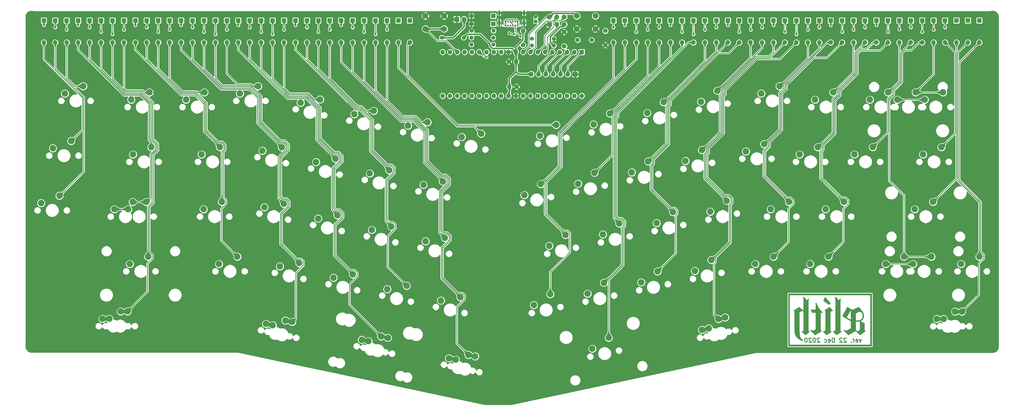
<source format=gbr>
G04 #@! TF.GenerationSoftware,KiCad,Pcbnew,(5.1.10)-1*
G04 #@! TF.CreationDate,2021-09-02T21:34:46+08:00*
G04 #@! TF.ProjectId,AELITH,41454c49-5448-42e6-9b69-6361645f7063,rev?*
G04 #@! TF.SameCoordinates,Original*
G04 #@! TF.FileFunction,Copper,L2,Bot*
G04 #@! TF.FilePolarity,Positive*
%FSLAX46Y46*%
G04 Gerber Fmt 4.6, Leading zero omitted, Abs format (unit mm)*
G04 Created by KiCad (PCBNEW (5.1.10)-1) date 2021-09-02 21:34:46*
%MOMM*%
%LPD*%
G01*
G04 APERTURE LIST*
G04 #@! TA.AperFunction,NonConductor*
%ADD10C,0.100000*%
G04 #@! TD*
G04 #@! TA.AperFunction,NonConductor*
%ADD11C,0.375000*%
G04 #@! TD*
G04 #@! TA.AperFunction,EtchedComponent*
%ADD12C,0.010000*%
G04 #@! TD*
G04 #@! TA.AperFunction,ComponentPad*
%ADD13O,1.400000X1.400000*%
G04 #@! TD*
G04 #@! TA.AperFunction,ComponentPad*
%ADD14C,1.400000*%
G04 #@! TD*
G04 #@! TA.AperFunction,ComponentPad*
%ADD15C,1.600000*%
G04 #@! TD*
G04 #@! TA.AperFunction,ComponentPad*
%ADD16C,0.650000*%
G04 #@! TD*
G04 #@! TA.AperFunction,ComponentPad*
%ADD17O,0.900000X2.400000*%
G04 #@! TD*
G04 #@! TA.AperFunction,ComponentPad*
%ADD18O,0.900000X1.700000*%
G04 #@! TD*
G04 #@! TA.AperFunction,ComponentPad*
%ADD19O,1.700000X1.700000*%
G04 #@! TD*
G04 #@! TA.AperFunction,ComponentPad*
%ADD20R,1.700000X1.700000*%
G04 #@! TD*
G04 #@! TA.AperFunction,ComponentPad*
%ADD21O,1.600000X1.600000*%
G04 #@! TD*
G04 #@! TA.AperFunction,ComponentPad*
%ADD22R,1.600000X1.600000*%
G04 #@! TD*
G04 #@! TA.AperFunction,ComponentPad*
%ADD23C,1.700000*%
G04 #@! TD*
G04 #@! TA.AperFunction,ComponentPad*
%ADD24C,1.800000*%
G04 #@! TD*
G04 #@! TA.AperFunction,ComponentPad*
%ADD25R,1.800000X1.800000*%
G04 #@! TD*
G04 #@! TA.AperFunction,ComponentPad*
%ADD26C,1.200000*%
G04 #@! TD*
G04 #@! TA.AperFunction,ComponentPad*
%ADD27R,1.200000X1.200000*%
G04 #@! TD*
G04 #@! TA.AperFunction,ComponentPad*
%ADD28C,4.400000*%
G04 #@! TD*
G04 #@! TA.AperFunction,ComponentPad*
%ADD29C,0.700000*%
G04 #@! TD*
G04 #@! TA.AperFunction,ComponentPad*
%ADD30C,1.500000*%
G04 #@! TD*
G04 #@! TA.AperFunction,ComponentPad*
%ADD31C,2.000000*%
G04 #@! TD*
G04 #@! TA.AperFunction,ComponentPad*
%ADD32C,2.250000*%
G04 #@! TD*
G04 #@! TA.AperFunction,ViaPad*
%ADD33C,0.800000*%
G04 #@! TD*
G04 #@! TA.AperFunction,Conductor*
%ADD34C,0.500000*%
G04 #@! TD*
G04 #@! TA.AperFunction,Conductor*
%ADD35C,0.375000*%
G04 #@! TD*
G04 #@! TA.AperFunction,Conductor*
%ADD36C,0.250000*%
G04 #@! TD*
G04 #@! TA.AperFunction,Conductor*
%ADD37C,0.200000*%
G04 #@! TD*
G04 #@! TA.AperFunction,Conductor*
%ADD38C,0.254000*%
G04 #@! TD*
G04 #@! TA.AperFunction,Conductor*
%ADD39C,1.000000*%
G04 #@! TD*
G04 #@! TA.AperFunction,Conductor*
%ADD40C,0.025400*%
G04 #@! TD*
G04 APERTURE END LIST*
D10*
G36*
X276209125Y-85344000D02*
G01*
X247253125Y-85344000D01*
X247253125Y-67564000D01*
X247650000Y-67564000D01*
X247650000Y-84836000D01*
X275701125Y-84836000D01*
X275701125Y-67564000D01*
X247650000Y-67564000D01*
X247253125Y-67564000D01*
X247253125Y-67056000D01*
X276209125Y-67056000D01*
X276209125Y-85344000D01*
G37*
X276209125Y-85344000D02*
X247253125Y-85344000D01*
X247253125Y-67564000D01*
X247650000Y-67564000D01*
X247650000Y-84836000D01*
X275701125Y-84836000D01*
X275701125Y-67564000D01*
X247650000Y-67564000D01*
X247253125Y-67564000D01*
X247253125Y-67056000D01*
X276209125Y-67056000D01*
X276209125Y-85344000D01*
D11*
X272591964Y-82990571D02*
X272234821Y-83990571D01*
X271877678Y-82990571D01*
X270734821Y-83919142D02*
X270877678Y-83990571D01*
X271163392Y-83990571D01*
X271306250Y-83919142D01*
X271377678Y-83776285D01*
X271377678Y-83204857D01*
X271306250Y-83062000D01*
X271163392Y-82990571D01*
X270877678Y-82990571D01*
X270734821Y-83062000D01*
X270663392Y-83204857D01*
X270663392Y-83347714D01*
X271377678Y-83490571D01*
X270020535Y-83990571D02*
X270020535Y-82990571D01*
X270020535Y-83276285D02*
X269949107Y-83133428D01*
X269877678Y-83062000D01*
X269734821Y-82990571D01*
X269591964Y-82990571D01*
X269091964Y-83847714D02*
X269020535Y-83919142D01*
X269091964Y-83990571D01*
X269163392Y-83919142D01*
X269091964Y-83847714D01*
X269091964Y-83990571D01*
X267306250Y-82633428D02*
X267234821Y-82562000D01*
X267091964Y-82490571D01*
X266734821Y-82490571D01*
X266591964Y-82562000D01*
X266520535Y-82633428D01*
X266449107Y-82776285D01*
X266449107Y-82919142D01*
X266520535Y-83133428D01*
X267377678Y-83990571D01*
X266449107Y-83990571D01*
X265877678Y-82633428D02*
X265806250Y-82562000D01*
X265663392Y-82490571D01*
X265306250Y-82490571D01*
X265163392Y-82562000D01*
X265091964Y-82633428D01*
X265020535Y-82776285D01*
X265020535Y-82919142D01*
X265091964Y-83133428D01*
X265949107Y-83990571D01*
X265020535Y-83990571D01*
X263234821Y-83990571D02*
X263234821Y-82490571D01*
X262877678Y-82490571D01*
X262663392Y-82562000D01*
X262520535Y-82704857D01*
X262449107Y-82847714D01*
X262377678Y-83133428D01*
X262377678Y-83347714D01*
X262449107Y-83633428D01*
X262520535Y-83776285D01*
X262663392Y-83919142D01*
X262877678Y-83990571D01*
X263234821Y-83990571D01*
X261163392Y-83919142D02*
X261306250Y-83990571D01*
X261591964Y-83990571D01*
X261734821Y-83919142D01*
X261806250Y-83776285D01*
X261806250Y-83204857D01*
X261734821Y-83062000D01*
X261591964Y-82990571D01*
X261306250Y-82990571D01*
X261163392Y-83062000D01*
X261091964Y-83204857D01*
X261091964Y-83347714D01*
X261806250Y-83490571D01*
X259806250Y-83919142D02*
X259949107Y-83990571D01*
X260234821Y-83990571D01*
X260377678Y-83919142D01*
X260449107Y-83847714D01*
X260520535Y-83704857D01*
X260520535Y-83276285D01*
X260449107Y-83133428D01*
X260377678Y-83062000D01*
X260234821Y-82990571D01*
X259949107Y-82990571D01*
X259806250Y-83062000D01*
X258091964Y-82633428D02*
X258020535Y-82562000D01*
X257877678Y-82490571D01*
X257520535Y-82490571D01*
X257377678Y-82562000D01*
X257306250Y-82633428D01*
X257234821Y-82776285D01*
X257234821Y-82919142D01*
X257306250Y-83133428D01*
X258163392Y-83990571D01*
X257234821Y-83990571D01*
X256306250Y-82490571D02*
X256163392Y-82490571D01*
X256020535Y-82562000D01*
X255949107Y-82633428D01*
X255877678Y-82776285D01*
X255806250Y-83062000D01*
X255806250Y-83419142D01*
X255877678Y-83704857D01*
X255949107Y-83847714D01*
X256020535Y-83919142D01*
X256163392Y-83990571D01*
X256306250Y-83990571D01*
X256449107Y-83919142D01*
X256520535Y-83847714D01*
X256591964Y-83704857D01*
X256663392Y-83419142D01*
X256663392Y-83062000D01*
X256591964Y-82776285D01*
X256520535Y-82633428D01*
X256449107Y-82562000D01*
X256306250Y-82490571D01*
X255234821Y-82633428D02*
X255163392Y-82562000D01*
X255020535Y-82490571D01*
X254663392Y-82490571D01*
X254520535Y-82562000D01*
X254449107Y-82633428D01*
X254377678Y-82776285D01*
X254377678Y-82919142D01*
X254449107Y-83133428D01*
X255306250Y-83990571D01*
X254377678Y-83990571D01*
X253449107Y-82490571D02*
X253306250Y-82490571D01*
X253163392Y-82562000D01*
X253091964Y-82633428D01*
X253020535Y-82776285D01*
X252949107Y-83062000D01*
X252949107Y-83419142D01*
X253020535Y-83704857D01*
X253091964Y-83847714D01*
X253163392Y-83919142D01*
X253306250Y-83990571D01*
X253449107Y-83990571D01*
X253591964Y-83919142D01*
X253663392Y-83847714D01*
X253734821Y-83704857D01*
X253806250Y-83419142D01*
X253806250Y-83062000D01*
X253734821Y-82776285D01*
X253663392Y-82633428D01*
X253591964Y-82562000D01*
X253449107Y-82490571D01*
D12*
G36*
X252281199Y-68231901D02*
G01*
X252270342Y-68239028D01*
X252261504Y-68244828D01*
X252256244Y-68248278D01*
X252255668Y-68248655D01*
X252256201Y-68252038D01*
X252259709Y-68260061D01*
X252265694Y-68271732D01*
X252273657Y-68286061D01*
X252279827Y-68296617D01*
X252318193Y-68364834D01*
X252352791Y-68434493D01*
X252383736Y-68506054D01*
X252411147Y-68579976D01*
X252435139Y-68656718D01*
X252455832Y-68736739D01*
X252473341Y-68820496D01*
X252487783Y-68908450D01*
X252499277Y-69001059D01*
X252507938Y-69098782D01*
X252513885Y-69202078D01*
X252514457Y-69215744D01*
X252514714Y-69225574D01*
X252514963Y-69241950D01*
X252515201Y-69264800D01*
X252515431Y-69294053D01*
X252515650Y-69329641D01*
X252515860Y-69371491D01*
X252516060Y-69419533D01*
X252516249Y-69473697D01*
X252516428Y-69533912D01*
X252516597Y-69600109D01*
X252516756Y-69672215D01*
X252516904Y-69750161D01*
X252517041Y-69833877D01*
X252517168Y-69923291D01*
X252517283Y-70018334D01*
X252517387Y-70118934D01*
X252517481Y-70225021D01*
X252517562Y-70336525D01*
X252517633Y-70453375D01*
X252517692Y-70575501D01*
X252517739Y-70702832D01*
X252517774Y-70835297D01*
X252517798Y-70972827D01*
X252517809Y-71115350D01*
X252517810Y-71146743D01*
X252517811Y-71279059D01*
X252517811Y-71404920D01*
X252517809Y-71524487D01*
X252517804Y-71637920D01*
X252517796Y-71745380D01*
X252517784Y-71847028D01*
X252517768Y-71943024D01*
X252517747Y-72033528D01*
X252517721Y-72118703D01*
X252517690Y-72198707D01*
X252517651Y-72273702D01*
X252517607Y-72343849D01*
X252517555Y-72409307D01*
X252517495Y-72470238D01*
X252517427Y-72526802D01*
X252517350Y-72579160D01*
X252517264Y-72627472D01*
X252517169Y-72671900D01*
X252517063Y-72712603D01*
X252516946Y-72749742D01*
X252516818Y-72783478D01*
X252516678Y-72813972D01*
X252516526Y-72841383D01*
X252516362Y-72865874D01*
X252516184Y-72887603D01*
X252515992Y-72906733D01*
X252515786Y-72923423D01*
X252515566Y-72937834D01*
X252515330Y-72950127D01*
X252515078Y-72960463D01*
X252514810Y-72969001D01*
X252514526Y-72975904D01*
X252514224Y-72981330D01*
X252513904Y-72985441D01*
X252513566Y-72988398D01*
X252513209Y-72990361D01*
X252512834Y-72991490D01*
X252512438Y-72991947D01*
X252512055Y-72991911D01*
X252507468Y-72988734D01*
X252498292Y-72981780D01*
X252485049Y-72971470D01*
X252468260Y-72958226D01*
X252448448Y-72942470D01*
X252426137Y-72924621D01*
X252401847Y-72905102D01*
X252376103Y-72884335D01*
X252349425Y-72862740D01*
X252322338Y-72840738D01*
X252295362Y-72818752D01*
X252269021Y-72797203D01*
X252243837Y-72776511D01*
X252220333Y-72757098D01*
X252201895Y-72741776D01*
X252162420Y-72708763D01*
X252121941Y-72674715D01*
X252080206Y-72639412D01*
X252036962Y-72602636D01*
X251991955Y-72564166D01*
X251944934Y-72523783D01*
X251895644Y-72481267D01*
X251843834Y-72436400D01*
X251789250Y-72388960D01*
X251731639Y-72338729D01*
X251670749Y-72285488D01*
X251606327Y-72229015D01*
X251538120Y-72169093D01*
X251465875Y-72105502D01*
X251389339Y-72038021D01*
X251308260Y-71966432D01*
X251269178Y-71931893D01*
X251233691Y-71900521D01*
X251199505Y-71870298D01*
X251166960Y-71841522D01*
X251136393Y-71814493D01*
X251108141Y-71789510D01*
X251082543Y-71766870D01*
X251059936Y-71746874D01*
X251040658Y-71729819D01*
X251025048Y-71716005D01*
X251013443Y-71705731D01*
X251006180Y-71699295D01*
X251003706Y-71697094D01*
X250996237Y-71690370D01*
X250987167Y-71697012D01*
X250975562Y-71705346D01*
X250959134Y-71716904D01*
X250938555Y-71731226D01*
X250914498Y-71747852D01*
X250887635Y-71766323D01*
X250858638Y-71786179D01*
X250828179Y-71806962D01*
X250796932Y-71828211D01*
X250765567Y-71849467D01*
X250734759Y-71870271D01*
X250705178Y-71890163D01*
X250677498Y-71908683D01*
X250675596Y-71909951D01*
X250641387Y-71932729D01*
X250607878Y-71954974D01*
X250574726Y-71976906D01*
X250541588Y-71998746D01*
X250508123Y-72020714D01*
X250473987Y-72043031D01*
X250438839Y-72065916D01*
X250402336Y-72089590D01*
X250364135Y-72114274D01*
X250323895Y-72140188D01*
X250281273Y-72167551D01*
X250235926Y-72196586D01*
X250187513Y-72227511D01*
X250135690Y-72260547D01*
X250080116Y-72295914D01*
X250020447Y-72333834D01*
X249956343Y-72374525D01*
X249887459Y-72418210D01*
X249813455Y-72465107D01*
X249782357Y-72484805D01*
X249738155Y-72512809D01*
X249693740Y-72540962D01*
X249649647Y-72568925D01*
X249606409Y-72596359D01*
X249564559Y-72622925D01*
X249524633Y-72648283D01*
X249487164Y-72672095D01*
X249452685Y-72694020D01*
X249421732Y-72713721D01*
X249394838Y-72730857D01*
X249372536Y-72745089D01*
X249357314Y-72754826D01*
X249330988Y-72771695D01*
X249304531Y-72788645D01*
X249278902Y-72805061D01*
X249255060Y-72820331D01*
X249233964Y-72833838D01*
X249216575Y-72844969D01*
X249204434Y-72852737D01*
X249160709Y-72880700D01*
X249160563Y-72933624D01*
X249180741Y-72946626D01*
X249200447Y-72961032D01*
X249221837Y-72979591D01*
X249243284Y-73000732D01*
X249263159Y-73022880D01*
X249274666Y-73037343D01*
X249300447Y-73076645D01*
X249322830Y-73121346D01*
X249341834Y-73171509D01*
X249357479Y-73227193D01*
X249369781Y-73288462D01*
X249378761Y-73355375D01*
X249381942Y-73390089D01*
X249383418Y-73408038D01*
X249384941Y-73425222D01*
X249386334Y-73439704D01*
X249387416Y-73449548D01*
X249387427Y-73449628D01*
X249387522Y-73453653D01*
X249387621Y-73464153D01*
X249387724Y-73480987D01*
X249387830Y-73504016D01*
X249387938Y-73533098D01*
X249388050Y-73568092D01*
X249388164Y-73608860D01*
X249388280Y-73655260D01*
X249388399Y-73707151D01*
X249388519Y-73764393D01*
X249388641Y-73826846D01*
X249388765Y-73894370D01*
X249388891Y-73966823D01*
X249389018Y-74044065D01*
X249389145Y-74125956D01*
X249389274Y-74212355D01*
X249389404Y-74303122D01*
X249389534Y-74398117D01*
X249389664Y-74497198D01*
X249389795Y-74600226D01*
X249389925Y-74707060D01*
X249390055Y-74817559D01*
X249390185Y-74931583D01*
X249390314Y-75048991D01*
X249390443Y-75169644D01*
X249390571Y-75293400D01*
X249390697Y-75420119D01*
X249390822Y-75549661D01*
X249390946Y-75681885D01*
X249391068Y-75816651D01*
X249391188Y-75953817D01*
X249391306Y-76093245D01*
X249391421Y-76234792D01*
X249391535Y-76378319D01*
X249391645Y-76523686D01*
X249391753Y-76670751D01*
X249391843Y-76797043D01*
X249391978Y-76988030D01*
X249392112Y-77172486D01*
X249392246Y-77350497D01*
X249392380Y-77522149D01*
X249392514Y-77687526D01*
X249392648Y-77846713D01*
X249392783Y-77999797D01*
X249392917Y-78146862D01*
X249393053Y-78287993D01*
X249393189Y-78423276D01*
X249393326Y-78552796D01*
X249393464Y-78676638D01*
X249393604Y-78794887D01*
X249393745Y-78907629D01*
X249393887Y-79014949D01*
X249394031Y-79116932D01*
X249394177Y-79213663D01*
X249394325Y-79305228D01*
X249394475Y-79391711D01*
X249394628Y-79473199D01*
X249394782Y-79549776D01*
X249394940Y-79621527D01*
X249395100Y-79688538D01*
X249395263Y-79750894D01*
X249395430Y-79808680D01*
X249395599Y-79861982D01*
X249395772Y-79910884D01*
X249395949Y-79955472D01*
X249396129Y-79995831D01*
X249396313Y-80032047D01*
X249396502Y-80064204D01*
X249396694Y-80092388D01*
X249396891Y-80116684D01*
X249397092Y-80137178D01*
X249397298Y-80153954D01*
X249397508Y-80167098D01*
X249397724Y-80176694D01*
X249397945Y-80182829D01*
X249398022Y-80184151D01*
X249402467Y-80247042D01*
X249406786Y-80304145D01*
X249411056Y-80356284D01*
X249415359Y-80404284D01*
X249419772Y-80448968D01*
X249424375Y-80491162D01*
X249429248Y-80531689D01*
X249434468Y-80571374D01*
X249436977Y-80589347D01*
X249459597Y-80730403D01*
X249486796Y-80866885D01*
X249518675Y-80999087D01*
X249555336Y-81127306D01*
X249596882Y-81251837D01*
X249643412Y-81372975D01*
X249695030Y-81491016D01*
X249751836Y-81606256D01*
X249813933Y-81718990D01*
X249841361Y-81765242D01*
X249911847Y-81875492D01*
X249988594Y-81983830D01*
X250071496Y-82090138D01*
X250160447Y-82194298D01*
X250255339Y-82296191D01*
X250356068Y-82395699D01*
X250462525Y-82492703D01*
X250574605Y-82587085D01*
X250592749Y-82601691D01*
X250706279Y-82689487D01*
X250825040Y-82775352D01*
X250949191Y-82859380D01*
X251078889Y-82941664D01*
X251214293Y-83022299D01*
X251355561Y-83101378D01*
X251502851Y-83178996D01*
X251656321Y-83255246D01*
X251816128Y-83330222D01*
X251831491Y-83337212D01*
X251859959Y-83350060D01*
X251888793Y-83362943D01*
X251917332Y-83375576D01*
X251944917Y-83387676D01*
X251970886Y-83398957D01*
X251994580Y-83409137D01*
X252015338Y-83417930D01*
X252032501Y-83425053D01*
X252045407Y-83430221D01*
X252053397Y-83433151D01*
X252055695Y-83433718D01*
X252059492Y-83432372D01*
X252068698Y-83428636D01*
X252082669Y-83422783D01*
X252100759Y-83415091D01*
X252122324Y-83405833D01*
X252146718Y-83395284D01*
X252173296Y-83383721D01*
X252189454Y-83376660D01*
X252216822Y-83364624D01*
X252242191Y-83353356D01*
X252264945Y-83343140D01*
X252284467Y-83334257D01*
X252300141Y-83326989D01*
X252311350Y-83321618D01*
X252317476Y-83318427D01*
X252318456Y-83317675D01*
X252315816Y-83315045D01*
X252308764Y-83308788D01*
X252297988Y-83299490D01*
X252284174Y-83287740D01*
X252268008Y-83274127D01*
X252252827Y-83261443D01*
X252146010Y-83169871D01*
X252045616Y-83078274D01*
X251951459Y-82986349D01*
X251863352Y-82893793D01*
X251781109Y-82800303D01*
X251704543Y-82705575D01*
X251633468Y-82609307D01*
X251567698Y-82511196D01*
X251507045Y-82410938D01*
X251451323Y-82308230D01*
X251400347Y-82202770D01*
X251353929Y-82094254D01*
X251311883Y-81982380D01*
X251274023Y-81866843D01*
X251240162Y-81747342D01*
X251210114Y-81623572D01*
X251191756Y-81536779D01*
X251180338Y-81477573D01*
X251169867Y-81418934D01*
X251160270Y-81360207D01*
X251151474Y-81300735D01*
X251143406Y-81239861D01*
X251135993Y-81176929D01*
X251129161Y-81111282D01*
X251122839Y-81042264D01*
X251116952Y-80969218D01*
X251111429Y-80891488D01*
X251106195Y-80808418D01*
X251101479Y-80724964D01*
X251101266Y-80719204D01*
X251101059Y-80709907D01*
X251100857Y-80696992D01*
X251100662Y-80680380D01*
X251100471Y-80659989D01*
X251100287Y-80635739D01*
X251100108Y-80607551D01*
X251099934Y-80575344D01*
X251099765Y-80539038D01*
X251099601Y-80498552D01*
X251099442Y-80453806D01*
X251099288Y-80404721D01*
X251099139Y-80351215D01*
X251098994Y-80293209D01*
X251098854Y-80230623D01*
X251098718Y-80163375D01*
X251098586Y-80091386D01*
X251098459Y-80014575D01*
X251098335Y-79932863D01*
X251098216Y-79846169D01*
X251098101Y-79754413D01*
X251097989Y-79657514D01*
X251097881Y-79555392D01*
X251097776Y-79447968D01*
X251097675Y-79335160D01*
X251097577Y-79216889D01*
X251097482Y-79093074D01*
X251097390Y-78963635D01*
X251097302Y-78828492D01*
X251097216Y-78687564D01*
X251097133Y-78540772D01*
X251097052Y-78388035D01*
X251096974Y-78229272D01*
X251096899Y-78064404D01*
X251096826Y-77893350D01*
X251096755Y-77716031D01*
X251096686Y-77532365D01*
X251096619Y-77342272D01*
X251096554Y-77145673D01*
X251096532Y-77074371D01*
X251095410Y-73494895D01*
X251159140Y-73453748D01*
X251178007Y-73441649D01*
X251198681Y-73428556D01*
X251221488Y-73414271D01*
X251246756Y-73398595D01*
X251274811Y-73381329D01*
X251305979Y-73362274D01*
X251340588Y-73341233D01*
X251378965Y-73318006D01*
X251421435Y-73292394D01*
X251468326Y-73264199D01*
X251519965Y-73233222D01*
X251576677Y-73199265D01*
X251633027Y-73165573D01*
X251669459Y-73143780D01*
X251705917Y-73121929D01*
X251741740Y-73100419D01*
X251776269Y-73079647D01*
X251808843Y-73060012D01*
X251838803Y-73041913D01*
X251865488Y-73025746D01*
X251888239Y-73011910D01*
X251906395Y-73000804D01*
X251915411Y-72995243D01*
X251934926Y-72983318D01*
X251952737Y-72972765D01*
X251968036Y-72964037D01*
X251980015Y-72957586D01*
X251987866Y-72953864D01*
X251990636Y-72953156D01*
X251993826Y-72955396D01*
X252001870Y-72961437D01*
X252014411Y-72971002D01*
X252031093Y-72983817D01*
X252051560Y-72999606D01*
X252075455Y-73018092D01*
X252102423Y-73039000D01*
X252132106Y-73062053D01*
X252164149Y-73086977D01*
X252198195Y-73113495D01*
X252233889Y-73141331D01*
X252256508Y-73158989D01*
X252517843Y-73363081D01*
X252517843Y-79894139D01*
X252495516Y-79914684D01*
X252477624Y-79930726D01*
X252457694Y-79947765D01*
X252435429Y-79966017D01*
X252410533Y-79985699D01*
X252382709Y-80007029D01*
X252351662Y-80030224D01*
X252317094Y-80055499D01*
X252278709Y-80083072D01*
X252236212Y-80113161D01*
X252189305Y-80145981D01*
X252137693Y-80181749D01*
X252081079Y-80220684D01*
X252025657Y-80258575D01*
X251955337Y-80306537D01*
X251956261Y-80325025D01*
X251957184Y-80343513D01*
X252101070Y-80467044D01*
X252201039Y-80553167D01*
X252296005Y-80635597D01*
X252386266Y-80714600D01*
X252472119Y-80790439D01*
X252553860Y-80863382D01*
X252631789Y-80933694D01*
X252706201Y-81001640D01*
X252777394Y-81067486D01*
X252845666Y-81131498D01*
X252858538Y-81143670D01*
X252879903Y-81164067D01*
X252903777Y-81187149D01*
X252929509Y-81212265D01*
X252956447Y-81238762D01*
X252983941Y-81265989D01*
X253011338Y-81293295D01*
X253037987Y-81320028D01*
X253063237Y-81345535D01*
X253086436Y-81369165D01*
X253106933Y-81390267D01*
X253124075Y-81408189D01*
X253137213Y-81422278D01*
X253138938Y-81424176D01*
X253162546Y-81450266D01*
X253191640Y-81426421D01*
X253260829Y-81370011D01*
X253332995Y-81311740D01*
X253407646Y-81251982D01*
X253484290Y-81191115D01*
X253562436Y-81129515D01*
X253641592Y-81067560D01*
X253721265Y-81005625D01*
X253800965Y-80944089D01*
X253880199Y-80883326D01*
X253958476Y-80823714D01*
X254035304Y-80765631D01*
X254110191Y-80709451D01*
X254182646Y-80655553D01*
X254252176Y-80604313D01*
X254318290Y-80556108D01*
X254380496Y-80511314D01*
X254438302Y-80470307D01*
X254455198Y-80458462D01*
X254502189Y-80425615D01*
X254502333Y-80390716D01*
X254502476Y-80355817D01*
X254488325Y-80348942D01*
X254473622Y-80340473D01*
X254456138Y-80328332D01*
X254437479Y-80313792D01*
X254419256Y-80298131D01*
X254403076Y-80282624D01*
X254398178Y-80277451D01*
X254367756Y-80240182D01*
X254340307Y-80197848D01*
X254315796Y-80150336D01*
X254294192Y-80097535D01*
X254275460Y-80039333D01*
X254259569Y-79975616D01*
X254246485Y-79906274D01*
X254236176Y-79831192D01*
X254228608Y-79750260D01*
X254224743Y-79686339D01*
X254224600Y-79680004D01*
X254224459Y-79667194D01*
X254224321Y-79648048D01*
X254224186Y-79622705D01*
X254224055Y-79591305D01*
X254223926Y-79553989D01*
X254223800Y-79510895D01*
X254223677Y-79462163D01*
X254223558Y-79407933D01*
X254223441Y-79348344D01*
X254223327Y-79283537D01*
X254223216Y-79213651D01*
X254223109Y-79138825D01*
X254223004Y-79059200D01*
X254222902Y-78974914D01*
X254222804Y-78886108D01*
X254222708Y-78792922D01*
X254222616Y-78695494D01*
X254222526Y-78593965D01*
X254222439Y-78488474D01*
X254222356Y-78379161D01*
X254222275Y-78266166D01*
X254222198Y-78149627D01*
X254222123Y-78029686D01*
X254222052Y-77906482D01*
X254221984Y-77780153D01*
X254221918Y-77650841D01*
X254221856Y-77518684D01*
X254221797Y-77383822D01*
X254221741Y-77246396D01*
X254221687Y-77106544D01*
X254221637Y-76964406D01*
X254221590Y-76820122D01*
X254221546Y-76673832D01*
X254221505Y-76525675D01*
X254221467Y-76375791D01*
X254221432Y-76224320D01*
X254221400Y-76071401D01*
X254221372Y-75917174D01*
X254221346Y-75761779D01*
X254221323Y-75605354D01*
X254221304Y-75448041D01*
X254221287Y-75289979D01*
X254221274Y-75131306D01*
X254221263Y-74972164D01*
X254221256Y-74812692D01*
X254221252Y-74653028D01*
X254221250Y-74493314D01*
X254221252Y-74333688D01*
X254221257Y-74174291D01*
X254221265Y-74015261D01*
X254221276Y-73856739D01*
X254221290Y-73698865D01*
X254221308Y-73541777D01*
X254221328Y-73385616D01*
X254221351Y-73230522D01*
X254221378Y-73076633D01*
X254221407Y-72924090D01*
X254221440Y-72773033D01*
X254221476Y-72623600D01*
X254221515Y-72475932D01*
X254221556Y-72330169D01*
X254221602Y-72186449D01*
X254221650Y-72044913D01*
X254221701Y-71905701D01*
X254221755Y-71768951D01*
X254221813Y-71634804D01*
X254221873Y-71503400D01*
X254221937Y-71374877D01*
X254222003Y-71249376D01*
X254222073Y-71127037D01*
X254222146Y-71007998D01*
X254222222Y-70892400D01*
X254222301Y-70780383D01*
X254222384Y-70672085D01*
X254222469Y-70567647D01*
X254222558Y-70467209D01*
X254222649Y-70370910D01*
X254222744Y-70278889D01*
X254222842Y-70191286D01*
X254222943Y-70108242D01*
X254223047Y-70029896D01*
X254223154Y-69956386D01*
X254223265Y-69887854D01*
X254223378Y-69824438D01*
X254223495Y-69766279D01*
X254223614Y-69713516D01*
X254223737Y-69666289D01*
X254223863Y-69624737D01*
X254223993Y-69589000D01*
X254224125Y-69559218D01*
X254224260Y-69535530D01*
X254224399Y-69518076D01*
X254224541Y-69506996D01*
X254224625Y-69503516D01*
X254227949Y-69429198D01*
X254232354Y-69360815D01*
X254237928Y-69297759D01*
X254244761Y-69239423D01*
X254252942Y-69185201D01*
X254262559Y-69134487D01*
X254273702Y-69086673D01*
X254286459Y-69041153D01*
X254297413Y-69007357D01*
X254307684Y-68979986D01*
X254320270Y-68950430D01*
X254334269Y-68920566D01*
X254348778Y-68892271D01*
X254362896Y-68867425D01*
X254370232Y-68855811D01*
X254377532Y-68844523D01*
X254383023Y-68835494D01*
X254385960Y-68829983D01*
X254386212Y-68828904D01*
X254381759Y-68826140D01*
X254373010Y-68821572D01*
X254361545Y-68815942D01*
X254348947Y-68809989D01*
X254336795Y-68804456D01*
X254326672Y-68800083D01*
X254320158Y-68797611D01*
X254318820Y-68797317D01*
X254313677Y-68798425D01*
X254303934Y-68801414D01*
X254291161Y-68805779D01*
X254281542Y-68809278D01*
X254223009Y-68833972D01*
X254163597Y-68864587D01*
X254103959Y-68900609D01*
X254044750Y-68941522D01*
X253986622Y-68986813D01*
X253930228Y-69035966D01*
X253876222Y-69088467D01*
X253825258Y-69143802D01*
X253777989Y-69201456D01*
X253769625Y-69212436D01*
X253739568Y-69254508D01*
X253711080Y-69298544D01*
X253684951Y-69343158D01*
X253661974Y-69386966D01*
X253642942Y-69428583D01*
X253635738Y-69446586D01*
X253624793Y-69475400D01*
X253594157Y-69475400D01*
X253571540Y-69426611D01*
X253516884Y-69313251D01*
X253460892Y-69206210D01*
X253403389Y-69105295D01*
X253344200Y-69010312D01*
X253283151Y-68921070D01*
X253220066Y-68837373D01*
X253154772Y-68759029D01*
X253087093Y-68685845D01*
X253016855Y-68617627D01*
X252943882Y-68554182D01*
X252868002Y-68495316D01*
X252789038Y-68440837D01*
X252706815Y-68390551D01*
X252621161Y-68344265D01*
X252571305Y-68319866D01*
X252541713Y-68306440D01*
X252507614Y-68291871D01*
X252470847Y-68276888D01*
X252433249Y-68262218D01*
X252396661Y-68248589D01*
X252362919Y-68236728D01*
X252351989Y-68233085D01*
X252303560Y-68217220D01*
X252281199Y-68231901D01*
G37*
X252281199Y-68231901D02*
X252270342Y-68239028D01*
X252261504Y-68244828D01*
X252256244Y-68248278D01*
X252255668Y-68248655D01*
X252256201Y-68252038D01*
X252259709Y-68260061D01*
X252265694Y-68271732D01*
X252273657Y-68286061D01*
X252279827Y-68296617D01*
X252318193Y-68364834D01*
X252352791Y-68434493D01*
X252383736Y-68506054D01*
X252411147Y-68579976D01*
X252435139Y-68656718D01*
X252455832Y-68736739D01*
X252473341Y-68820496D01*
X252487783Y-68908450D01*
X252499277Y-69001059D01*
X252507938Y-69098782D01*
X252513885Y-69202078D01*
X252514457Y-69215744D01*
X252514714Y-69225574D01*
X252514963Y-69241950D01*
X252515201Y-69264800D01*
X252515431Y-69294053D01*
X252515650Y-69329641D01*
X252515860Y-69371491D01*
X252516060Y-69419533D01*
X252516249Y-69473697D01*
X252516428Y-69533912D01*
X252516597Y-69600109D01*
X252516756Y-69672215D01*
X252516904Y-69750161D01*
X252517041Y-69833877D01*
X252517168Y-69923291D01*
X252517283Y-70018334D01*
X252517387Y-70118934D01*
X252517481Y-70225021D01*
X252517562Y-70336525D01*
X252517633Y-70453375D01*
X252517692Y-70575501D01*
X252517739Y-70702832D01*
X252517774Y-70835297D01*
X252517798Y-70972827D01*
X252517809Y-71115350D01*
X252517810Y-71146743D01*
X252517811Y-71279059D01*
X252517811Y-71404920D01*
X252517809Y-71524487D01*
X252517804Y-71637920D01*
X252517796Y-71745380D01*
X252517784Y-71847028D01*
X252517768Y-71943024D01*
X252517747Y-72033528D01*
X252517721Y-72118703D01*
X252517690Y-72198707D01*
X252517651Y-72273702D01*
X252517607Y-72343849D01*
X252517555Y-72409307D01*
X252517495Y-72470238D01*
X252517427Y-72526802D01*
X252517350Y-72579160D01*
X252517264Y-72627472D01*
X252517169Y-72671900D01*
X252517063Y-72712603D01*
X252516946Y-72749742D01*
X252516818Y-72783478D01*
X252516678Y-72813972D01*
X252516526Y-72841383D01*
X252516362Y-72865874D01*
X252516184Y-72887603D01*
X252515992Y-72906733D01*
X252515786Y-72923423D01*
X252515566Y-72937834D01*
X252515330Y-72950127D01*
X252515078Y-72960463D01*
X252514810Y-72969001D01*
X252514526Y-72975904D01*
X252514224Y-72981330D01*
X252513904Y-72985441D01*
X252513566Y-72988398D01*
X252513209Y-72990361D01*
X252512834Y-72991490D01*
X252512438Y-72991947D01*
X252512055Y-72991911D01*
X252507468Y-72988734D01*
X252498292Y-72981780D01*
X252485049Y-72971470D01*
X252468260Y-72958226D01*
X252448448Y-72942470D01*
X252426137Y-72924621D01*
X252401847Y-72905102D01*
X252376103Y-72884335D01*
X252349425Y-72862740D01*
X252322338Y-72840738D01*
X252295362Y-72818752D01*
X252269021Y-72797203D01*
X252243837Y-72776511D01*
X252220333Y-72757098D01*
X252201895Y-72741776D01*
X252162420Y-72708763D01*
X252121941Y-72674715D01*
X252080206Y-72639412D01*
X252036962Y-72602636D01*
X251991955Y-72564166D01*
X251944934Y-72523783D01*
X251895644Y-72481267D01*
X251843834Y-72436400D01*
X251789250Y-72388960D01*
X251731639Y-72338729D01*
X251670749Y-72285488D01*
X251606327Y-72229015D01*
X251538120Y-72169093D01*
X251465875Y-72105502D01*
X251389339Y-72038021D01*
X251308260Y-71966432D01*
X251269178Y-71931893D01*
X251233691Y-71900521D01*
X251199505Y-71870298D01*
X251166960Y-71841522D01*
X251136393Y-71814493D01*
X251108141Y-71789510D01*
X251082543Y-71766870D01*
X251059936Y-71746874D01*
X251040658Y-71729819D01*
X251025048Y-71716005D01*
X251013443Y-71705731D01*
X251006180Y-71699295D01*
X251003706Y-71697094D01*
X250996237Y-71690370D01*
X250987167Y-71697012D01*
X250975562Y-71705346D01*
X250959134Y-71716904D01*
X250938555Y-71731226D01*
X250914498Y-71747852D01*
X250887635Y-71766323D01*
X250858638Y-71786179D01*
X250828179Y-71806962D01*
X250796932Y-71828211D01*
X250765567Y-71849467D01*
X250734759Y-71870271D01*
X250705178Y-71890163D01*
X250677498Y-71908683D01*
X250675596Y-71909951D01*
X250641387Y-71932729D01*
X250607878Y-71954974D01*
X250574726Y-71976906D01*
X250541588Y-71998746D01*
X250508123Y-72020714D01*
X250473987Y-72043031D01*
X250438839Y-72065916D01*
X250402336Y-72089590D01*
X250364135Y-72114274D01*
X250323895Y-72140188D01*
X250281273Y-72167551D01*
X250235926Y-72196586D01*
X250187513Y-72227511D01*
X250135690Y-72260547D01*
X250080116Y-72295914D01*
X250020447Y-72333834D01*
X249956343Y-72374525D01*
X249887459Y-72418210D01*
X249813455Y-72465107D01*
X249782357Y-72484805D01*
X249738155Y-72512809D01*
X249693740Y-72540962D01*
X249649647Y-72568925D01*
X249606409Y-72596359D01*
X249564559Y-72622925D01*
X249524633Y-72648283D01*
X249487164Y-72672095D01*
X249452685Y-72694020D01*
X249421732Y-72713721D01*
X249394838Y-72730857D01*
X249372536Y-72745089D01*
X249357314Y-72754826D01*
X249330988Y-72771695D01*
X249304531Y-72788645D01*
X249278902Y-72805061D01*
X249255060Y-72820331D01*
X249233964Y-72833838D01*
X249216575Y-72844969D01*
X249204434Y-72852737D01*
X249160709Y-72880700D01*
X249160563Y-72933624D01*
X249180741Y-72946626D01*
X249200447Y-72961032D01*
X249221837Y-72979591D01*
X249243284Y-73000732D01*
X249263159Y-73022880D01*
X249274666Y-73037343D01*
X249300447Y-73076645D01*
X249322830Y-73121346D01*
X249341834Y-73171509D01*
X249357479Y-73227193D01*
X249369781Y-73288462D01*
X249378761Y-73355375D01*
X249381942Y-73390089D01*
X249383418Y-73408038D01*
X249384941Y-73425222D01*
X249386334Y-73439704D01*
X249387416Y-73449548D01*
X249387427Y-73449628D01*
X249387522Y-73453653D01*
X249387621Y-73464153D01*
X249387724Y-73480987D01*
X249387830Y-73504016D01*
X249387938Y-73533098D01*
X249388050Y-73568092D01*
X249388164Y-73608860D01*
X249388280Y-73655260D01*
X249388399Y-73707151D01*
X249388519Y-73764393D01*
X249388641Y-73826846D01*
X249388765Y-73894370D01*
X249388891Y-73966823D01*
X249389018Y-74044065D01*
X249389145Y-74125956D01*
X249389274Y-74212355D01*
X249389404Y-74303122D01*
X249389534Y-74398117D01*
X249389664Y-74497198D01*
X249389795Y-74600226D01*
X249389925Y-74707060D01*
X249390055Y-74817559D01*
X249390185Y-74931583D01*
X249390314Y-75048991D01*
X249390443Y-75169644D01*
X249390571Y-75293400D01*
X249390697Y-75420119D01*
X249390822Y-75549661D01*
X249390946Y-75681885D01*
X249391068Y-75816651D01*
X249391188Y-75953817D01*
X249391306Y-76093245D01*
X249391421Y-76234792D01*
X249391535Y-76378319D01*
X249391645Y-76523686D01*
X249391753Y-76670751D01*
X249391843Y-76797043D01*
X249391978Y-76988030D01*
X249392112Y-77172486D01*
X249392246Y-77350497D01*
X249392380Y-77522149D01*
X249392514Y-77687526D01*
X249392648Y-77846713D01*
X249392783Y-77999797D01*
X249392917Y-78146862D01*
X249393053Y-78287993D01*
X249393189Y-78423276D01*
X249393326Y-78552796D01*
X249393464Y-78676638D01*
X249393604Y-78794887D01*
X249393745Y-78907629D01*
X249393887Y-79014949D01*
X249394031Y-79116932D01*
X249394177Y-79213663D01*
X249394325Y-79305228D01*
X249394475Y-79391711D01*
X249394628Y-79473199D01*
X249394782Y-79549776D01*
X249394940Y-79621527D01*
X249395100Y-79688538D01*
X249395263Y-79750894D01*
X249395430Y-79808680D01*
X249395599Y-79861982D01*
X249395772Y-79910884D01*
X249395949Y-79955472D01*
X249396129Y-79995831D01*
X249396313Y-80032047D01*
X249396502Y-80064204D01*
X249396694Y-80092388D01*
X249396891Y-80116684D01*
X249397092Y-80137178D01*
X249397298Y-80153954D01*
X249397508Y-80167098D01*
X249397724Y-80176694D01*
X249397945Y-80182829D01*
X249398022Y-80184151D01*
X249402467Y-80247042D01*
X249406786Y-80304145D01*
X249411056Y-80356284D01*
X249415359Y-80404284D01*
X249419772Y-80448968D01*
X249424375Y-80491162D01*
X249429248Y-80531689D01*
X249434468Y-80571374D01*
X249436977Y-80589347D01*
X249459597Y-80730403D01*
X249486796Y-80866885D01*
X249518675Y-80999087D01*
X249555336Y-81127306D01*
X249596882Y-81251837D01*
X249643412Y-81372975D01*
X249695030Y-81491016D01*
X249751836Y-81606256D01*
X249813933Y-81718990D01*
X249841361Y-81765242D01*
X249911847Y-81875492D01*
X249988594Y-81983830D01*
X250071496Y-82090138D01*
X250160447Y-82194298D01*
X250255339Y-82296191D01*
X250356068Y-82395699D01*
X250462525Y-82492703D01*
X250574605Y-82587085D01*
X250592749Y-82601691D01*
X250706279Y-82689487D01*
X250825040Y-82775352D01*
X250949191Y-82859380D01*
X251078889Y-82941664D01*
X251214293Y-83022299D01*
X251355561Y-83101378D01*
X251502851Y-83178996D01*
X251656321Y-83255246D01*
X251816128Y-83330222D01*
X251831491Y-83337212D01*
X251859959Y-83350060D01*
X251888793Y-83362943D01*
X251917332Y-83375576D01*
X251944917Y-83387676D01*
X251970886Y-83398957D01*
X251994580Y-83409137D01*
X252015338Y-83417930D01*
X252032501Y-83425053D01*
X252045407Y-83430221D01*
X252053397Y-83433151D01*
X252055695Y-83433718D01*
X252059492Y-83432372D01*
X252068698Y-83428636D01*
X252082669Y-83422783D01*
X252100759Y-83415091D01*
X252122324Y-83405833D01*
X252146718Y-83395284D01*
X252173296Y-83383721D01*
X252189454Y-83376660D01*
X252216822Y-83364624D01*
X252242191Y-83353356D01*
X252264945Y-83343140D01*
X252284467Y-83334257D01*
X252300141Y-83326989D01*
X252311350Y-83321618D01*
X252317476Y-83318427D01*
X252318456Y-83317675D01*
X252315816Y-83315045D01*
X252308764Y-83308788D01*
X252297988Y-83299490D01*
X252284174Y-83287740D01*
X252268008Y-83274127D01*
X252252827Y-83261443D01*
X252146010Y-83169871D01*
X252045616Y-83078274D01*
X251951459Y-82986349D01*
X251863352Y-82893793D01*
X251781109Y-82800303D01*
X251704543Y-82705575D01*
X251633468Y-82609307D01*
X251567698Y-82511196D01*
X251507045Y-82410938D01*
X251451323Y-82308230D01*
X251400347Y-82202770D01*
X251353929Y-82094254D01*
X251311883Y-81982380D01*
X251274023Y-81866843D01*
X251240162Y-81747342D01*
X251210114Y-81623572D01*
X251191756Y-81536779D01*
X251180338Y-81477573D01*
X251169867Y-81418934D01*
X251160270Y-81360207D01*
X251151474Y-81300735D01*
X251143406Y-81239861D01*
X251135993Y-81176929D01*
X251129161Y-81111282D01*
X251122839Y-81042264D01*
X251116952Y-80969218D01*
X251111429Y-80891488D01*
X251106195Y-80808418D01*
X251101479Y-80724964D01*
X251101266Y-80719204D01*
X251101059Y-80709907D01*
X251100857Y-80696992D01*
X251100662Y-80680380D01*
X251100471Y-80659989D01*
X251100287Y-80635739D01*
X251100108Y-80607551D01*
X251099934Y-80575344D01*
X251099765Y-80539038D01*
X251099601Y-80498552D01*
X251099442Y-80453806D01*
X251099288Y-80404721D01*
X251099139Y-80351215D01*
X251098994Y-80293209D01*
X251098854Y-80230623D01*
X251098718Y-80163375D01*
X251098586Y-80091386D01*
X251098459Y-80014575D01*
X251098335Y-79932863D01*
X251098216Y-79846169D01*
X251098101Y-79754413D01*
X251097989Y-79657514D01*
X251097881Y-79555392D01*
X251097776Y-79447968D01*
X251097675Y-79335160D01*
X251097577Y-79216889D01*
X251097482Y-79093074D01*
X251097390Y-78963635D01*
X251097302Y-78828492D01*
X251097216Y-78687564D01*
X251097133Y-78540772D01*
X251097052Y-78388035D01*
X251096974Y-78229272D01*
X251096899Y-78064404D01*
X251096826Y-77893350D01*
X251096755Y-77716031D01*
X251096686Y-77532365D01*
X251096619Y-77342272D01*
X251096554Y-77145673D01*
X251096532Y-77074371D01*
X251095410Y-73494895D01*
X251159140Y-73453748D01*
X251178007Y-73441649D01*
X251198681Y-73428556D01*
X251221488Y-73414271D01*
X251246756Y-73398595D01*
X251274811Y-73381329D01*
X251305979Y-73362274D01*
X251340588Y-73341233D01*
X251378965Y-73318006D01*
X251421435Y-73292394D01*
X251468326Y-73264199D01*
X251519965Y-73233222D01*
X251576677Y-73199265D01*
X251633027Y-73165573D01*
X251669459Y-73143780D01*
X251705917Y-73121929D01*
X251741740Y-73100419D01*
X251776269Y-73079647D01*
X251808843Y-73060012D01*
X251838803Y-73041913D01*
X251865488Y-73025746D01*
X251888239Y-73011910D01*
X251906395Y-73000804D01*
X251915411Y-72995243D01*
X251934926Y-72983318D01*
X251952737Y-72972765D01*
X251968036Y-72964037D01*
X251980015Y-72957586D01*
X251987866Y-72953864D01*
X251990636Y-72953156D01*
X251993826Y-72955396D01*
X252001870Y-72961437D01*
X252014411Y-72971002D01*
X252031093Y-72983817D01*
X252051560Y-72999606D01*
X252075455Y-73018092D01*
X252102423Y-73039000D01*
X252132106Y-73062053D01*
X252164149Y-73086977D01*
X252198195Y-73113495D01*
X252233889Y-73141331D01*
X252256508Y-73158989D01*
X252517843Y-73363081D01*
X252517843Y-79894139D01*
X252495516Y-79914684D01*
X252477624Y-79930726D01*
X252457694Y-79947765D01*
X252435429Y-79966017D01*
X252410533Y-79985699D01*
X252382709Y-80007029D01*
X252351662Y-80030224D01*
X252317094Y-80055499D01*
X252278709Y-80083072D01*
X252236212Y-80113161D01*
X252189305Y-80145981D01*
X252137693Y-80181749D01*
X252081079Y-80220684D01*
X252025657Y-80258575D01*
X251955337Y-80306537D01*
X251956261Y-80325025D01*
X251957184Y-80343513D01*
X252101070Y-80467044D01*
X252201039Y-80553167D01*
X252296005Y-80635597D01*
X252386266Y-80714600D01*
X252472119Y-80790439D01*
X252553860Y-80863382D01*
X252631789Y-80933694D01*
X252706201Y-81001640D01*
X252777394Y-81067486D01*
X252845666Y-81131498D01*
X252858538Y-81143670D01*
X252879903Y-81164067D01*
X252903777Y-81187149D01*
X252929509Y-81212265D01*
X252956447Y-81238762D01*
X252983941Y-81265989D01*
X253011338Y-81293295D01*
X253037987Y-81320028D01*
X253063237Y-81345535D01*
X253086436Y-81369165D01*
X253106933Y-81390267D01*
X253124075Y-81408189D01*
X253137213Y-81422278D01*
X253138938Y-81424176D01*
X253162546Y-81450266D01*
X253191640Y-81426421D01*
X253260829Y-81370011D01*
X253332995Y-81311740D01*
X253407646Y-81251982D01*
X253484290Y-81191115D01*
X253562436Y-81129515D01*
X253641592Y-81067560D01*
X253721265Y-81005625D01*
X253800965Y-80944089D01*
X253880199Y-80883326D01*
X253958476Y-80823714D01*
X254035304Y-80765631D01*
X254110191Y-80709451D01*
X254182646Y-80655553D01*
X254252176Y-80604313D01*
X254318290Y-80556108D01*
X254380496Y-80511314D01*
X254438302Y-80470307D01*
X254455198Y-80458462D01*
X254502189Y-80425615D01*
X254502333Y-80390716D01*
X254502476Y-80355817D01*
X254488325Y-80348942D01*
X254473622Y-80340473D01*
X254456138Y-80328332D01*
X254437479Y-80313792D01*
X254419256Y-80298131D01*
X254403076Y-80282624D01*
X254398178Y-80277451D01*
X254367756Y-80240182D01*
X254340307Y-80197848D01*
X254315796Y-80150336D01*
X254294192Y-80097535D01*
X254275460Y-80039333D01*
X254259569Y-79975616D01*
X254246485Y-79906274D01*
X254236176Y-79831192D01*
X254228608Y-79750260D01*
X254224743Y-79686339D01*
X254224600Y-79680004D01*
X254224459Y-79667194D01*
X254224321Y-79648048D01*
X254224186Y-79622705D01*
X254224055Y-79591305D01*
X254223926Y-79553989D01*
X254223800Y-79510895D01*
X254223677Y-79462163D01*
X254223558Y-79407933D01*
X254223441Y-79348344D01*
X254223327Y-79283537D01*
X254223216Y-79213651D01*
X254223109Y-79138825D01*
X254223004Y-79059200D01*
X254222902Y-78974914D01*
X254222804Y-78886108D01*
X254222708Y-78792922D01*
X254222616Y-78695494D01*
X254222526Y-78593965D01*
X254222439Y-78488474D01*
X254222356Y-78379161D01*
X254222275Y-78266166D01*
X254222198Y-78149627D01*
X254222123Y-78029686D01*
X254222052Y-77906482D01*
X254221984Y-77780153D01*
X254221918Y-77650841D01*
X254221856Y-77518684D01*
X254221797Y-77383822D01*
X254221741Y-77246396D01*
X254221687Y-77106544D01*
X254221637Y-76964406D01*
X254221590Y-76820122D01*
X254221546Y-76673832D01*
X254221505Y-76525675D01*
X254221467Y-76375791D01*
X254221432Y-76224320D01*
X254221400Y-76071401D01*
X254221372Y-75917174D01*
X254221346Y-75761779D01*
X254221323Y-75605354D01*
X254221304Y-75448041D01*
X254221287Y-75289979D01*
X254221274Y-75131306D01*
X254221263Y-74972164D01*
X254221256Y-74812692D01*
X254221252Y-74653028D01*
X254221250Y-74493314D01*
X254221252Y-74333688D01*
X254221257Y-74174291D01*
X254221265Y-74015261D01*
X254221276Y-73856739D01*
X254221290Y-73698865D01*
X254221308Y-73541777D01*
X254221328Y-73385616D01*
X254221351Y-73230522D01*
X254221378Y-73076633D01*
X254221407Y-72924090D01*
X254221440Y-72773033D01*
X254221476Y-72623600D01*
X254221515Y-72475932D01*
X254221556Y-72330169D01*
X254221602Y-72186449D01*
X254221650Y-72044913D01*
X254221701Y-71905701D01*
X254221755Y-71768951D01*
X254221813Y-71634804D01*
X254221873Y-71503400D01*
X254221937Y-71374877D01*
X254222003Y-71249376D01*
X254222073Y-71127037D01*
X254222146Y-71007998D01*
X254222222Y-70892400D01*
X254222301Y-70780383D01*
X254222384Y-70672085D01*
X254222469Y-70567647D01*
X254222558Y-70467209D01*
X254222649Y-70370910D01*
X254222744Y-70278889D01*
X254222842Y-70191286D01*
X254222943Y-70108242D01*
X254223047Y-70029896D01*
X254223154Y-69956386D01*
X254223265Y-69887854D01*
X254223378Y-69824438D01*
X254223495Y-69766279D01*
X254223614Y-69713516D01*
X254223737Y-69666289D01*
X254223863Y-69624737D01*
X254223993Y-69589000D01*
X254224125Y-69559218D01*
X254224260Y-69535530D01*
X254224399Y-69518076D01*
X254224541Y-69506996D01*
X254224625Y-69503516D01*
X254227949Y-69429198D01*
X254232354Y-69360815D01*
X254237928Y-69297759D01*
X254244761Y-69239423D01*
X254252942Y-69185201D01*
X254262559Y-69134487D01*
X254273702Y-69086673D01*
X254286459Y-69041153D01*
X254297413Y-69007357D01*
X254307684Y-68979986D01*
X254320270Y-68950430D01*
X254334269Y-68920566D01*
X254348778Y-68892271D01*
X254362896Y-68867425D01*
X254370232Y-68855811D01*
X254377532Y-68844523D01*
X254383023Y-68835494D01*
X254385960Y-68829983D01*
X254386212Y-68828904D01*
X254381759Y-68826140D01*
X254373010Y-68821572D01*
X254361545Y-68815942D01*
X254348947Y-68809989D01*
X254336795Y-68804456D01*
X254326672Y-68800083D01*
X254320158Y-68797611D01*
X254318820Y-68797317D01*
X254313677Y-68798425D01*
X254303934Y-68801414D01*
X254291161Y-68805779D01*
X254281542Y-68809278D01*
X254223009Y-68833972D01*
X254163597Y-68864587D01*
X254103959Y-68900609D01*
X254044750Y-68941522D01*
X253986622Y-68986813D01*
X253930228Y-69035966D01*
X253876222Y-69088467D01*
X253825258Y-69143802D01*
X253777989Y-69201456D01*
X253769625Y-69212436D01*
X253739568Y-69254508D01*
X253711080Y-69298544D01*
X253684951Y-69343158D01*
X253661974Y-69386966D01*
X253642942Y-69428583D01*
X253635738Y-69446586D01*
X253624793Y-69475400D01*
X253594157Y-69475400D01*
X253571540Y-69426611D01*
X253516884Y-69313251D01*
X253460892Y-69206210D01*
X253403389Y-69105295D01*
X253344200Y-69010312D01*
X253283151Y-68921070D01*
X253220066Y-68837373D01*
X253154772Y-68759029D01*
X253087093Y-68685845D01*
X253016855Y-68617627D01*
X252943882Y-68554182D01*
X252868002Y-68495316D01*
X252789038Y-68440837D01*
X252706815Y-68390551D01*
X252621161Y-68344265D01*
X252571305Y-68319866D01*
X252541713Y-68306440D01*
X252507614Y-68291871D01*
X252470847Y-68276888D01*
X252433249Y-68262218D01*
X252396661Y-68248589D01*
X252362919Y-68236728D01*
X252351989Y-68233085D01*
X252303560Y-68217220D01*
X252281199Y-68231901D01*
G36*
X267660077Y-71677597D02*
G01*
X267658177Y-71681014D01*
X267653742Y-71689750D01*
X267647092Y-71703156D01*
X267638544Y-71720582D01*
X267628417Y-71741378D01*
X267617028Y-71764895D01*
X267604697Y-71790482D01*
X267600569Y-71799075D01*
X267548070Y-71907534D01*
X267492283Y-72021092D01*
X267433469Y-72139268D01*
X267371889Y-72261577D01*
X267307803Y-72387537D01*
X267241472Y-72516664D01*
X267173158Y-72648475D01*
X267103120Y-72782488D01*
X267031620Y-72918218D01*
X266958918Y-73055184D01*
X266885275Y-73192901D01*
X266810952Y-73330887D01*
X266736210Y-73468658D01*
X266661310Y-73605732D01*
X266586511Y-73741625D01*
X266512076Y-73875854D01*
X266438264Y-74007936D01*
X266365338Y-74137388D01*
X266293556Y-74263726D01*
X266223181Y-74386468D01*
X266154473Y-74505130D01*
X266087692Y-74619230D01*
X266023100Y-74728284D01*
X265986034Y-74790211D01*
X265973913Y-74810488D01*
X265963067Y-74828841D01*
X265953924Y-74844533D01*
X265946910Y-74856823D01*
X265942450Y-74864975D01*
X265940971Y-74868249D01*
X265940984Y-74868273D01*
X265944007Y-74870274D01*
X265951810Y-74875329D01*
X265963602Y-74882929D01*
X265978591Y-74892563D01*
X265995984Y-74903722D01*
X266007264Y-74910949D01*
X266155241Y-75004852D01*
X266307599Y-75099822D01*
X266464487Y-75195946D01*
X266626056Y-75293308D01*
X266792454Y-75391995D01*
X266963832Y-75492093D01*
X267140339Y-75593687D01*
X267322125Y-75696863D01*
X267509339Y-75801706D01*
X267702131Y-75908304D01*
X267900651Y-76016741D01*
X268105049Y-76127104D01*
X268315473Y-76239478D01*
X268432949Y-76301706D01*
X268464925Y-76318576D01*
X268499234Y-76336638D01*
X268535278Y-76355580D01*
X268572461Y-76375091D01*
X268610187Y-76394860D01*
X268647858Y-76414574D01*
X268684877Y-76433923D01*
X268720648Y-76452594D01*
X268754574Y-76470277D01*
X268786058Y-76486659D01*
X268814504Y-76501428D01*
X268839314Y-76514275D01*
X268859892Y-76524886D01*
X268875640Y-76532950D01*
X268883626Y-76536990D01*
X268917531Y-76553986D01*
X268917531Y-79083573D01*
X268812510Y-79152902D01*
X268689908Y-79232474D01*
X268569623Y-79307806D01*
X268451808Y-79378821D01*
X268336615Y-79445444D01*
X268224197Y-79507598D01*
X268114707Y-79565208D01*
X268008297Y-79618197D01*
X267905121Y-79666490D01*
X267805330Y-79710011D01*
X267709077Y-79748682D01*
X267616516Y-79782429D01*
X267527798Y-79811176D01*
X267443154Y-79834826D01*
X267387024Y-79848364D01*
X267335706Y-79859007D01*
X267288144Y-79866912D01*
X267243279Y-79872235D01*
X267200056Y-79875134D01*
X267166092Y-79875812D01*
X267122103Y-79874212D01*
X267082400Y-79869157D01*
X267045655Y-79860192D01*
X267010544Y-79846865D01*
X266975740Y-79828725D01*
X266939918Y-79805319D01*
X266922974Y-79792841D01*
X266915164Y-79786364D01*
X266903339Y-79775823D01*
X266888156Y-79761838D01*
X266870272Y-79745029D01*
X266850344Y-79726014D01*
X266829030Y-79705413D01*
X266806987Y-79683845D01*
X266799621Y-79676579D01*
X266701075Y-79579152D01*
X266577172Y-79703022D01*
X266553590Y-79726651D01*
X266531508Y-79748879D01*
X266511354Y-79769269D01*
X266493557Y-79787381D01*
X266478545Y-79802778D01*
X266466746Y-79815022D01*
X266458588Y-79823675D01*
X266454498Y-79828299D01*
X266454100Y-79828949D01*
X266456573Y-79831593D01*
X266463342Y-79838376D01*
X266473941Y-79848844D01*
X266487906Y-79862542D01*
X266504773Y-79879016D01*
X266524076Y-79897810D01*
X266545351Y-79918471D01*
X266568134Y-79940544D01*
X266569044Y-79941424D01*
X266630631Y-80001228D01*
X266694349Y-80063504D01*
X266759900Y-80127948D01*
X266826988Y-80194255D01*
X266895314Y-80262119D01*
X266964580Y-80331235D01*
X267034490Y-80401299D01*
X267104745Y-80472005D01*
X267175047Y-80543047D01*
X267245100Y-80614121D01*
X267314605Y-80684921D01*
X267383265Y-80755143D01*
X267450781Y-80824480D01*
X267516857Y-80892629D01*
X267581194Y-80959284D01*
X267643495Y-81024139D01*
X267703463Y-81086889D01*
X267760799Y-81147230D01*
X267815206Y-81204856D01*
X267866387Y-81259462D01*
X267914043Y-81310742D01*
X267957876Y-81358393D01*
X267997590Y-81402107D01*
X268032887Y-81441581D01*
X268037927Y-81447282D01*
X268041182Y-81446203D01*
X268049356Y-81441882D01*
X268061827Y-81434691D01*
X268077975Y-81425004D01*
X268097178Y-81413194D01*
X268118815Y-81399635D01*
X268142265Y-81384700D01*
X268145751Y-81382461D01*
X268245665Y-81318763D01*
X268351243Y-81252541D01*
X268462127Y-81184006D01*
X268577959Y-81113372D01*
X268698380Y-81040850D01*
X268823033Y-80966654D01*
X268951560Y-80890997D01*
X269083601Y-80814090D01*
X269218799Y-80736148D01*
X269356795Y-80657381D01*
X269497232Y-80578004D01*
X269560883Y-80542280D01*
X269628148Y-80504734D01*
X269696840Y-80466636D01*
X269766428Y-80428267D01*
X269836385Y-80389911D01*
X269906183Y-80351853D01*
X269975293Y-80314375D01*
X270043187Y-80277762D01*
X270109337Y-80242297D01*
X270173214Y-80208263D01*
X270234291Y-80175944D01*
X270292038Y-80145624D01*
X270345928Y-80117586D01*
X270395432Y-80092115D01*
X270440022Y-80069492D01*
X270462651Y-80058174D01*
X270520949Y-80029188D01*
X270529326Y-80035554D01*
X270532443Y-80038213D01*
X270540345Y-80045072D01*
X270552841Y-80055966D01*
X270569745Y-80070730D01*
X270590868Y-80089200D01*
X270616022Y-80111211D01*
X270645020Y-80136597D01*
X270677673Y-80165195D01*
X270713794Y-80196840D01*
X270753194Y-80231366D01*
X270795685Y-80268609D01*
X270841080Y-80308404D01*
X270889190Y-80350587D01*
X270939828Y-80394992D01*
X270992805Y-80441455D01*
X271047933Y-80489812D01*
X271105025Y-80539896D01*
X271163892Y-80591544D01*
X271224346Y-80644591D01*
X271286201Y-80698872D01*
X271338543Y-80744810D01*
X271401345Y-80799927D01*
X271462871Y-80853915D01*
X271522935Y-80906611D01*
X271581349Y-80957852D01*
X271637929Y-81007475D01*
X271692487Y-81055317D01*
X271744839Y-81101215D01*
X271794797Y-81145006D01*
X271842175Y-81186527D01*
X271886788Y-81225615D01*
X271928450Y-81262106D01*
X271966973Y-81295839D01*
X272002173Y-81326649D01*
X272033862Y-81354373D01*
X272061855Y-81378850D01*
X272085966Y-81399914D01*
X272106009Y-81417405D01*
X272121796Y-81431158D01*
X272133143Y-81441011D01*
X272139864Y-81446800D01*
X272141799Y-81448404D01*
X272144883Y-81446580D01*
X272152434Y-81441080D01*
X272163796Y-81432412D01*
X272178313Y-81421086D01*
X272195329Y-81407610D01*
X272214187Y-81392492D01*
X272220291Y-81387562D01*
X272305449Y-81319281D01*
X272395662Y-81248097D01*
X272490293Y-81174476D01*
X272588702Y-81098885D01*
X272690254Y-81021790D01*
X272794310Y-80943660D01*
X272900232Y-80864959D01*
X273007383Y-80786156D01*
X273115126Y-80707716D01*
X273222822Y-80630108D01*
X273329834Y-80553797D01*
X273435524Y-80479250D01*
X273539254Y-80406934D01*
X273640388Y-80337316D01*
X273738286Y-80270862D01*
X273825084Y-80212831D01*
X273928171Y-80144459D01*
X273928339Y-80109727D01*
X273928506Y-80074996D01*
X273902715Y-80057691D01*
X273867095Y-80031680D01*
X273834678Y-80003433D01*
X273805340Y-79972623D01*
X273778955Y-79938919D01*
X273755399Y-79901993D01*
X273734546Y-79861515D01*
X273716271Y-79817156D01*
X273700450Y-79768587D01*
X273686956Y-79715479D01*
X273679671Y-79678070D01*
X272043296Y-79678070D01*
X271852622Y-79805417D01*
X271792930Y-79845260D01*
X271738311Y-79881664D01*
X271688355Y-79914893D01*
X271642654Y-79945212D01*
X271600798Y-79972887D01*
X271562379Y-79998180D01*
X271526987Y-80021359D01*
X271494215Y-80042687D01*
X271463654Y-80062429D01*
X271434893Y-80080851D01*
X271407525Y-80098216D01*
X271381141Y-80114790D01*
X271355332Y-80130838D01*
X271329688Y-80146625D01*
X271303802Y-80162414D01*
X271277264Y-80178472D01*
X271269410Y-80183204D01*
X271250692Y-80194328D01*
X271233726Y-80204142D01*
X271219371Y-80212171D01*
X271208487Y-80217939D01*
X271201934Y-80220970D01*
X271200523Y-80221307D01*
X271197573Y-80219018D01*
X271190052Y-80212535D01*
X271178268Y-80202137D01*
X271162526Y-80188101D01*
X271143133Y-80170702D01*
X271120397Y-80150218D01*
X271094623Y-80126927D01*
X271066118Y-80101105D01*
X271035190Y-80073028D01*
X271002144Y-80042975D01*
X270967287Y-80011222D01*
X270930926Y-79978045D01*
X270908617Y-79957664D01*
X270621008Y-79694791D01*
X270621008Y-76654199D01*
X270653258Y-76665469D01*
X270723339Y-76687755D01*
X270798064Y-76707394D01*
X270875873Y-76724040D01*
X270955208Y-76737349D01*
X271010460Y-76744455D01*
X271032850Y-76746476D01*
X271060637Y-76748199D01*
X271092612Y-76749605D01*
X271127563Y-76750674D01*
X271164279Y-76751388D01*
X271201549Y-76751727D01*
X271238160Y-76751672D01*
X271272903Y-76751204D01*
X271304566Y-76750304D01*
X271323899Y-76749425D01*
X271428307Y-76742087D01*
X271530831Y-76731565D01*
X271630604Y-76717990D01*
X271726756Y-76701493D01*
X271818419Y-76682205D01*
X271893170Y-76663438D01*
X271928327Y-76653882D01*
X271941261Y-76681483D01*
X271957275Y-76718509D01*
X271971734Y-76758107D01*
X271984745Y-76800788D01*
X271996416Y-76847067D01*
X272006857Y-76897455D01*
X272016174Y-76952468D01*
X272024478Y-77012616D01*
X272031875Y-77078414D01*
X272037267Y-77136085D01*
X272037631Y-77142273D01*
X272037978Y-77152271D01*
X272038309Y-77166210D01*
X272038624Y-77184219D01*
X272038923Y-77206427D01*
X272039208Y-77232965D01*
X272039478Y-77263961D01*
X272039734Y-77299545D01*
X272039977Y-77339847D01*
X272040207Y-77384996D01*
X272040424Y-77435122D01*
X272040630Y-77490354D01*
X272040824Y-77550821D01*
X272041007Y-77616654D01*
X272041179Y-77687982D01*
X272041342Y-77764935D01*
X272041495Y-77847641D01*
X272041639Y-77936230D01*
X272041774Y-78030833D01*
X272041902Y-78131578D01*
X272042022Y-78238595D01*
X272042135Y-78352013D01*
X272042206Y-78429404D01*
X272043296Y-79678070D01*
X273679671Y-79678070D01*
X273675665Y-79657503D01*
X273666452Y-79594329D01*
X273659192Y-79525628D01*
X273653759Y-79451071D01*
X273650978Y-79395259D01*
X273650636Y-79383547D01*
X273650308Y-79365381D01*
X273649996Y-79340924D01*
X273649700Y-79310335D01*
X273649420Y-79273779D01*
X273649158Y-79231415D01*
X273648912Y-79183406D01*
X273648685Y-79129914D01*
X273648477Y-79071099D01*
X273648287Y-79007125D01*
X273648118Y-78938152D01*
X273647968Y-78864343D01*
X273647839Y-78785859D01*
X273647732Y-78702861D01*
X273647646Y-78615512D01*
X273647583Y-78523973D01*
X273647542Y-78428405D01*
X273647526Y-78346711D01*
X273647434Y-77379203D01*
X273563984Y-77339646D01*
X273461064Y-77290254D01*
X273355312Y-77238343D01*
X273247573Y-77184360D01*
X273138690Y-77128756D01*
X273029507Y-77071979D01*
X272920868Y-77014480D01*
X272813616Y-76956707D01*
X272708597Y-76899111D01*
X272606653Y-76842140D01*
X272508628Y-76786244D01*
X272415367Y-76731873D01*
X272352600Y-76694497D01*
X272315895Y-76672395D01*
X272284534Y-76653419D01*
X272258159Y-76637338D01*
X272236414Y-76623920D01*
X272218944Y-76612932D01*
X272205391Y-76604144D01*
X272195399Y-76597322D01*
X272188611Y-76592236D01*
X272184673Y-76588653D01*
X272183226Y-76586342D01*
X272183914Y-76585070D01*
X272184225Y-76584938D01*
X272238501Y-76564408D01*
X272296019Y-76540547D01*
X272354904Y-76514222D01*
X272413286Y-76486298D01*
X272469289Y-76457641D01*
X272520028Y-76429700D01*
X272610441Y-76374325D01*
X272697412Y-76314013D01*
X272780505Y-76249148D01*
X272859282Y-76180113D01*
X272933307Y-76107291D01*
X273002143Y-76031067D01*
X273065352Y-75951822D01*
X273066219Y-75950661D01*
X273126189Y-75864738D01*
X273180632Y-75775213D01*
X273229518Y-75682172D01*
X273272814Y-75585699D01*
X273310489Y-75485876D01*
X273342511Y-75382789D01*
X273368848Y-75276520D01*
X273389470Y-75167154D01*
X273404263Y-75055528D01*
X273410426Y-74983562D01*
X273414332Y-74906656D01*
X273415873Y-74832434D01*
X273018221Y-74832434D01*
X273014625Y-74923990D01*
X273006872Y-75010704D01*
X272994958Y-75092653D01*
X272993911Y-75098528D01*
X272973036Y-75196180D01*
X272946147Y-75291254D01*
X272913312Y-75383596D01*
X272874598Y-75473052D01*
X272830069Y-75559469D01*
X272779794Y-75642695D01*
X272723839Y-75722576D01*
X272721881Y-75725173D01*
X272672346Y-75786673D01*
X272617302Y-75847587D01*
X272557842Y-75906853D01*
X272495055Y-75963410D01*
X272430032Y-76016196D01*
X272398772Y-76039575D01*
X272314480Y-76096880D01*
X272225592Y-76149601D01*
X272132370Y-76197646D01*
X272035077Y-76240922D01*
X271933974Y-76279336D01*
X271829323Y-76312795D01*
X271721387Y-76341206D01*
X271610428Y-76364477D01*
X271496707Y-76382515D01*
X271399976Y-76393485D01*
X271344666Y-76397983D01*
X271289992Y-76401150D01*
X271236933Y-76402977D01*
X271186468Y-76403454D01*
X271139574Y-76402570D01*
X271097229Y-76400317D01*
X271061730Y-76396852D01*
X270993989Y-76386651D01*
X270921889Y-76372517D01*
X270845226Y-76354401D01*
X270763793Y-76332256D01*
X270679720Y-76306772D01*
X270621008Y-76288151D01*
X270621008Y-73908339D01*
X270739259Y-73837345D01*
X270847150Y-73773251D01*
X270950179Y-73713451D01*
X271048468Y-73657895D01*
X271142143Y-73606530D01*
X271231327Y-73559305D01*
X271316145Y-73516170D01*
X271396722Y-73477071D01*
X271473181Y-73441959D01*
X271545646Y-73410781D01*
X271614242Y-73383486D01*
X271679094Y-73360022D01*
X271740325Y-73340338D01*
X271798060Y-73324383D01*
X271852422Y-73312105D01*
X271903538Y-73303453D01*
X271951529Y-73298374D01*
X271996522Y-73296818D01*
X272038639Y-73298734D01*
X272039486Y-73298810D01*
X272094619Y-73305459D01*
X272147151Y-73315312D01*
X272198494Y-73328779D01*
X272250060Y-73346275D01*
X272303262Y-73368211D01*
X272345985Y-73388265D01*
X272394910Y-73414132D01*
X272443396Y-73443230D01*
X272489254Y-73474181D01*
X272522948Y-73499647D01*
X272540168Y-73514154D01*
X272560502Y-73532472D01*
X272582735Y-73553406D01*
X272605653Y-73575763D01*
X272628044Y-73598348D01*
X272648694Y-73619968D01*
X272666388Y-73639428D01*
X272673846Y-73648092D01*
X272725711Y-73714852D01*
X272773563Y-73786742D01*
X272817335Y-73863581D01*
X272856957Y-73945186D01*
X272892362Y-74031378D01*
X272923482Y-74121975D01*
X272950249Y-74216797D01*
X272972595Y-74315662D01*
X272990453Y-74418389D01*
X273003754Y-74524798D01*
X273004072Y-74527946D01*
X273012943Y-74634489D01*
X273017660Y-74735959D01*
X273018221Y-74832434D01*
X273415873Y-74832434D01*
X273416006Y-74826080D01*
X273415471Y-74743103D01*
X273412750Y-74658996D01*
X273407866Y-74575029D01*
X273400842Y-74492473D01*
X273392711Y-74420445D01*
X273373621Y-74293039D01*
X273349082Y-74168700D01*
X273318964Y-74047090D01*
X273283139Y-73927872D01*
X273241476Y-73810709D01*
X273193846Y-73695264D01*
X273140120Y-73581200D01*
X273080169Y-73468180D01*
X273013862Y-73355866D01*
X272941070Y-73243922D01*
X272940372Y-73242896D01*
X272914664Y-73205502D01*
X272888800Y-73168686D01*
X272862473Y-73132066D01*
X272835375Y-73095259D01*
X272807197Y-73057882D01*
X272777631Y-73019553D01*
X272746370Y-72979889D01*
X272713107Y-72938508D01*
X272677531Y-72895027D01*
X272639337Y-72849064D01*
X272598215Y-72800235D01*
X272584444Y-72784067D01*
X268917531Y-72784067D01*
X268917531Y-74452341D01*
X268917528Y-74557064D01*
X268917519Y-74660120D01*
X268917505Y-74761311D01*
X268917485Y-74860440D01*
X268917460Y-74957311D01*
X268917430Y-75051726D01*
X268917396Y-75143487D01*
X268917356Y-75232399D01*
X268917312Y-75318262D01*
X268917264Y-75400881D01*
X268917212Y-75480058D01*
X268917155Y-75555595D01*
X268917095Y-75627296D01*
X268917031Y-75694964D01*
X268916964Y-75758401D01*
X268916893Y-75817410D01*
X268916820Y-75871794D01*
X268916743Y-75921356D01*
X268916664Y-75965898D01*
X268916582Y-76005224D01*
X268916498Y-76039136D01*
X268916411Y-76067436D01*
X268916323Y-76089929D01*
X268916232Y-76106416D01*
X268916140Y-76116700D01*
X268916047Y-76120585D01*
X268916038Y-76120614D01*
X268912851Y-76119222D01*
X268904290Y-76115230D01*
X268890938Y-76108917D01*
X268873378Y-76100560D01*
X268852194Y-76090439D01*
X268827969Y-76078830D01*
X268801285Y-76066013D01*
X268772725Y-76052264D01*
X268771325Y-76051590D01*
X268709706Y-76021888D01*
X268653613Y-75994839D01*
X268602610Y-75970231D01*
X268556260Y-75947851D01*
X268514128Y-75927486D01*
X268475777Y-75908925D01*
X268440770Y-75891954D01*
X268408671Y-75876360D01*
X268379044Y-75861933D01*
X268351453Y-75848458D01*
X268325461Y-75835724D01*
X268300632Y-75823517D01*
X268276530Y-75811626D01*
X268252717Y-75799838D01*
X268228759Y-75787941D01*
X268204218Y-75775721D01*
X268178658Y-75762967D01*
X268176601Y-75761939D01*
X268097398Y-75722153D01*
X268023752Y-75684671D01*
X267955136Y-75649199D01*
X267891021Y-75615444D01*
X267830881Y-75583111D01*
X267774188Y-75551906D01*
X267720415Y-75521535D01*
X267669036Y-75491703D01*
X267619522Y-75462118D01*
X267571346Y-75432484D01*
X267523982Y-75402508D01*
X267476901Y-75371895D01*
X267474611Y-75370387D01*
X267457252Y-75358843D01*
X267441925Y-75348466D01*
X267429440Y-75339817D01*
X267420605Y-75333460D01*
X267416228Y-75329958D01*
X267415899Y-75329515D01*
X267417586Y-75326185D01*
X267422335Y-75318174D01*
X267429612Y-75306351D01*
X267438878Y-75291585D01*
X267449598Y-75274747D01*
X267451939Y-75271098D01*
X267483782Y-75221075D01*
X267516640Y-75168527D01*
X267550618Y-75113267D01*
X267585823Y-75055110D01*
X267622358Y-74993869D01*
X267660329Y-74929357D01*
X267699840Y-74861387D01*
X267740996Y-74789775D01*
X267783903Y-74714332D01*
X267828664Y-74634872D01*
X267875386Y-74551210D01*
X267924173Y-74463158D01*
X267975130Y-74370530D01*
X268028361Y-74273140D01*
X268083973Y-74170801D01*
X268142069Y-74063327D01*
X268202754Y-73950532D01*
X268266134Y-73832228D01*
X268332313Y-73708229D01*
X268350247Y-73674554D01*
X268396344Y-73587964D01*
X268439444Y-73507019D01*
X268479655Y-73431520D01*
X268517082Y-73361269D01*
X268551831Y-73296069D01*
X268584009Y-73235720D01*
X268613721Y-73180024D01*
X268641074Y-73128783D01*
X268666173Y-73081799D01*
X268689126Y-73038874D01*
X268710037Y-72999808D01*
X268729013Y-72964405D01*
X268746161Y-72932465D01*
X268761586Y-72903790D01*
X268775394Y-72878183D01*
X268787691Y-72855444D01*
X268798584Y-72835376D01*
X268808179Y-72817779D01*
X268816582Y-72802457D01*
X268823899Y-72789211D01*
X268827417Y-72782884D01*
X268835849Y-72767761D01*
X268917531Y-72784067D01*
X272584444Y-72784067D01*
X272553858Y-72748159D01*
X272505959Y-72692453D01*
X272454208Y-72632734D01*
X272398298Y-72568619D01*
X272389392Y-72558438D01*
X272341514Y-72503582D01*
X272297674Y-72453012D01*
X272257434Y-72406149D01*
X272220353Y-72362411D01*
X272185991Y-72321217D01*
X272153908Y-72281987D01*
X272123664Y-72244139D01*
X272094819Y-72207092D01*
X272066932Y-72170266D01*
X272039564Y-72133079D01*
X272012275Y-72094951D01*
X271984623Y-72055300D01*
X271956170Y-72013546D01*
X271926475Y-71969108D01*
X271895098Y-71921405D01*
X271861599Y-71869855D01*
X271826652Y-71815614D01*
X271810231Y-71790055D01*
X271794923Y-71766248D01*
X271781094Y-71744762D01*
X271769113Y-71726166D01*
X271759346Y-71711032D01*
X271752161Y-71699930D01*
X271747927Y-71693428D01*
X271746916Y-71691922D01*
X271745513Y-71692099D01*
X271741769Y-71693350D01*
X271735510Y-71695752D01*
X271726559Y-71699381D01*
X271714744Y-71704316D01*
X271699887Y-71710632D01*
X271681815Y-71718408D01*
X271660353Y-71727719D01*
X271635325Y-71738645D01*
X271606557Y-71751261D01*
X271573874Y-71765644D01*
X271537100Y-71781873D01*
X271496061Y-71800023D01*
X271450582Y-71820172D01*
X271400487Y-71842398D01*
X271345603Y-71866777D01*
X271285754Y-71893386D01*
X271220764Y-71922302D01*
X271150460Y-71953604D01*
X271074666Y-71987367D01*
X270993207Y-72023669D01*
X270905908Y-72062586D01*
X270893895Y-72067943D01*
X270767956Y-72123952D01*
X270647620Y-72177170D01*
X270532560Y-72227733D01*
X270422448Y-72275781D01*
X270316956Y-72321452D01*
X270215757Y-72364885D01*
X270118524Y-72406219D01*
X270024928Y-72445591D01*
X269934643Y-72483141D01*
X269847340Y-72519008D01*
X269762693Y-72553329D01*
X269680373Y-72586244D01*
X269600053Y-72617891D01*
X269527805Y-72645943D01*
X269504334Y-72654920D01*
X269482721Y-72663051D01*
X269463773Y-72670042D01*
X269448298Y-72675601D01*
X269437103Y-72679435D01*
X269430993Y-72681251D01*
X269430227Y-72681357D01*
X269425237Y-72679827D01*
X269414981Y-72675692D01*
X269400133Y-72669265D01*
X269381366Y-72660858D01*
X269359353Y-72650781D01*
X269334767Y-72639348D01*
X269308282Y-72626869D01*
X269280570Y-72613656D01*
X269252304Y-72600022D01*
X269224158Y-72586277D01*
X269211918Y-72580242D01*
X269130061Y-72539089D01*
X269044597Y-72494819D01*
X268955399Y-72447360D01*
X268862343Y-72396639D01*
X268765303Y-72342582D01*
X268664156Y-72285118D01*
X268558775Y-72224172D01*
X268449036Y-72159673D01*
X268334813Y-72091547D01*
X268215983Y-72019722D01*
X268092419Y-71944125D01*
X267963997Y-71864682D01*
X267830592Y-71781322D01*
X267702027Y-71700269D01*
X267687695Y-71691456D01*
X267675336Y-71684343D01*
X267666007Y-71679502D01*
X267660766Y-71677504D01*
X267660077Y-71677597D01*
G37*
X267660077Y-71677597D02*
X267658177Y-71681014D01*
X267653742Y-71689750D01*
X267647092Y-71703156D01*
X267638544Y-71720582D01*
X267628417Y-71741378D01*
X267617028Y-71764895D01*
X267604697Y-71790482D01*
X267600569Y-71799075D01*
X267548070Y-71907534D01*
X267492283Y-72021092D01*
X267433469Y-72139268D01*
X267371889Y-72261577D01*
X267307803Y-72387537D01*
X267241472Y-72516664D01*
X267173158Y-72648475D01*
X267103120Y-72782488D01*
X267031620Y-72918218D01*
X266958918Y-73055184D01*
X266885275Y-73192901D01*
X266810952Y-73330887D01*
X266736210Y-73468658D01*
X266661310Y-73605732D01*
X266586511Y-73741625D01*
X266512076Y-73875854D01*
X266438264Y-74007936D01*
X266365338Y-74137388D01*
X266293556Y-74263726D01*
X266223181Y-74386468D01*
X266154473Y-74505130D01*
X266087692Y-74619230D01*
X266023100Y-74728284D01*
X265986034Y-74790211D01*
X265973913Y-74810488D01*
X265963067Y-74828841D01*
X265953924Y-74844533D01*
X265946910Y-74856823D01*
X265942450Y-74864975D01*
X265940971Y-74868249D01*
X265940984Y-74868273D01*
X265944007Y-74870274D01*
X265951810Y-74875329D01*
X265963602Y-74882929D01*
X265978591Y-74892563D01*
X265995984Y-74903722D01*
X266007264Y-74910949D01*
X266155241Y-75004852D01*
X266307599Y-75099822D01*
X266464487Y-75195946D01*
X266626056Y-75293308D01*
X266792454Y-75391995D01*
X266963832Y-75492093D01*
X267140339Y-75593687D01*
X267322125Y-75696863D01*
X267509339Y-75801706D01*
X267702131Y-75908304D01*
X267900651Y-76016741D01*
X268105049Y-76127104D01*
X268315473Y-76239478D01*
X268432949Y-76301706D01*
X268464925Y-76318576D01*
X268499234Y-76336638D01*
X268535278Y-76355580D01*
X268572461Y-76375091D01*
X268610187Y-76394860D01*
X268647858Y-76414574D01*
X268684877Y-76433923D01*
X268720648Y-76452594D01*
X268754574Y-76470277D01*
X268786058Y-76486659D01*
X268814504Y-76501428D01*
X268839314Y-76514275D01*
X268859892Y-76524886D01*
X268875640Y-76532950D01*
X268883626Y-76536990D01*
X268917531Y-76553986D01*
X268917531Y-79083573D01*
X268812510Y-79152902D01*
X268689908Y-79232474D01*
X268569623Y-79307806D01*
X268451808Y-79378821D01*
X268336615Y-79445444D01*
X268224197Y-79507598D01*
X268114707Y-79565208D01*
X268008297Y-79618197D01*
X267905121Y-79666490D01*
X267805330Y-79710011D01*
X267709077Y-79748682D01*
X267616516Y-79782429D01*
X267527798Y-79811176D01*
X267443154Y-79834826D01*
X267387024Y-79848364D01*
X267335706Y-79859007D01*
X267288144Y-79866912D01*
X267243279Y-79872235D01*
X267200056Y-79875134D01*
X267166092Y-79875812D01*
X267122103Y-79874212D01*
X267082400Y-79869157D01*
X267045655Y-79860192D01*
X267010544Y-79846865D01*
X266975740Y-79828725D01*
X266939918Y-79805319D01*
X266922974Y-79792841D01*
X266915164Y-79786364D01*
X266903339Y-79775823D01*
X266888156Y-79761838D01*
X266870272Y-79745029D01*
X266850344Y-79726014D01*
X266829030Y-79705413D01*
X266806987Y-79683845D01*
X266799621Y-79676579D01*
X266701075Y-79579152D01*
X266577172Y-79703022D01*
X266553590Y-79726651D01*
X266531508Y-79748879D01*
X266511354Y-79769269D01*
X266493557Y-79787381D01*
X266478545Y-79802778D01*
X266466746Y-79815022D01*
X266458588Y-79823675D01*
X266454498Y-79828299D01*
X266454100Y-79828949D01*
X266456573Y-79831593D01*
X266463342Y-79838376D01*
X266473941Y-79848844D01*
X266487906Y-79862542D01*
X266504773Y-79879016D01*
X266524076Y-79897810D01*
X266545351Y-79918471D01*
X266568134Y-79940544D01*
X266569044Y-79941424D01*
X266630631Y-80001228D01*
X266694349Y-80063504D01*
X266759900Y-80127948D01*
X266826988Y-80194255D01*
X266895314Y-80262119D01*
X266964580Y-80331235D01*
X267034490Y-80401299D01*
X267104745Y-80472005D01*
X267175047Y-80543047D01*
X267245100Y-80614121D01*
X267314605Y-80684921D01*
X267383265Y-80755143D01*
X267450781Y-80824480D01*
X267516857Y-80892629D01*
X267581194Y-80959284D01*
X267643495Y-81024139D01*
X267703463Y-81086889D01*
X267760799Y-81147230D01*
X267815206Y-81204856D01*
X267866387Y-81259462D01*
X267914043Y-81310742D01*
X267957876Y-81358393D01*
X267997590Y-81402107D01*
X268032887Y-81441581D01*
X268037927Y-81447282D01*
X268041182Y-81446203D01*
X268049356Y-81441882D01*
X268061827Y-81434691D01*
X268077975Y-81425004D01*
X268097178Y-81413194D01*
X268118815Y-81399635D01*
X268142265Y-81384700D01*
X268145751Y-81382461D01*
X268245665Y-81318763D01*
X268351243Y-81252541D01*
X268462127Y-81184006D01*
X268577959Y-81113372D01*
X268698380Y-81040850D01*
X268823033Y-80966654D01*
X268951560Y-80890997D01*
X269083601Y-80814090D01*
X269218799Y-80736148D01*
X269356795Y-80657381D01*
X269497232Y-80578004D01*
X269560883Y-80542280D01*
X269628148Y-80504734D01*
X269696840Y-80466636D01*
X269766428Y-80428267D01*
X269836385Y-80389911D01*
X269906183Y-80351853D01*
X269975293Y-80314375D01*
X270043187Y-80277762D01*
X270109337Y-80242297D01*
X270173214Y-80208263D01*
X270234291Y-80175944D01*
X270292038Y-80145624D01*
X270345928Y-80117586D01*
X270395432Y-80092115D01*
X270440022Y-80069492D01*
X270462651Y-80058174D01*
X270520949Y-80029188D01*
X270529326Y-80035554D01*
X270532443Y-80038213D01*
X270540345Y-80045072D01*
X270552841Y-80055966D01*
X270569745Y-80070730D01*
X270590868Y-80089200D01*
X270616022Y-80111211D01*
X270645020Y-80136597D01*
X270677673Y-80165195D01*
X270713794Y-80196840D01*
X270753194Y-80231366D01*
X270795685Y-80268609D01*
X270841080Y-80308404D01*
X270889190Y-80350587D01*
X270939828Y-80394992D01*
X270992805Y-80441455D01*
X271047933Y-80489812D01*
X271105025Y-80539896D01*
X271163892Y-80591544D01*
X271224346Y-80644591D01*
X271286201Y-80698872D01*
X271338543Y-80744810D01*
X271401345Y-80799927D01*
X271462871Y-80853915D01*
X271522935Y-80906611D01*
X271581349Y-80957852D01*
X271637929Y-81007475D01*
X271692487Y-81055317D01*
X271744839Y-81101215D01*
X271794797Y-81145006D01*
X271842175Y-81186527D01*
X271886788Y-81225615D01*
X271928450Y-81262106D01*
X271966973Y-81295839D01*
X272002173Y-81326649D01*
X272033862Y-81354373D01*
X272061855Y-81378850D01*
X272085966Y-81399914D01*
X272106009Y-81417405D01*
X272121796Y-81431158D01*
X272133143Y-81441011D01*
X272139864Y-81446800D01*
X272141799Y-81448404D01*
X272144883Y-81446580D01*
X272152434Y-81441080D01*
X272163796Y-81432412D01*
X272178313Y-81421086D01*
X272195329Y-81407610D01*
X272214187Y-81392492D01*
X272220291Y-81387562D01*
X272305449Y-81319281D01*
X272395662Y-81248097D01*
X272490293Y-81174476D01*
X272588702Y-81098885D01*
X272690254Y-81021790D01*
X272794310Y-80943660D01*
X272900232Y-80864959D01*
X273007383Y-80786156D01*
X273115126Y-80707716D01*
X273222822Y-80630108D01*
X273329834Y-80553797D01*
X273435524Y-80479250D01*
X273539254Y-80406934D01*
X273640388Y-80337316D01*
X273738286Y-80270862D01*
X273825084Y-80212831D01*
X273928171Y-80144459D01*
X273928339Y-80109727D01*
X273928506Y-80074996D01*
X273902715Y-80057691D01*
X273867095Y-80031680D01*
X273834678Y-80003433D01*
X273805340Y-79972623D01*
X273778955Y-79938919D01*
X273755399Y-79901993D01*
X273734546Y-79861515D01*
X273716271Y-79817156D01*
X273700450Y-79768587D01*
X273686956Y-79715479D01*
X273679671Y-79678070D01*
X272043296Y-79678070D01*
X271852622Y-79805417D01*
X271792930Y-79845260D01*
X271738311Y-79881664D01*
X271688355Y-79914893D01*
X271642654Y-79945212D01*
X271600798Y-79972887D01*
X271562379Y-79998180D01*
X271526987Y-80021359D01*
X271494215Y-80042687D01*
X271463654Y-80062429D01*
X271434893Y-80080851D01*
X271407525Y-80098216D01*
X271381141Y-80114790D01*
X271355332Y-80130838D01*
X271329688Y-80146625D01*
X271303802Y-80162414D01*
X271277264Y-80178472D01*
X271269410Y-80183204D01*
X271250692Y-80194328D01*
X271233726Y-80204142D01*
X271219371Y-80212171D01*
X271208487Y-80217939D01*
X271201934Y-80220970D01*
X271200523Y-80221307D01*
X271197573Y-80219018D01*
X271190052Y-80212535D01*
X271178268Y-80202137D01*
X271162526Y-80188101D01*
X271143133Y-80170702D01*
X271120397Y-80150218D01*
X271094623Y-80126927D01*
X271066118Y-80101105D01*
X271035190Y-80073028D01*
X271002144Y-80042975D01*
X270967287Y-80011222D01*
X270930926Y-79978045D01*
X270908617Y-79957664D01*
X270621008Y-79694791D01*
X270621008Y-76654199D01*
X270653258Y-76665469D01*
X270723339Y-76687755D01*
X270798064Y-76707394D01*
X270875873Y-76724040D01*
X270955208Y-76737349D01*
X271010460Y-76744455D01*
X271032850Y-76746476D01*
X271060637Y-76748199D01*
X271092612Y-76749605D01*
X271127563Y-76750674D01*
X271164279Y-76751388D01*
X271201549Y-76751727D01*
X271238160Y-76751672D01*
X271272903Y-76751204D01*
X271304566Y-76750304D01*
X271323899Y-76749425D01*
X271428307Y-76742087D01*
X271530831Y-76731565D01*
X271630604Y-76717990D01*
X271726756Y-76701493D01*
X271818419Y-76682205D01*
X271893170Y-76663438D01*
X271928327Y-76653882D01*
X271941261Y-76681483D01*
X271957275Y-76718509D01*
X271971734Y-76758107D01*
X271984745Y-76800788D01*
X271996416Y-76847067D01*
X272006857Y-76897455D01*
X272016174Y-76952468D01*
X272024478Y-77012616D01*
X272031875Y-77078414D01*
X272037267Y-77136085D01*
X272037631Y-77142273D01*
X272037978Y-77152271D01*
X272038309Y-77166210D01*
X272038624Y-77184219D01*
X272038923Y-77206427D01*
X272039208Y-77232965D01*
X272039478Y-77263961D01*
X272039734Y-77299545D01*
X272039977Y-77339847D01*
X272040207Y-77384996D01*
X272040424Y-77435122D01*
X272040630Y-77490354D01*
X272040824Y-77550821D01*
X272041007Y-77616654D01*
X272041179Y-77687982D01*
X272041342Y-77764935D01*
X272041495Y-77847641D01*
X272041639Y-77936230D01*
X272041774Y-78030833D01*
X272041902Y-78131578D01*
X272042022Y-78238595D01*
X272042135Y-78352013D01*
X272042206Y-78429404D01*
X272043296Y-79678070D01*
X273679671Y-79678070D01*
X273675665Y-79657503D01*
X273666452Y-79594329D01*
X273659192Y-79525628D01*
X273653759Y-79451071D01*
X273650978Y-79395259D01*
X273650636Y-79383547D01*
X273650308Y-79365381D01*
X273649996Y-79340924D01*
X273649700Y-79310335D01*
X273649420Y-79273779D01*
X273649158Y-79231415D01*
X273648912Y-79183406D01*
X273648685Y-79129914D01*
X273648477Y-79071099D01*
X273648287Y-79007125D01*
X273648118Y-78938152D01*
X273647968Y-78864343D01*
X273647839Y-78785859D01*
X273647732Y-78702861D01*
X273647646Y-78615512D01*
X273647583Y-78523973D01*
X273647542Y-78428405D01*
X273647526Y-78346711D01*
X273647434Y-77379203D01*
X273563984Y-77339646D01*
X273461064Y-77290254D01*
X273355312Y-77238343D01*
X273247573Y-77184360D01*
X273138690Y-77128756D01*
X273029507Y-77071979D01*
X272920868Y-77014480D01*
X272813616Y-76956707D01*
X272708597Y-76899111D01*
X272606653Y-76842140D01*
X272508628Y-76786244D01*
X272415367Y-76731873D01*
X272352600Y-76694497D01*
X272315895Y-76672395D01*
X272284534Y-76653419D01*
X272258159Y-76637338D01*
X272236414Y-76623920D01*
X272218944Y-76612932D01*
X272205391Y-76604144D01*
X272195399Y-76597322D01*
X272188611Y-76592236D01*
X272184673Y-76588653D01*
X272183226Y-76586342D01*
X272183914Y-76585070D01*
X272184225Y-76584938D01*
X272238501Y-76564408D01*
X272296019Y-76540547D01*
X272354904Y-76514222D01*
X272413286Y-76486298D01*
X272469289Y-76457641D01*
X272520028Y-76429700D01*
X272610441Y-76374325D01*
X272697412Y-76314013D01*
X272780505Y-76249148D01*
X272859282Y-76180113D01*
X272933307Y-76107291D01*
X273002143Y-76031067D01*
X273065352Y-75951822D01*
X273066219Y-75950661D01*
X273126189Y-75864738D01*
X273180632Y-75775213D01*
X273229518Y-75682172D01*
X273272814Y-75585699D01*
X273310489Y-75485876D01*
X273342511Y-75382789D01*
X273368848Y-75276520D01*
X273389470Y-75167154D01*
X273404263Y-75055528D01*
X273410426Y-74983562D01*
X273414332Y-74906656D01*
X273415873Y-74832434D01*
X273018221Y-74832434D01*
X273014625Y-74923990D01*
X273006872Y-75010704D01*
X272994958Y-75092653D01*
X272993911Y-75098528D01*
X272973036Y-75196180D01*
X272946147Y-75291254D01*
X272913312Y-75383596D01*
X272874598Y-75473052D01*
X272830069Y-75559469D01*
X272779794Y-75642695D01*
X272723839Y-75722576D01*
X272721881Y-75725173D01*
X272672346Y-75786673D01*
X272617302Y-75847587D01*
X272557842Y-75906853D01*
X272495055Y-75963410D01*
X272430032Y-76016196D01*
X272398772Y-76039575D01*
X272314480Y-76096880D01*
X272225592Y-76149601D01*
X272132370Y-76197646D01*
X272035077Y-76240922D01*
X271933974Y-76279336D01*
X271829323Y-76312795D01*
X271721387Y-76341206D01*
X271610428Y-76364477D01*
X271496707Y-76382515D01*
X271399976Y-76393485D01*
X271344666Y-76397983D01*
X271289992Y-76401150D01*
X271236933Y-76402977D01*
X271186468Y-76403454D01*
X271139574Y-76402570D01*
X271097229Y-76400317D01*
X271061730Y-76396852D01*
X270993989Y-76386651D01*
X270921889Y-76372517D01*
X270845226Y-76354401D01*
X270763793Y-76332256D01*
X270679720Y-76306772D01*
X270621008Y-76288151D01*
X270621008Y-73908339D01*
X270739259Y-73837345D01*
X270847150Y-73773251D01*
X270950179Y-73713451D01*
X271048468Y-73657895D01*
X271142143Y-73606530D01*
X271231327Y-73559305D01*
X271316145Y-73516170D01*
X271396722Y-73477071D01*
X271473181Y-73441959D01*
X271545646Y-73410781D01*
X271614242Y-73383486D01*
X271679094Y-73360022D01*
X271740325Y-73340338D01*
X271798060Y-73324383D01*
X271852422Y-73312105D01*
X271903538Y-73303453D01*
X271951529Y-73298374D01*
X271996522Y-73296818D01*
X272038639Y-73298734D01*
X272039486Y-73298810D01*
X272094619Y-73305459D01*
X272147151Y-73315312D01*
X272198494Y-73328779D01*
X272250060Y-73346275D01*
X272303262Y-73368211D01*
X272345985Y-73388265D01*
X272394910Y-73414132D01*
X272443396Y-73443230D01*
X272489254Y-73474181D01*
X272522948Y-73499647D01*
X272540168Y-73514154D01*
X272560502Y-73532472D01*
X272582735Y-73553406D01*
X272605653Y-73575763D01*
X272628044Y-73598348D01*
X272648694Y-73619968D01*
X272666388Y-73639428D01*
X272673846Y-73648092D01*
X272725711Y-73714852D01*
X272773563Y-73786742D01*
X272817335Y-73863581D01*
X272856957Y-73945186D01*
X272892362Y-74031378D01*
X272923482Y-74121975D01*
X272950249Y-74216797D01*
X272972595Y-74315662D01*
X272990453Y-74418389D01*
X273003754Y-74524798D01*
X273004072Y-74527946D01*
X273012943Y-74634489D01*
X273017660Y-74735959D01*
X273018221Y-74832434D01*
X273415873Y-74832434D01*
X273416006Y-74826080D01*
X273415471Y-74743103D01*
X273412750Y-74658996D01*
X273407866Y-74575029D01*
X273400842Y-74492473D01*
X273392711Y-74420445D01*
X273373621Y-74293039D01*
X273349082Y-74168700D01*
X273318964Y-74047090D01*
X273283139Y-73927872D01*
X273241476Y-73810709D01*
X273193846Y-73695264D01*
X273140120Y-73581200D01*
X273080169Y-73468180D01*
X273013862Y-73355866D01*
X272941070Y-73243922D01*
X272940372Y-73242896D01*
X272914664Y-73205502D01*
X272888800Y-73168686D01*
X272862473Y-73132066D01*
X272835375Y-73095259D01*
X272807197Y-73057882D01*
X272777631Y-73019553D01*
X272746370Y-72979889D01*
X272713107Y-72938508D01*
X272677531Y-72895027D01*
X272639337Y-72849064D01*
X272598215Y-72800235D01*
X272584444Y-72784067D01*
X268917531Y-72784067D01*
X268917531Y-74452341D01*
X268917528Y-74557064D01*
X268917519Y-74660120D01*
X268917505Y-74761311D01*
X268917485Y-74860440D01*
X268917460Y-74957311D01*
X268917430Y-75051726D01*
X268917396Y-75143487D01*
X268917356Y-75232399D01*
X268917312Y-75318262D01*
X268917264Y-75400881D01*
X268917212Y-75480058D01*
X268917155Y-75555595D01*
X268917095Y-75627296D01*
X268917031Y-75694964D01*
X268916964Y-75758401D01*
X268916893Y-75817410D01*
X268916820Y-75871794D01*
X268916743Y-75921356D01*
X268916664Y-75965898D01*
X268916582Y-76005224D01*
X268916498Y-76039136D01*
X268916411Y-76067436D01*
X268916323Y-76089929D01*
X268916232Y-76106416D01*
X268916140Y-76116700D01*
X268916047Y-76120585D01*
X268916038Y-76120614D01*
X268912851Y-76119222D01*
X268904290Y-76115230D01*
X268890938Y-76108917D01*
X268873378Y-76100560D01*
X268852194Y-76090439D01*
X268827969Y-76078830D01*
X268801285Y-76066013D01*
X268772725Y-76052264D01*
X268771325Y-76051590D01*
X268709706Y-76021888D01*
X268653613Y-75994839D01*
X268602610Y-75970231D01*
X268556260Y-75947851D01*
X268514128Y-75927486D01*
X268475777Y-75908925D01*
X268440770Y-75891954D01*
X268408671Y-75876360D01*
X268379044Y-75861933D01*
X268351453Y-75848458D01*
X268325461Y-75835724D01*
X268300632Y-75823517D01*
X268276530Y-75811626D01*
X268252717Y-75799838D01*
X268228759Y-75787941D01*
X268204218Y-75775721D01*
X268178658Y-75762967D01*
X268176601Y-75761939D01*
X268097398Y-75722153D01*
X268023752Y-75684671D01*
X267955136Y-75649199D01*
X267891021Y-75615444D01*
X267830881Y-75583111D01*
X267774188Y-75551906D01*
X267720415Y-75521535D01*
X267669036Y-75491703D01*
X267619522Y-75462118D01*
X267571346Y-75432484D01*
X267523982Y-75402508D01*
X267476901Y-75371895D01*
X267474611Y-75370387D01*
X267457252Y-75358843D01*
X267441925Y-75348466D01*
X267429440Y-75339817D01*
X267420605Y-75333460D01*
X267416228Y-75329958D01*
X267415899Y-75329515D01*
X267417586Y-75326185D01*
X267422335Y-75318174D01*
X267429612Y-75306351D01*
X267438878Y-75291585D01*
X267449598Y-75274747D01*
X267451939Y-75271098D01*
X267483782Y-75221075D01*
X267516640Y-75168527D01*
X267550618Y-75113267D01*
X267585823Y-75055110D01*
X267622358Y-74993869D01*
X267660329Y-74929357D01*
X267699840Y-74861387D01*
X267740996Y-74789775D01*
X267783903Y-74714332D01*
X267828664Y-74634872D01*
X267875386Y-74551210D01*
X267924173Y-74463158D01*
X267975130Y-74370530D01*
X268028361Y-74273140D01*
X268083973Y-74170801D01*
X268142069Y-74063327D01*
X268202754Y-73950532D01*
X268266134Y-73832228D01*
X268332313Y-73708229D01*
X268350247Y-73674554D01*
X268396344Y-73587964D01*
X268439444Y-73507019D01*
X268479655Y-73431520D01*
X268517082Y-73361269D01*
X268551831Y-73296069D01*
X268584009Y-73235720D01*
X268613721Y-73180024D01*
X268641074Y-73128783D01*
X268666173Y-73081799D01*
X268689126Y-73038874D01*
X268710037Y-72999808D01*
X268729013Y-72964405D01*
X268746161Y-72932465D01*
X268761586Y-72903790D01*
X268775394Y-72878183D01*
X268787691Y-72855444D01*
X268798584Y-72835376D01*
X268808179Y-72817779D01*
X268816582Y-72802457D01*
X268823899Y-72789211D01*
X268827417Y-72782884D01*
X268835849Y-72767761D01*
X268917531Y-72784067D01*
X272584444Y-72784067D01*
X272553858Y-72748159D01*
X272505959Y-72692453D01*
X272454208Y-72632734D01*
X272398298Y-72568619D01*
X272389392Y-72558438D01*
X272341514Y-72503582D01*
X272297674Y-72453012D01*
X272257434Y-72406149D01*
X272220353Y-72362411D01*
X272185991Y-72321217D01*
X272153908Y-72281987D01*
X272123664Y-72244139D01*
X272094819Y-72207092D01*
X272066932Y-72170266D01*
X272039564Y-72133079D01*
X272012275Y-72094951D01*
X271984623Y-72055300D01*
X271956170Y-72013546D01*
X271926475Y-71969108D01*
X271895098Y-71921405D01*
X271861599Y-71869855D01*
X271826652Y-71815614D01*
X271810231Y-71790055D01*
X271794923Y-71766248D01*
X271781094Y-71744762D01*
X271769113Y-71726166D01*
X271759346Y-71711032D01*
X271752161Y-71699930D01*
X271747927Y-71693428D01*
X271746916Y-71691922D01*
X271745513Y-71692099D01*
X271741769Y-71693350D01*
X271735510Y-71695752D01*
X271726559Y-71699381D01*
X271714744Y-71704316D01*
X271699887Y-71710632D01*
X271681815Y-71718408D01*
X271660353Y-71727719D01*
X271635325Y-71738645D01*
X271606557Y-71751261D01*
X271573874Y-71765644D01*
X271537100Y-71781873D01*
X271496061Y-71800023D01*
X271450582Y-71820172D01*
X271400487Y-71842398D01*
X271345603Y-71866777D01*
X271285754Y-71893386D01*
X271220764Y-71922302D01*
X271150460Y-71953604D01*
X271074666Y-71987367D01*
X270993207Y-72023669D01*
X270905908Y-72062586D01*
X270893895Y-72067943D01*
X270767956Y-72123952D01*
X270647620Y-72177170D01*
X270532560Y-72227733D01*
X270422448Y-72275781D01*
X270316956Y-72321452D01*
X270215757Y-72364885D01*
X270118524Y-72406219D01*
X270024928Y-72445591D01*
X269934643Y-72483141D01*
X269847340Y-72519008D01*
X269762693Y-72553329D01*
X269680373Y-72586244D01*
X269600053Y-72617891D01*
X269527805Y-72645943D01*
X269504334Y-72654920D01*
X269482721Y-72663051D01*
X269463773Y-72670042D01*
X269448298Y-72675601D01*
X269437103Y-72679435D01*
X269430993Y-72681251D01*
X269430227Y-72681357D01*
X269425237Y-72679827D01*
X269414981Y-72675692D01*
X269400133Y-72669265D01*
X269381366Y-72660858D01*
X269359353Y-72650781D01*
X269334767Y-72639348D01*
X269308282Y-72626869D01*
X269280570Y-72613656D01*
X269252304Y-72600022D01*
X269224158Y-72586277D01*
X269211918Y-72580242D01*
X269130061Y-72539089D01*
X269044597Y-72494819D01*
X268955399Y-72447360D01*
X268862343Y-72396639D01*
X268765303Y-72342582D01*
X268664156Y-72285118D01*
X268558775Y-72224172D01*
X268449036Y-72159673D01*
X268334813Y-72091547D01*
X268215983Y-72019722D01*
X268092419Y-71944125D01*
X267963997Y-71864682D01*
X267830592Y-71781322D01*
X267702027Y-71700269D01*
X267687695Y-71691456D01*
X267675336Y-71684343D01*
X267666007Y-71679502D01*
X267660766Y-71677504D01*
X267660077Y-71677597D01*
G36*
X263378861Y-68220137D02*
G01*
X263371009Y-68224491D01*
X263360868Y-68230540D01*
X263350045Y-68237295D01*
X263340148Y-68243768D01*
X263332783Y-68248969D01*
X263331234Y-68250196D01*
X263332315Y-68253284D01*
X263336087Y-68261158D01*
X263342039Y-68272813D01*
X263349664Y-68287243D01*
X263354851Y-68296853D01*
X263400802Y-68386156D01*
X263440858Y-68474446D01*
X263475407Y-68562781D01*
X263504838Y-68652220D01*
X263529537Y-68743820D01*
X263545711Y-68817163D01*
X263553768Y-68859322D01*
X263560978Y-68901410D01*
X263567487Y-68944542D01*
X263573443Y-68989832D01*
X263578992Y-69038397D01*
X263584280Y-69091350D01*
X263589437Y-69149589D01*
X263589613Y-69153233D01*
X263589784Y-69159978D01*
X263589951Y-69169896D01*
X263590115Y-69183058D01*
X263590274Y-69199538D01*
X263590429Y-69219407D01*
X263590581Y-69242736D01*
X263590728Y-69269599D01*
X263590872Y-69300066D01*
X263591013Y-69334211D01*
X263591150Y-69372104D01*
X263591283Y-69413819D01*
X263591413Y-69459426D01*
X263591539Y-69508999D01*
X263591662Y-69562608D01*
X263591782Y-69620327D01*
X263591899Y-69682227D01*
X263592012Y-69748379D01*
X263592123Y-69818857D01*
X263592230Y-69893732D01*
X263592335Y-69973076D01*
X263592436Y-70056961D01*
X263592535Y-70145459D01*
X263592632Y-70238642D01*
X263592725Y-70336583D01*
X263592816Y-70439352D01*
X263592905Y-70547023D01*
X263592991Y-70659666D01*
X263593074Y-70777355D01*
X263593156Y-70900161D01*
X263593235Y-71028156D01*
X263593312Y-71161412D01*
X263593386Y-71300002D01*
X263593459Y-71443996D01*
X263593530Y-71593468D01*
X263593599Y-71748489D01*
X263593666Y-71909131D01*
X263593731Y-72075467D01*
X263593794Y-72247567D01*
X263593856Y-72425505D01*
X263593916Y-72609352D01*
X263593975Y-72799181D01*
X263594032Y-72995062D01*
X263594088Y-73197069D01*
X263594143Y-73405273D01*
X263594196Y-73619746D01*
X263594248Y-73840561D01*
X263594299Y-74067789D01*
X263594349Y-74301502D01*
X263594389Y-74494997D01*
X263595454Y-79794097D01*
X263568141Y-79814307D01*
X263548155Y-79828730D01*
X263523923Y-79845633D01*
X263496858Y-79864075D01*
X263468375Y-79883112D01*
X263439887Y-79901802D01*
X263412809Y-79919202D01*
X263388556Y-79934371D01*
X263382057Y-79938336D01*
X263312549Y-79979163D01*
X263244618Y-80016514D01*
X263178589Y-80050263D01*
X263114783Y-80080285D01*
X263053523Y-80106452D01*
X262995134Y-80128640D01*
X262939936Y-80146722D01*
X262888254Y-80160572D01*
X262840410Y-80170064D01*
X262796728Y-80175072D01*
X262773312Y-80175873D01*
X262750033Y-80175882D01*
X262733619Y-80192605D01*
X262717205Y-80209327D01*
X262732090Y-80222973D01*
X262739528Y-80229921D01*
X262751128Y-80240921D01*
X262766308Y-80255414D01*
X262784489Y-80272840D01*
X262805089Y-80292637D01*
X262827528Y-80314248D01*
X262851225Y-80337110D01*
X262875600Y-80360664D01*
X262900072Y-80384350D01*
X262924061Y-80407608D01*
X262946986Y-80429878D01*
X262968266Y-80450599D01*
X262986784Y-80468687D01*
X262997441Y-80479119D01*
X263012477Y-80493841D01*
X263031544Y-80512513D01*
X263054297Y-80534797D01*
X263080387Y-80560351D01*
X263109470Y-80588838D01*
X263141197Y-80619916D01*
X263175222Y-80653246D01*
X263211198Y-80688488D01*
X263248778Y-80725304D01*
X263287616Y-80763352D01*
X263327366Y-80802294D01*
X263367679Y-80841790D01*
X263383711Y-80857497D01*
X263456344Y-80928641D01*
X263524409Y-80995272D01*
X263587898Y-81057381D01*
X263646800Y-81114961D01*
X263701107Y-81168001D01*
X263750809Y-81216493D01*
X263795897Y-81260428D01*
X263836362Y-81299796D01*
X263872194Y-81334588D01*
X263903384Y-81364797D01*
X263929923Y-81390412D01*
X263951802Y-81411424D01*
X263969011Y-81427825D01*
X263981540Y-81439605D01*
X263989382Y-81446756D01*
X263992525Y-81449268D01*
X263992558Y-81449272D01*
X263995512Y-81447347D01*
X264002922Y-81442027D01*
X264013971Y-81433911D01*
X264027844Y-81423600D01*
X264043724Y-81411694D01*
X264046909Y-81409295D01*
X264115562Y-81357918D01*
X264189431Y-81303342D01*
X264268113Y-81245854D01*
X264351202Y-81185740D01*
X264438294Y-81123289D01*
X264528983Y-81058787D01*
X264622864Y-80992520D01*
X264719533Y-80924777D01*
X264818584Y-80855845D01*
X264919613Y-80786009D01*
X265022215Y-80715558D01*
X265110342Y-80655418D01*
X265127902Y-80643507D01*
X265149066Y-80629215D01*
X265173328Y-80612880D01*
X265200182Y-80594839D01*
X265229121Y-80575431D01*
X265259637Y-80554993D01*
X265291225Y-80533863D01*
X265323378Y-80512380D01*
X265355588Y-80490880D01*
X265387349Y-80469702D01*
X265418155Y-80449184D01*
X265447498Y-80429664D01*
X265474873Y-80411479D01*
X265499771Y-80394967D01*
X265521687Y-80380467D01*
X265540114Y-80368316D01*
X265554545Y-80358851D01*
X265564474Y-80352412D01*
X265569289Y-80349395D01*
X265580039Y-80343149D01*
X265579982Y-80308305D01*
X265579926Y-80273460D01*
X265561946Y-80265678D01*
X265537455Y-80253050D01*
X265511506Y-80236092D01*
X265486017Y-80216160D01*
X265465784Y-80197536D01*
X265439460Y-80168174D01*
X265415665Y-80135170D01*
X265394321Y-80098252D01*
X265375352Y-80057149D01*
X265358681Y-80011590D01*
X265344231Y-79961305D01*
X265331925Y-79906021D01*
X265321686Y-79845468D01*
X265313436Y-79779374D01*
X265307099Y-79707469D01*
X265302598Y-79629481D01*
X265302267Y-79621838D01*
X265302122Y-79615075D01*
X265301980Y-79601836D01*
X265301841Y-79582263D01*
X265301706Y-79556495D01*
X265301573Y-79524674D01*
X265301443Y-79486939D01*
X265301317Y-79443431D01*
X265301194Y-79394290D01*
X265301073Y-79339657D01*
X265300956Y-79279672D01*
X265300842Y-79214476D01*
X265300731Y-79144208D01*
X265300624Y-79069010D01*
X265300519Y-78989022D01*
X265300418Y-78904383D01*
X265300319Y-78815235D01*
X265300224Y-78721718D01*
X265300132Y-78623972D01*
X265300043Y-78522138D01*
X265299957Y-78416356D01*
X265299874Y-78306766D01*
X265299794Y-78193509D01*
X265299717Y-78076725D01*
X265299644Y-77956555D01*
X265299573Y-77833139D01*
X265299506Y-77706618D01*
X265299442Y-77577131D01*
X265299381Y-77444819D01*
X265299323Y-77309823D01*
X265299268Y-77172283D01*
X265299216Y-77032339D01*
X265299168Y-76890132D01*
X265299122Y-76745802D01*
X265299080Y-76599490D01*
X265299040Y-76451336D01*
X265299004Y-76301480D01*
X265298971Y-76150063D01*
X265298941Y-75997224D01*
X265298914Y-75843106D01*
X265298891Y-75687847D01*
X265298870Y-75531589D01*
X265298852Y-75374471D01*
X265298838Y-75216635D01*
X265298827Y-75058220D01*
X265298819Y-74899367D01*
X265298814Y-74740216D01*
X265298812Y-74580908D01*
X265298813Y-74421583D01*
X265298817Y-74262381D01*
X265298825Y-74103443D01*
X265298835Y-73944910D01*
X265298849Y-73786921D01*
X265298866Y-73629617D01*
X265298886Y-73473138D01*
X265298908Y-73317626D01*
X265298935Y-73163220D01*
X265298964Y-73010060D01*
X265298996Y-72858287D01*
X265299032Y-72708042D01*
X265299070Y-72559464D01*
X265299112Y-72412695D01*
X265299157Y-72267874D01*
X265299205Y-72125142D01*
X265299256Y-71984640D01*
X265299310Y-71846507D01*
X265299367Y-71710885D01*
X265299428Y-71577913D01*
X265299491Y-71447732D01*
X265299558Y-71320482D01*
X265299627Y-71196305D01*
X265299700Y-71075339D01*
X265299776Y-70957726D01*
X265299855Y-70843605D01*
X265299938Y-70733118D01*
X265300023Y-70626405D01*
X265300111Y-70523606D01*
X265300203Y-70424861D01*
X265300298Y-70330312D01*
X265300395Y-70240097D01*
X265300496Y-70154358D01*
X265300600Y-70073236D01*
X265300707Y-69996869D01*
X265300818Y-69925400D01*
X265300931Y-69858968D01*
X265301048Y-69797713D01*
X265301167Y-69741777D01*
X265301290Y-69691299D01*
X265301416Y-69646419D01*
X265301545Y-69607279D01*
X265301677Y-69574019D01*
X265301812Y-69546779D01*
X265301950Y-69525699D01*
X265302092Y-69510920D01*
X265302237Y-69502582D01*
X265302260Y-69501862D01*
X265305668Y-69426479D01*
X265310229Y-69357046D01*
X265316029Y-69292988D01*
X265323151Y-69233726D01*
X265331682Y-69178682D01*
X265341705Y-69127280D01*
X265353306Y-69078942D01*
X265366570Y-69033090D01*
X265374896Y-69007878D01*
X265390127Y-68967968D01*
X265408132Y-68927820D01*
X265427949Y-68889365D01*
X265448613Y-68854531D01*
X265459711Y-68838011D01*
X265461692Y-68834784D01*
X265461821Y-68832049D01*
X265459245Y-68829085D01*
X265453111Y-68825174D01*
X265442565Y-68819595D01*
X265430863Y-68813691D01*
X265418212Y-68807324D01*
X265408337Y-68802779D01*
X265399985Y-68800129D01*
X265391905Y-68799448D01*
X265382847Y-68800807D01*
X265371558Y-68804280D01*
X265356787Y-68809940D01*
X265337283Y-68817859D01*
X265333613Y-68819351D01*
X265273592Y-68846728D01*
X265213136Y-68880104D01*
X265152880Y-68918948D01*
X265093457Y-68962731D01*
X265035501Y-69010922D01*
X264979648Y-69062992D01*
X264926532Y-69118411D01*
X264876786Y-69176649D01*
X264831046Y-69237175D01*
X264827505Y-69242206D01*
X264806253Y-69273952D01*
X264784954Y-69308334D01*
X264764372Y-69343956D01*
X264745272Y-69379423D01*
X264728416Y-69413340D01*
X264714568Y-69444310D01*
X264708471Y-69459688D01*
X264704736Y-69468944D01*
X264701144Y-69473587D01*
X264695546Y-69475208D01*
X264687257Y-69475400D01*
X264671921Y-69475400D01*
X264650554Y-69423303D01*
X264637927Y-69393856D01*
X264622565Y-69360201D01*
X264605188Y-69323772D01*
X264586517Y-69286003D01*
X264567270Y-69248328D01*
X264548169Y-69212180D01*
X264529933Y-69178993D01*
X264513906Y-69151243D01*
X264452409Y-69053517D01*
X264386851Y-68959691D01*
X264317485Y-68869979D01*
X264244562Y-68784597D01*
X264168336Y-68703760D01*
X264089058Y-68627682D01*
X264006981Y-68556578D01*
X263922356Y-68490664D01*
X263835437Y-68430155D01*
X263746475Y-68375266D01*
X263655722Y-68326211D01*
X263563431Y-68283206D01*
X263469853Y-68246466D01*
X263440804Y-68236443D01*
X263422852Y-68230527D01*
X263406944Y-68225430D01*
X263394197Y-68221499D01*
X263385728Y-68219080D01*
X263382818Y-68218466D01*
X263378861Y-68220137D01*
G37*
X263378861Y-68220137D02*
X263371009Y-68224491D01*
X263360868Y-68230540D01*
X263350045Y-68237295D01*
X263340148Y-68243768D01*
X263332783Y-68248969D01*
X263331234Y-68250196D01*
X263332315Y-68253284D01*
X263336087Y-68261158D01*
X263342039Y-68272813D01*
X263349664Y-68287243D01*
X263354851Y-68296853D01*
X263400802Y-68386156D01*
X263440858Y-68474446D01*
X263475407Y-68562781D01*
X263504838Y-68652220D01*
X263529537Y-68743820D01*
X263545711Y-68817163D01*
X263553768Y-68859322D01*
X263560978Y-68901410D01*
X263567487Y-68944542D01*
X263573443Y-68989832D01*
X263578992Y-69038397D01*
X263584280Y-69091350D01*
X263589437Y-69149589D01*
X263589613Y-69153233D01*
X263589784Y-69159978D01*
X263589951Y-69169896D01*
X263590115Y-69183058D01*
X263590274Y-69199538D01*
X263590429Y-69219407D01*
X263590581Y-69242736D01*
X263590728Y-69269599D01*
X263590872Y-69300066D01*
X263591013Y-69334211D01*
X263591150Y-69372104D01*
X263591283Y-69413819D01*
X263591413Y-69459426D01*
X263591539Y-69508999D01*
X263591662Y-69562608D01*
X263591782Y-69620327D01*
X263591899Y-69682227D01*
X263592012Y-69748379D01*
X263592123Y-69818857D01*
X263592230Y-69893732D01*
X263592335Y-69973076D01*
X263592436Y-70056961D01*
X263592535Y-70145459D01*
X263592632Y-70238642D01*
X263592725Y-70336583D01*
X263592816Y-70439352D01*
X263592905Y-70547023D01*
X263592991Y-70659666D01*
X263593074Y-70777355D01*
X263593156Y-70900161D01*
X263593235Y-71028156D01*
X263593312Y-71161412D01*
X263593386Y-71300002D01*
X263593459Y-71443996D01*
X263593530Y-71593468D01*
X263593599Y-71748489D01*
X263593666Y-71909131D01*
X263593731Y-72075467D01*
X263593794Y-72247567D01*
X263593856Y-72425505D01*
X263593916Y-72609352D01*
X263593975Y-72799181D01*
X263594032Y-72995062D01*
X263594088Y-73197069D01*
X263594143Y-73405273D01*
X263594196Y-73619746D01*
X263594248Y-73840561D01*
X263594299Y-74067789D01*
X263594349Y-74301502D01*
X263594389Y-74494997D01*
X263595454Y-79794097D01*
X263568141Y-79814307D01*
X263548155Y-79828730D01*
X263523923Y-79845633D01*
X263496858Y-79864075D01*
X263468375Y-79883112D01*
X263439887Y-79901802D01*
X263412809Y-79919202D01*
X263388556Y-79934371D01*
X263382057Y-79938336D01*
X263312549Y-79979163D01*
X263244618Y-80016514D01*
X263178589Y-80050263D01*
X263114783Y-80080285D01*
X263053523Y-80106452D01*
X262995134Y-80128640D01*
X262939936Y-80146722D01*
X262888254Y-80160572D01*
X262840410Y-80170064D01*
X262796728Y-80175072D01*
X262773312Y-80175873D01*
X262750033Y-80175882D01*
X262733619Y-80192605D01*
X262717205Y-80209327D01*
X262732090Y-80222973D01*
X262739528Y-80229921D01*
X262751128Y-80240921D01*
X262766308Y-80255414D01*
X262784489Y-80272840D01*
X262805089Y-80292637D01*
X262827528Y-80314248D01*
X262851225Y-80337110D01*
X262875600Y-80360664D01*
X262900072Y-80384350D01*
X262924061Y-80407608D01*
X262946986Y-80429878D01*
X262968266Y-80450599D01*
X262986784Y-80468687D01*
X262997441Y-80479119D01*
X263012477Y-80493841D01*
X263031544Y-80512513D01*
X263054297Y-80534797D01*
X263080387Y-80560351D01*
X263109470Y-80588838D01*
X263141197Y-80619916D01*
X263175222Y-80653246D01*
X263211198Y-80688488D01*
X263248778Y-80725304D01*
X263287616Y-80763352D01*
X263327366Y-80802294D01*
X263367679Y-80841790D01*
X263383711Y-80857497D01*
X263456344Y-80928641D01*
X263524409Y-80995272D01*
X263587898Y-81057381D01*
X263646800Y-81114961D01*
X263701107Y-81168001D01*
X263750809Y-81216493D01*
X263795897Y-81260428D01*
X263836362Y-81299796D01*
X263872194Y-81334588D01*
X263903384Y-81364797D01*
X263929923Y-81390412D01*
X263951802Y-81411424D01*
X263969011Y-81427825D01*
X263981540Y-81439605D01*
X263989382Y-81446756D01*
X263992525Y-81449268D01*
X263992558Y-81449272D01*
X263995512Y-81447347D01*
X264002922Y-81442027D01*
X264013971Y-81433911D01*
X264027844Y-81423600D01*
X264043724Y-81411694D01*
X264046909Y-81409295D01*
X264115562Y-81357918D01*
X264189431Y-81303342D01*
X264268113Y-81245854D01*
X264351202Y-81185740D01*
X264438294Y-81123289D01*
X264528983Y-81058787D01*
X264622864Y-80992520D01*
X264719533Y-80924777D01*
X264818584Y-80855845D01*
X264919613Y-80786009D01*
X265022215Y-80715558D01*
X265110342Y-80655418D01*
X265127902Y-80643507D01*
X265149066Y-80629215D01*
X265173328Y-80612880D01*
X265200182Y-80594839D01*
X265229121Y-80575431D01*
X265259637Y-80554993D01*
X265291225Y-80533863D01*
X265323378Y-80512380D01*
X265355588Y-80490880D01*
X265387349Y-80469702D01*
X265418155Y-80449184D01*
X265447498Y-80429664D01*
X265474873Y-80411479D01*
X265499771Y-80394967D01*
X265521687Y-80380467D01*
X265540114Y-80368316D01*
X265554545Y-80358851D01*
X265564474Y-80352412D01*
X265569289Y-80349395D01*
X265580039Y-80343149D01*
X265579982Y-80308305D01*
X265579926Y-80273460D01*
X265561946Y-80265678D01*
X265537455Y-80253050D01*
X265511506Y-80236092D01*
X265486017Y-80216160D01*
X265465784Y-80197536D01*
X265439460Y-80168174D01*
X265415665Y-80135170D01*
X265394321Y-80098252D01*
X265375352Y-80057149D01*
X265358681Y-80011590D01*
X265344231Y-79961305D01*
X265331925Y-79906021D01*
X265321686Y-79845468D01*
X265313436Y-79779374D01*
X265307099Y-79707469D01*
X265302598Y-79629481D01*
X265302267Y-79621838D01*
X265302122Y-79615075D01*
X265301980Y-79601836D01*
X265301841Y-79582263D01*
X265301706Y-79556495D01*
X265301573Y-79524674D01*
X265301443Y-79486939D01*
X265301317Y-79443431D01*
X265301194Y-79394290D01*
X265301073Y-79339657D01*
X265300956Y-79279672D01*
X265300842Y-79214476D01*
X265300731Y-79144208D01*
X265300624Y-79069010D01*
X265300519Y-78989022D01*
X265300418Y-78904383D01*
X265300319Y-78815235D01*
X265300224Y-78721718D01*
X265300132Y-78623972D01*
X265300043Y-78522138D01*
X265299957Y-78416356D01*
X265299874Y-78306766D01*
X265299794Y-78193509D01*
X265299717Y-78076725D01*
X265299644Y-77956555D01*
X265299573Y-77833139D01*
X265299506Y-77706618D01*
X265299442Y-77577131D01*
X265299381Y-77444819D01*
X265299323Y-77309823D01*
X265299268Y-77172283D01*
X265299216Y-77032339D01*
X265299168Y-76890132D01*
X265299122Y-76745802D01*
X265299080Y-76599490D01*
X265299040Y-76451336D01*
X265299004Y-76301480D01*
X265298971Y-76150063D01*
X265298941Y-75997224D01*
X265298914Y-75843106D01*
X265298891Y-75687847D01*
X265298870Y-75531589D01*
X265298852Y-75374471D01*
X265298838Y-75216635D01*
X265298827Y-75058220D01*
X265298819Y-74899367D01*
X265298814Y-74740216D01*
X265298812Y-74580908D01*
X265298813Y-74421583D01*
X265298817Y-74262381D01*
X265298825Y-74103443D01*
X265298835Y-73944910D01*
X265298849Y-73786921D01*
X265298866Y-73629617D01*
X265298886Y-73473138D01*
X265298908Y-73317626D01*
X265298935Y-73163220D01*
X265298964Y-73010060D01*
X265298996Y-72858287D01*
X265299032Y-72708042D01*
X265299070Y-72559464D01*
X265299112Y-72412695D01*
X265299157Y-72267874D01*
X265299205Y-72125142D01*
X265299256Y-71984640D01*
X265299310Y-71846507D01*
X265299367Y-71710885D01*
X265299428Y-71577913D01*
X265299491Y-71447732D01*
X265299558Y-71320482D01*
X265299627Y-71196305D01*
X265299700Y-71075339D01*
X265299776Y-70957726D01*
X265299855Y-70843605D01*
X265299938Y-70733118D01*
X265300023Y-70626405D01*
X265300111Y-70523606D01*
X265300203Y-70424861D01*
X265300298Y-70330312D01*
X265300395Y-70240097D01*
X265300496Y-70154358D01*
X265300600Y-70073236D01*
X265300707Y-69996869D01*
X265300818Y-69925400D01*
X265300931Y-69858968D01*
X265301048Y-69797713D01*
X265301167Y-69741777D01*
X265301290Y-69691299D01*
X265301416Y-69646419D01*
X265301545Y-69607279D01*
X265301677Y-69574019D01*
X265301812Y-69546779D01*
X265301950Y-69525699D01*
X265302092Y-69510920D01*
X265302237Y-69502582D01*
X265302260Y-69501862D01*
X265305668Y-69426479D01*
X265310229Y-69357046D01*
X265316029Y-69292988D01*
X265323151Y-69233726D01*
X265331682Y-69178682D01*
X265341705Y-69127280D01*
X265353306Y-69078942D01*
X265366570Y-69033090D01*
X265374896Y-69007878D01*
X265390127Y-68967968D01*
X265408132Y-68927820D01*
X265427949Y-68889365D01*
X265448613Y-68854531D01*
X265459711Y-68838011D01*
X265461692Y-68834784D01*
X265461821Y-68832049D01*
X265459245Y-68829085D01*
X265453111Y-68825174D01*
X265442565Y-68819595D01*
X265430863Y-68813691D01*
X265418212Y-68807324D01*
X265408337Y-68802779D01*
X265399985Y-68800129D01*
X265391905Y-68799448D01*
X265382847Y-68800807D01*
X265371558Y-68804280D01*
X265356787Y-68809940D01*
X265337283Y-68817859D01*
X265333613Y-68819351D01*
X265273592Y-68846728D01*
X265213136Y-68880104D01*
X265152880Y-68918948D01*
X265093457Y-68962731D01*
X265035501Y-69010922D01*
X264979648Y-69062992D01*
X264926532Y-69118411D01*
X264876786Y-69176649D01*
X264831046Y-69237175D01*
X264827505Y-69242206D01*
X264806253Y-69273952D01*
X264784954Y-69308334D01*
X264764372Y-69343956D01*
X264745272Y-69379423D01*
X264728416Y-69413340D01*
X264714568Y-69444310D01*
X264708471Y-69459688D01*
X264704736Y-69468944D01*
X264701144Y-69473587D01*
X264695546Y-69475208D01*
X264687257Y-69475400D01*
X264671921Y-69475400D01*
X264650554Y-69423303D01*
X264637927Y-69393856D01*
X264622565Y-69360201D01*
X264605188Y-69323772D01*
X264586517Y-69286003D01*
X264567270Y-69248328D01*
X264548169Y-69212180D01*
X264529933Y-69178993D01*
X264513906Y-69151243D01*
X264452409Y-69053517D01*
X264386851Y-68959691D01*
X264317485Y-68869979D01*
X264244562Y-68784597D01*
X264168336Y-68703760D01*
X264089058Y-68627682D01*
X264006981Y-68556578D01*
X263922356Y-68490664D01*
X263835437Y-68430155D01*
X263746475Y-68375266D01*
X263655722Y-68326211D01*
X263563431Y-68283206D01*
X263469853Y-68246466D01*
X263440804Y-68236443D01*
X263422852Y-68230527D01*
X263406944Y-68225430D01*
X263394197Y-68221499D01*
X263385728Y-68219080D01*
X263382818Y-68218466D01*
X263378861Y-68220137D01*
G36*
X261423121Y-71694186D02*
G01*
X261415432Y-71699467D01*
X261403861Y-71707800D01*
X261389087Y-71718690D01*
X261371786Y-71731640D01*
X261352637Y-71746155D01*
X261347808Y-71749842D01*
X261289090Y-71794462D01*
X261225508Y-71842276D01*
X261157619Y-71892883D01*
X261085978Y-71945887D01*
X261011142Y-72000889D01*
X260933667Y-72057492D01*
X260854109Y-72115298D01*
X260773024Y-72173908D01*
X260690970Y-72232924D01*
X260608501Y-72291950D01*
X260526175Y-72350586D01*
X260444547Y-72408435D01*
X260364173Y-72465099D01*
X260285611Y-72520179D01*
X260209416Y-72573278D01*
X260136144Y-72623999D01*
X260066352Y-72671942D01*
X260000595Y-72716710D01*
X259939431Y-72757906D01*
X259929749Y-72764379D01*
X259854625Y-72814546D01*
X259854559Y-72884008D01*
X259872586Y-72894917D01*
X259912332Y-72921302D01*
X259948278Y-72950211D01*
X259980568Y-72981968D01*
X260009343Y-73016901D01*
X260034749Y-73055333D01*
X260056928Y-73097592D01*
X260076024Y-73144003D01*
X260092181Y-73194892D01*
X260105541Y-73250584D01*
X260116249Y-73311405D01*
X260124447Y-73377680D01*
X260130280Y-73449737D01*
X260132181Y-73484360D01*
X260132371Y-73491695D01*
X260132556Y-73505588D01*
X260132735Y-73525983D01*
X260132910Y-73552822D01*
X260133079Y-73586048D01*
X260133243Y-73625604D01*
X260133401Y-73671433D01*
X260133555Y-73723477D01*
X260133702Y-73781681D01*
X260133845Y-73845986D01*
X260133982Y-73916335D01*
X260134113Y-73992672D01*
X260134238Y-74074940D01*
X260134358Y-74163081D01*
X260134472Y-74257037D01*
X260134580Y-74356753D01*
X260134682Y-74462172D01*
X260134779Y-74573234D01*
X260134869Y-74689885D01*
X260134953Y-74812067D01*
X260135031Y-74939722D01*
X260135103Y-75072794D01*
X260135169Y-75211225D01*
X260135228Y-75354958D01*
X260135281Y-75503937D01*
X260135328Y-75658104D01*
X260135368Y-75817403D01*
X260135401Y-75981775D01*
X260135428Y-76151164D01*
X260135448Y-76325513D01*
X260135462Y-76504765D01*
X260135468Y-76681811D01*
X260135528Y-79811454D01*
X260053662Y-79862579D01*
X259992775Y-79900194D01*
X259936308Y-79934199D01*
X259883458Y-79965049D01*
X259833424Y-79993197D01*
X259785404Y-80019095D01*
X259738596Y-80043198D01*
X259703870Y-80060337D01*
X259647818Y-80086595D01*
X259596023Y-80108887D01*
X259547647Y-80127472D01*
X259501855Y-80142608D01*
X259457813Y-80154554D01*
X259414685Y-80163568D01*
X259371634Y-80169908D01*
X259339830Y-80172993D01*
X259290023Y-80176835D01*
X259273768Y-80201675D01*
X259257514Y-80226515D01*
X259276144Y-80243372D01*
X259280152Y-80247104D01*
X259288751Y-80255194D01*
X259301734Y-80267448D01*
X259318894Y-80283668D01*
X259340025Y-80303658D01*
X259364920Y-80327223D01*
X259393371Y-80354166D01*
X259425172Y-80384292D01*
X259460115Y-80417404D01*
X259497996Y-80453306D01*
X259538605Y-80491803D01*
X259581737Y-80532698D01*
X259627184Y-80575795D01*
X259674740Y-80620898D01*
X259724199Y-80667812D01*
X259775352Y-80716339D01*
X259827993Y-80766285D01*
X259881916Y-80817452D01*
X259920391Y-80853965D01*
X259974867Y-80905658D01*
X260028093Y-80956155D01*
X260079871Y-81005265D01*
X260130001Y-81052800D01*
X260178281Y-81098571D01*
X260224514Y-81142388D01*
X260268499Y-81184063D01*
X260310036Y-81223405D01*
X260348925Y-81260227D01*
X260384967Y-81294339D01*
X260417961Y-81325552D01*
X260447708Y-81353676D01*
X260474009Y-81378523D01*
X260496662Y-81399903D01*
X260515469Y-81417628D01*
X260530230Y-81431508D01*
X260540744Y-81441354D01*
X260546813Y-81446977D01*
X260548328Y-81448309D01*
X260551338Y-81446495D01*
X260559127Y-81441056D01*
X260571201Y-81432359D01*
X260587060Y-81420770D01*
X260606208Y-81406653D01*
X260628149Y-81390375D01*
X260652385Y-81372300D01*
X260678419Y-81352796D01*
X260689968Y-81344116D01*
X260784552Y-81273442D01*
X260884262Y-81199845D01*
X260988517Y-81123742D01*
X261096734Y-81045552D01*
X261208328Y-80965692D01*
X261322719Y-80884579D01*
X261439322Y-80802631D01*
X261557554Y-80720267D01*
X261648811Y-80657187D01*
X261671563Y-80641572D01*
X261697164Y-80624105D01*
X261725147Y-80605096D01*
X261755048Y-80584857D01*
X261786402Y-80563697D01*
X261818744Y-80541927D01*
X261851607Y-80519856D01*
X261884528Y-80497797D01*
X261917041Y-80476058D01*
X261948681Y-80454950D01*
X261978982Y-80434784D01*
X262007480Y-80415869D01*
X262033709Y-80398517D01*
X262057204Y-80383038D01*
X262077500Y-80369741D01*
X262094132Y-80358938D01*
X262106635Y-80350939D01*
X262114543Y-80346054D01*
X262117351Y-80344576D01*
X262118483Y-80341494D01*
X262119378Y-80333148D01*
X262119932Y-80320888D01*
X262120060Y-80309018D01*
X262119958Y-80273460D01*
X262089571Y-80253613D01*
X262071601Y-80240596D01*
X262051250Y-80223738D01*
X262029767Y-80204269D01*
X262008402Y-80183418D01*
X261988404Y-80162415D01*
X261971025Y-80142490D01*
X261957513Y-80124872D01*
X261955102Y-80121304D01*
X261932989Y-80083388D01*
X261912752Y-80040447D01*
X261894962Y-79993945D01*
X261880187Y-79945343D01*
X261870649Y-79904588D01*
X261865423Y-79876028D01*
X261860170Y-79842413D01*
X261855098Y-79805300D01*
X261850415Y-79766245D01*
X261846328Y-79726805D01*
X261845041Y-79712801D01*
X261844812Y-79708712D01*
X261844589Y-79701659D01*
X261844373Y-79691545D01*
X261844164Y-79678272D01*
X261843962Y-79661745D01*
X261843766Y-79641868D01*
X261843577Y-79618542D01*
X261843394Y-79591673D01*
X261843217Y-79561164D01*
X261843046Y-79526917D01*
X261842881Y-79488837D01*
X261842722Y-79446827D01*
X261842568Y-79400791D01*
X261842419Y-79350631D01*
X261842275Y-79296252D01*
X261842137Y-79237557D01*
X261842003Y-79174449D01*
X261841875Y-79106833D01*
X261841750Y-79034610D01*
X261841631Y-78957686D01*
X261841515Y-78875963D01*
X261841404Y-78789344D01*
X261841296Y-78697734D01*
X261841193Y-78601036D01*
X261841093Y-78499154D01*
X261840996Y-78391990D01*
X261840903Y-78279448D01*
X261840814Y-78161432D01*
X261840727Y-78037845D01*
X261840643Y-77908591D01*
X261840562Y-77773574D01*
X261840483Y-77632696D01*
X261840407Y-77485861D01*
X261840334Y-77332973D01*
X261840262Y-77173935D01*
X261840193Y-77008650D01*
X261840125Y-76837023D01*
X261840059Y-76658957D01*
X261840006Y-76507280D01*
X261838923Y-73346413D01*
X261965484Y-73268661D01*
X262005735Y-73243966D01*
X262040990Y-73222419D01*
X262071866Y-73203664D01*
X262098979Y-73187344D01*
X262122944Y-73173101D01*
X262144376Y-73160579D01*
X262163892Y-73149420D01*
X262182107Y-73139267D01*
X262199636Y-73129764D01*
X262217095Y-73120553D01*
X262235100Y-73111278D01*
X262249162Y-73104151D01*
X262298879Y-73079944D01*
X262344692Y-73059610D01*
X262387810Y-73042820D01*
X262429443Y-73029250D01*
X262470799Y-73018573D01*
X262513088Y-73010462D01*
X262557519Y-73004592D01*
X262605301Y-73000637D01*
X262639308Y-72998915D01*
X262700336Y-72996471D01*
X262708493Y-72963531D01*
X262716651Y-72930592D01*
X262691521Y-72907300D01*
X262686948Y-72902978D01*
X262677817Y-72894269D01*
X262664337Y-72881375D01*
X262646717Y-72864495D01*
X262625166Y-72843830D01*
X262599892Y-72819582D01*
X262571105Y-72791950D01*
X262539014Y-72761135D01*
X262503827Y-72727339D01*
X262465753Y-72690761D01*
X262425001Y-72651603D01*
X262381780Y-72610064D01*
X262336298Y-72566346D01*
X262288766Y-72520650D01*
X262239391Y-72473175D01*
X262188382Y-72424123D01*
X262135949Y-72373695D01*
X262082299Y-72322090D01*
X262047505Y-72288618D01*
X261993499Y-72236668D01*
X261940733Y-72185922D01*
X261889408Y-72136573D01*
X261839721Y-72088810D01*
X261791872Y-72042825D01*
X261746059Y-71998808D01*
X261702483Y-71956951D01*
X261661341Y-71917444D01*
X261622833Y-71880479D01*
X261587157Y-71846246D01*
X261554514Y-71814937D01*
X261525101Y-71786742D01*
X261499118Y-71761852D01*
X261476763Y-71740459D01*
X261458236Y-71722752D01*
X261443736Y-71708924D01*
X261433461Y-71699165D01*
X261427612Y-71693666D01*
X261426252Y-71692452D01*
X261423121Y-71694186D01*
G37*
X261423121Y-71694186D02*
X261415432Y-71699467D01*
X261403861Y-71707800D01*
X261389087Y-71718690D01*
X261371786Y-71731640D01*
X261352637Y-71746155D01*
X261347808Y-71749842D01*
X261289090Y-71794462D01*
X261225508Y-71842276D01*
X261157619Y-71892883D01*
X261085978Y-71945887D01*
X261011142Y-72000889D01*
X260933667Y-72057492D01*
X260854109Y-72115298D01*
X260773024Y-72173908D01*
X260690970Y-72232924D01*
X260608501Y-72291950D01*
X260526175Y-72350586D01*
X260444547Y-72408435D01*
X260364173Y-72465099D01*
X260285611Y-72520179D01*
X260209416Y-72573278D01*
X260136144Y-72623999D01*
X260066352Y-72671942D01*
X260000595Y-72716710D01*
X259939431Y-72757906D01*
X259929749Y-72764379D01*
X259854625Y-72814546D01*
X259854559Y-72884008D01*
X259872586Y-72894917D01*
X259912332Y-72921302D01*
X259948278Y-72950211D01*
X259980568Y-72981968D01*
X260009343Y-73016901D01*
X260034749Y-73055333D01*
X260056928Y-73097592D01*
X260076024Y-73144003D01*
X260092181Y-73194892D01*
X260105541Y-73250584D01*
X260116249Y-73311405D01*
X260124447Y-73377680D01*
X260130280Y-73449737D01*
X260132181Y-73484360D01*
X260132371Y-73491695D01*
X260132556Y-73505588D01*
X260132735Y-73525983D01*
X260132910Y-73552822D01*
X260133079Y-73586048D01*
X260133243Y-73625604D01*
X260133401Y-73671433D01*
X260133555Y-73723477D01*
X260133702Y-73781681D01*
X260133845Y-73845986D01*
X260133982Y-73916335D01*
X260134113Y-73992672D01*
X260134238Y-74074940D01*
X260134358Y-74163081D01*
X260134472Y-74257037D01*
X260134580Y-74356753D01*
X260134682Y-74462172D01*
X260134779Y-74573234D01*
X260134869Y-74689885D01*
X260134953Y-74812067D01*
X260135031Y-74939722D01*
X260135103Y-75072794D01*
X260135169Y-75211225D01*
X260135228Y-75354958D01*
X260135281Y-75503937D01*
X260135328Y-75658104D01*
X260135368Y-75817403D01*
X260135401Y-75981775D01*
X260135428Y-76151164D01*
X260135448Y-76325513D01*
X260135462Y-76504765D01*
X260135468Y-76681811D01*
X260135528Y-79811454D01*
X260053662Y-79862579D01*
X259992775Y-79900194D01*
X259936308Y-79934199D01*
X259883458Y-79965049D01*
X259833424Y-79993197D01*
X259785404Y-80019095D01*
X259738596Y-80043198D01*
X259703870Y-80060337D01*
X259647818Y-80086595D01*
X259596023Y-80108887D01*
X259547647Y-80127472D01*
X259501855Y-80142608D01*
X259457813Y-80154554D01*
X259414685Y-80163568D01*
X259371634Y-80169908D01*
X259339830Y-80172993D01*
X259290023Y-80176835D01*
X259273768Y-80201675D01*
X259257514Y-80226515D01*
X259276144Y-80243372D01*
X259280152Y-80247104D01*
X259288751Y-80255194D01*
X259301734Y-80267448D01*
X259318894Y-80283668D01*
X259340025Y-80303658D01*
X259364920Y-80327223D01*
X259393371Y-80354166D01*
X259425172Y-80384292D01*
X259460115Y-80417404D01*
X259497996Y-80453306D01*
X259538605Y-80491803D01*
X259581737Y-80532698D01*
X259627184Y-80575795D01*
X259674740Y-80620898D01*
X259724199Y-80667812D01*
X259775352Y-80716339D01*
X259827993Y-80766285D01*
X259881916Y-80817452D01*
X259920391Y-80853965D01*
X259974867Y-80905658D01*
X260028093Y-80956155D01*
X260079871Y-81005265D01*
X260130001Y-81052800D01*
X260178281Y-81098571D01*
X260224514Y-81142388D01*
X260268499Y-81184063D01*
X260310036Y-81223405D01*
X260348925Y-81260227D01*
X260384967Y-81294339D01*
X260417961Y-81325552D01*
X260447708Y-81353676D01*
X260474009Y-81378523D01*
X260496662Y-81399903D01*
X260515469Y-81417628D01*
X260530230Y-81431508D01*
X260540744Y-81441354D01*
X260546813Y-81446977D01*
X260548328Y-81448309D01*
X260551338Y-81446495D01*
X260559127Y-81441056D01*
X260571201Y-81432359D01*
X260587060Y-81420770D01*
X260606208Y-81406653D01*
X260628149Y-81390375D01*
X260652385Y-81372300D01*
X260678419Y-81352796D01*
X260689968Y-81344116D01*
X260784552Y-81273442D01*
X260884262Y-81199845D01*
X260988517Y-81123742D01*
X261096734Y-81045552D01*
X261208328Y-80965692D01*
X261322719Y-80884579D01*
X261439322Y-80802631D01*
X261557554Y-80720267D01*
X261648811Y-80657187D01*
X261671563Y-80641572D01*
X261697164Y-80624105D01*
X261725147Y-80605096D01*
X261755048Y-80584857D01*
X261786402Y-80563697D01*
X261818744Y-80541927D01*
X261851607Y-80519856D01*
X261884528Y-80497797D01*
X261917041Y-80476058D01*
X261948681Y-80454950D01*
X261978982Y-80434784D01*
X262007480Y-80415869D01*
X262033709Y-80398517D01*
X262057204Y-80383038D01*
X262077500Y-80369741D01*
X262094132Y-80358938D01*
X262106635Y-80350939D01*
X262114543Y-80346054D01*
X262117351Y-80344576D01*
X262118483Y-80341494D01*
X262119378Y-80333148D01*
X262119932Y-80320888D01*
X262120060Y-80309018D01*
X262119958Y-80273460D01*
X262089571Y-80253613D01*
X262071601Y-80240596D01*
X262051250Y-80223738D01*
X262029767Y-80204269D01*
X262008402Y-80183418D01*
X261988404Y-80162415D01*
X261971025Y-80142490D01*
X261957513Y-80124872D01*
X261955102Y-80121304D01*
X261932989Y-80083388D01*
X261912752Y-80040447D01*
X261894962Y-79993945D01*
X261880187Y-79945343D01*
X261870649Y-79904588D01*
X261865423Y-79876028D01*
X261860170Y-79842413D01*
X261855098Y-79805300D01*
X261850415Y-79766245D01*
X261846328Y-79726805D01*
X261845041Y-79712801D01*
X261844812Y-79708712D01*
X261844589Y-79701659D01*
X261844373Y-79691545D01*
X261844164Y-79678272D01*
X261843962Y-79661745D01*
X261843766Y-79641868D01*
X261843577Y-79618542D01*
X261843394Y-79591673D01*
X261843217Y-79561164D01*
X261843046Y-79526917D01*
X261842881Y-79488837D01*
X261842722Y-79446827D01*
X261842568Y-79400791D01*
X261842419Y-79350631D01*
X261842275Y-79296252D01*
X261842137Y-79237557D01*
X261842003Y-79174449D01*
X261841875Y-79106833D01*
X261841750Y-79034610D01*
X261841631Y-78957686D01*
X261841515Y-78875963D01*
X261841404Y-78789344D01*
X261841296Y-78697734D01*
X261841193Y-78601036D01*
X261841093Y-78499154D01*
X261840996Y-78391990D01*
X261840903Y-78279448D01*
X261840814Y-78161432D01*
X261840727Y-78037845D01*
X261840643Y-77908591D01*
X261840562Y-77773574D01*
X261840483Y-77632696D01*
X261840407Y-77485861D01*
X261840334Y-77332973D01*
X261840262Y-77173935D01*
X261840193Y-77008650D01*
X261840125Y-76837023D01*
X261840059Y-76658957D01*
X261840006Y-76507280D01*
X261838923Y-73346413D01*
X261965484Y-73268661D01*
X262005735Y-73243966D01*
X262040990Y-73222419D01*
X262071866Y-73203664D01*
X262098979Y-73187344D01*
X262122944Y-73173101D01*
X262144376Y-73160579D01*
X262163892Y-73149420D01*
X262182107Y-73139267D01*
X262199636Y-73129764D01*
X262217095Y-73120553D01*
X262235100Y-73111278D01*
X262249162Y-73104151D01*
X262298879Y-73079944D01*
X262344692Y-73059610D01*
X262387810Y-73042820D01*
X262429443Y-73029250D01*
X262470799Y-73018573D01*
X262513088Y-73010462D01*
X262557519Y-73004592D01*
X262605301Y-73000637D01*
X262639308Y-72998915D01*
X262700336Y-72996471D01*
X262708493Y-72963531D01*
X262716651Y-72930592D01*
X262691521Y-72907300D01*
X262686948Y-72902978D01*
X262677817Y-72894269D01*
X262664337Y-72881375D01*
X262646717Y-72864495D01*
X262625166Y-72843830D01*
X262599892Y-72819582D01*
X262571105Y-72791950D01*
X262539014Y-72761135D01*
X262503827Y-72727339D01*
X262465753Y-72690761D01*
X262425001Y-72651603D01*
X262381780Y-72610064D01*
X262336298Y-72566346D01*
X262288766Y-72520650D01*
X262239391Y-72473175D01*
X262188382Y-72424123D01*
X262135949Y-72373695D01*
X262082299Y-72322090D01*
X262047505Y-72288618D01*
X261993499Y-72236668D01*
X261940733Y-72185922D01*
X261889408Y-72136573D01*
X261839721Y-72088810D01*
X261791872Y-72042825D01*
X261746059Y-71998808D01*
X261702483Y-71956951D01*
X261661341Y-71917444D01*
X261622833Y-71880479D01*
X261587157Y-71846246D01*
X261554514Y-71814937D01*
X261525101Y-71786742D01*
X261499118Y-71761852D01*
X261476763Y-71740459D01*
X261458236Y-71722752D01*
X261443736Y-71708924D01*
X261433461Y-71699165D01*
X261427612Y-71693666D01*
X261426252Y-71692452D01*
X261423121Y-71694186D01*
G36*
X256741805Y-72650814D02*
G01*
X255890066Y-72650814D01*
X255815471Y-72650818D01*
X255742622Y-72650831D01*
X255671794Y-72650853D01*
X255603265Y-72650882D01*
X255537310Y-72650920D01*
X255474205Y-72650964D01*
X255414226Y-72651015D01*
X255357648Y-72651073D01*
X255304749Y-72651137D01*
X255255803Y-72651207D01*
X255211087Y-72651281D01*
X255170877Y-72651361D01*
X255135448Y-72651446D01*
X255105077Y-72651534D01*
X255080040Y-72651626D01*
X255060612Y-72651722D01*
X255047070Y-72651821D01*
X255039690Y-72651922D01*
X255038327Y-72651989D01*
X255039658Y-72655086D01*
X255043552Y-72663896D01*
X255049867Y-72678097D01*
X255058458Y-72697368D01*
X255069181Y-72721385D01*
X255081892Y-72749826D01*
X255096446Y-72782370D01*
X255112699Y-72818694D01*
X255130508Y-72858476D01*
X255149728Y-72901393D01*
X255170215Y-72947124D01*
X255191824Y-72995347D01*
X255214413Y-73045738D01*
X255237835Y-73097976D01*
X255252548Y-73130782D01*
X255466769Y-73608399D01*
X256104287Y-73609234D01*
X256741805Y-73610070D01*
X256741805Y-79430818D01*
X256653323Y-79487019D01*
X256586966Y-79528995D01*
X256525588Y-79567449D01*
X256468744Y-79602643D01*
X256415988Y-79634841D01*
X256366874Y-79664306D01*
X256320956Y-79691301D01*
X256277790Y-79716089D01*
X256236928Y-79738933D01*
X256197925Y-79760096D01*
X256160335Y-79779842D01*
X256136491Y-79792019D01*
X256083585Y-79818018D01*
X256034967Y-79840245D01*
X255989662Y-79858937D01*
X255946695Y-79874333D01*
X255905092Y-79886667D01*
X255863877Y-79896179D01*
X255822076Y-79903104D01*
X255778713Y-79907680D01*
X255732816Y-79910143D01*
X255683407Y-79910732D01*
X255650256Y-79910251D01*
X255611808Y-79908888D01*
X255578560Y-79906501D01*
X255549134Y-79902791D01*
X255522155Y-79897457D01*
X255496247Y-79890201D01*
X255470033Y-79880722D01*
X255442136Y-79868720D01*
X255426985Y-79861611D01*
X255404759Y-79850564D01*
X255384656Y-79839588D01*
X255365978Y-79828097D01*
X255348030Y-79815503D01*
X255330116Y-79801221D01*
X255311539Y-79784662D01*
X255291603Y-79765240D01*
X255269612Y-79742368D01*
X255244870Y-79715460D01*
X255218083Y-79685512D01*
X255199955Y-79665115D01*
X255183203Y-79646379D01*
X255168333Y-79629859D01*
X255155850Y-79616111D01*
X255146258Y-79605692D01*
X255140061Y-79599157D01*
X255137785Y-79597053D01*
X255134910Y-79599249D01*
X255127801Y-79605476D01*
X255117014Y-79615212D01*
X255103106Y-79627936D01*
X255086633Y-79643125D01*
X255068152Y-79660259D01*
X255048218Y-79678815D01*
X255027388Y-79698273D01*
X255006219Y-79718110D01*
X254985267Y-79737804D01*
X254965088Y-79756835D01*
X254946238Y-79774680D01*
X254929275Y-79790818D01*
X254914754Y-79804727D01*
X254903232Y-79815886D01*
X254895265Y-79823773D01*
X254891409Y-79827866D01*
X254891134Y-79828301D01*
X254893427Y-79830814D01*
X254900172Y-79837819D01*
X254911161Y-79849111D01*
X254926192Y-79864481D01*
X254945059Y-79883722D01*
X254967556Y-79906627D01*
X254993480Y-79932989D01*
X255022625Y-79962600D01*
X255054787Y-79995254D01*
X255089760Y-80030743D01*
X255127340Y-80068860D01*
X255167322Y-80109397D01*
X255209501Y-80152148D01*
X255253672Y-80196905D01*
X255299630Y-80243462D01*
X255347170Y-80291610D01*
X255396088Y-80341142D01*
X255446179Y-80391852D01*
X255497237Y-80443532D01*
X255549058Y-80495975D01*
X255601437Y-80548974D01*
X255654170Y-80602321D01*
X255707050Y-80655810D01*
X255759874Y-80709232D01*
X255812436Y-80762381D01*
X255864532Y-80815050D01*
X255915957Y-80867032D01*
X255966506Y-80918118D01*
X256015974Y-80968102D01*
X256064155Y-81016777D01*
X256110847Y-81063936D01*
X256155842Y-81109371D01*
X256198937Y-81152875D01*
X256239927Y-81194240D01*
X256278606Y-81233261D01*
X256314771Y-81269728D01*
X256348215Y-81303436D01*
X256378735Y-81334177D01*
X256406124Y-81361744D01*
X256430180Y-81385929D01*
X256450696Y-81406525D01*
X256467467Y-81423325D01*
X256480290Y-81436122D01*
X256488958Y-81444709D01*
X256493267Y-81448879D01*
X256493725Y-81449263D01*
X256496870Y-81447576D01*
X256504770Y-81442820D01*
X256516614Y-81435501D01*
X256531590Y-81426122D01*
X256548885Y-81415187D01*
X256558226Y-81409243D01*
X256665294Y-81341426D01*
X256775299Y-81272606D01*
X256887778Y-81203052D01*
X257002263Y-81133030D01*
X257118291Y-81062809D01*
X257235396Y-80992656D01*
X257353112Y-80922840D01*
X257470975Y-80853628D01*
X257588520Y-80785288D01*
X257705280Y-80718088D01*
X257820791Y-80652296D01*
X257934587Y-80588179D01*
X258046204Y-80526006D01*
X258155177Y-80466044D01*
X258261038Y-80408561D01*
X258363325Y-80353825D01*
X258461571Y-80302103D01*
X258555311Y-80253664D01*
X258639610Y-80211010D01*
X258709899Y-80175852D01*
X258709841Y-80108074D01*
X258690851Y-80095747D01*
X258660965Y-80073766D01*
X258630810Y-80046779D01*
X258601764Y-80016188D01*
X258575210Y-79983392D01*
X258562660Y-79965658D01*
X258549617Y-79944495D01*
X258535677Y-79918854D01*
X258521751Y-79890622D01*
X258508751Y-79861685D01*
X258497588Y-79833930D01*
X258493337Y-79822128D01*
X258478086Y-79773071D01*
X258465063Y-79720718D01*
X258454174Y-79664491D01*
X258445327Y-79603810D01*
X258438428Y-79538095D01*
X258433384Y-79466769D01*
X258432096Y-79441568D01*
X258431882Y-79433615D01*
X258431675Y-79419078D01*
X258431475Y-79397988D01*
X258431282Y-79370376D01*
X258431096Y-79336273D01*
X258430916Y-79295711D01*
X258430744Y-79248720D01*
X258430578Y-79195332D01*
X258430420Y-79135578D01*
X258430268Y-79069490D01*
X258430123Y-78997098D01*
X258429986Y-78918433D01*
X258429855Y-78833527D01*
X258429732Y-78742411D01*
X258429616Y-78645116D01*
X258429507Y-78541673D01*
X258429406Y-78432114D01*
X258429311Y-78316470D01*
X258429224Y-78194771D01*
X258429145Y-78067049D01*
X258429072Y-77933335D01*
X258429008Y-77793661D01*
X258428950Y-77648057D01*
X258428901Y-77496555D01*
X258428858Y-77339186D01*
X258428824Y-77175981D01*
X258428796Y-77006972D01*
X258428777Y-76832188D01*
X258428765Y-76651663D01*
X258428761Y-76490252D01*
X258428743Y-73610053D01*
X259123365Y-73610053D01*
X259123261Y-73509167D01*
X259092842Y-73489321D01*
X259074794Y-73477131D01*
X259052764Y-73461583D01*
X259027877Y-73443519D01*
X259001262Y-73423784D01*
X258974044Y-73403221D01*
X258947350Y-73382672D01*
X258922309Y-73362981D01*
X258901141Y-73345891D01*
X258815807Y-73273150D01*
X258729339Y-73194089D01*
X258641909Y-73108870D01*
X258553687Y-73017658D01*
X258507935Y-72968329D01*
X258413605Y-72862144D01*
X258319069Y-72749680D01*
X258224527Y-72631260D01*
X258130175Y-72507208D01*
X258036213Y-72377848D01*
X257942837Y-72243504D01*
X257850246Y-72104499D01*
X257758637Y-71961156D01*
X257668208Y-71813801D01*
X257579158Y-71662755D01*
X257491684Y-71508344D01*
X257405983Y-71350891D01*
X257322255Y-71190720D01*
X257240696Y-71028153D01*
X257161505Y-70863516D01*
X257084879Y-70697132D01*
X257011017Y-70529324D01*
X256996684Y-70495832D01*
X256984397Y-70466748D01*
X256970927Y-70434448D01*
X256956684Y-70399948D01*
X256942080Y-70364264D01*
X256927524Y-70328411D01*
X256913426Y-70293404D01*
X256900198Y-70260260D01*
X256888249Y-70229994D01*
X256877991Y-70203621D01*
X256869832Y-70182156D01*
X256868715Y-70179154D01*
X256859229Y-70153555D01*
X256741805Y-70153483D01*
X256741805Y-72650814D01*
G37*
X256741805Y-72650814D02*
X255890066Y-72650814D01*
X255815471Y-72650818D01*
X255742622Y-72650831D01*
X255671794Y-72650853D01*
X255603265Y-72650882D01*
X255537310Y-72650920D01*
X255474205Y-72650964D01*
X255414226Y-72651015D01*
X255357648Y-72651073D01*
X255304749Y-72651137D01*
X255255803Y-72651207D01*
X255211087Y-72651281D01*
X255170877Y-72651361D01*
X255135448Y-72651446D01*
X255105077Y-72651534D01*
X255080040Y-72651626D01*
X255060612Y-72651722D01*
X255047070Y-72651821D01*
X255039690Y-72651922D01*
X255038327Y-72651989D01*
X255039658Y-72655086D01*
X255043552Y-72663896D01*
X255049867Y-72678097D01*
X255058458Y-72697368D01*
X255069181Y-72721385D01*
X255081892Y-72749826D01*
X255096446Y-72782370D01*
X255112699Y-72818694D01*
X255130508Y-72858476D01*
X255149728Y-72901393D01*
X255170215Y-72947124D01*
X255191824Y-72995347D01*
X255214413Y-73045738D01*
X255237835Y-73097976D01*
X255252548Y-73130782D01*
X255466769Y-73608399D01*
X256104287Y-73609234D01*
X256741805Y-73610070D01*
X256741805Y-79430818D01*
X256653323Y-79487019D01*
X256586966Y-79528995D01*
X256525588Y-79567449D01*
X256468744Y-79602643D01*
X256415988Y-79634841D01*
X256366874Y-79664306D01*
X256320956Y-79691301D01*
X256277790Y-79716089D01*
X256236928Y-79738933D01*
X256197925Y-79760096D01*
X256160335Y-79779842D01*
X256136491Y-79792019D01*
X256083585Y-79818018D01*
X256034967Y-79840245D01*
X255989662Y-79858937D01*
X255946695Y-79874333D01*
X255905092Y-79886667D01*
X255863877Y-79896179D01*
X255822076Y-79903104D01*
X255778713Y-79907680D01*
X255732816Y-79910143D01*
X255683407Y-79910732D01*
X255650256Y-79910251D01*
X255611808Y-79908888D01*
X255578560Y-79906501D01*
X255549134Y-79902791D01*
X255522155Y-79897457D01*
X255496247Y-79890201D01*
X255470033Y-79880722D01*
X255442136Y-79868720D01*
X255426985Y-79861611D01*
X255404759Y-79850564D01*
X255384656Y-79839588D01*
X255365978Y-79828097D01*
X255348030Y-79815503D01*
X255330116Y-79801221D01*
X255311539Y-79784662D01*
X255291603Y-79765240D01*
X255269612Y-79742368D01*
X255244870Y-79715460D01*
X255218083Y-79685512D01*
X255199955Y-79665115D01*
X255183203Y-79646379D01*
X255168333Y-79629859D01*
X255155850Y-79616111D01*
X255146258Y-79605692D01*
X255140061Y-79599157D01*
X255137785Y-79597053D01*
X255134910Y-79599249D01*
X255127801Y-79605476D01*
X255117014Y-79615212D01*
X255103106Y-79627936D01*
X255086633Y-79643125D01*
X255068152Y-79660259D01*
X255048218Y-79678815D01*
X255027388Y-79698273D01*
X255006219Y-79718110D01*
X254985267Y-79737804D01*
X254965088Y-79756835D01*
X254946238Y-79774680D01*
X254929275Y-79790818D01*
X254914754Y-79804727D01*
X254903232Y-79815886D01*
X254895265Y-79823773D01*
X254891409Y-79827866D01*
X254891134Y-79828301D01*
X254893427Y-79830814D01*
X254900172Y-79837819D01*
X254911161Y-79849111D01*
X254926192Y-79864481D01*
X254945059Y-79883722D01*
X254967556Y-79906627D01*
X254993480Y-79932989D01*
X255022625Y-79962600D01*
X255054787Y-79995254D01*
X255089760Y-80030743D01*
X255127340Y-80068860D01*
X255167322Y-80109397D01*
X255209501Y-80152148D01*
X255253672Y-80196905D01*
X255299630Y-80243462D01*
X255347170Y-80291610D01*
X255396088Y-80341142D01*
X255446179Y-80391852D01*
X255497237Y-80443532D01*
X255549058Y-80495975D01*
X255601437Y-80548974D01*
X255654170Y-80602321D01*
X255707050Y-80655810D01*
X255759874Y-80709232D01*
X255812436Y-80762381D01*
X255864532Y-80815050D01*
X255915957Y-80867032D01*
X255966506Y-80918118D01*
X256015974Y-80968102D01*
X256064155Y-81016777D01*
X256110847Y-81063936D01*
X256155842Y-81109371D01*
X256198937Y-81152875D01*
X256239927Y-81194240D01*
X256278606Y-81233261D01*
X256314771Y-81269728D01*
X256348215Y-81303436D01*
X256378735Y-81334177D01*
X256406124Y-81361744D01*
X256430180Y-81385929D01*
X256450696Y-81406525D01*
X256467467Y-81423325D01*
X256480290Y-81436122D01*
X256488958Y-81444709D01*
X256493267Y-81448879D01*
X256493725Y-81449263D01*
X256496870Y-81447576D01*
X256504770Y-81442820D01*
X256516614Y-81435501D01*
X256531590Y-81426122D01*
X256548885Y-81415187D01*
X256558226Y-81409243D01*
X256665294Y-81341426D01*
X256775299Y-81272606D01*
X256887778Y-81203052D01*
X257002263Y-81133030D01*
X257118291Y-81062809D01*
X257235396Y-80992656D01*
X257353112Y-80922840D01*
X257470975Y-80853628D01*
X257588520Y-80785288D01*
X257705280Y-80718088D01*
X257820791Y-80652296D01*
X257934587Y-80588179D01*
X258046204Y-80526006D01*
X258155177Y-80466044D01*
X258261038Y-80408561D01*
X258363325Y-80353825D01*
X258461571Y-80302103D01*
X258555311Y-80253664D01*
X258639610Y-80211010D01*
X258709899Y-80175852D01*
X258709841Y-80108074D01*
X258690851Y-80095747D01*
X258660965Y-80073766D01*
X258630810Y-80046779D01*
X258601764Y-80016188D01*
X258575210Y-79983392D01*
X258562660Y-79965658D01*
X258549617Y-79944495D01*
X258535677Y-79918854D01*
X258521751Y-79890622D01*
X258508751Y-79861685D01*
X258497588Y-79833930D01*
X258493337Y-79822128D01*
X258478086Y-79773071D01*
X258465063Y-79720718D01*
X258454174Y-79664491D01*
X258445327Y-79603810D01*
X258438428Y-79538095D01*
X258433384Y-79466769D01*
X258432096Y-79441568D01*
X258431882Y-79433615D01*
X258431675Y-79419078D01*
X258431475Y-79397988D01*
X258431282Y-79370376D01*
X258431096Y-79336273D01*
X258430916Y-79295711D01*
X258430744Y-79248720D01*
X258430578Y-79195332D01*
X258430420Y-79135578D01*
X258430268Y-79069490D01*
X258430123Y-78997098D01*
X258429986Y-78918433D01*
X258429855Y-78833527D01*
X258429732Y-78742411D01*
X258429616Y-78645116D01*
X258429507Y-78541673D01*
X258429406Y-78432114D01*
X258429311Y-78316470D01*
X258429224Y-78194771D01*
X258429145Y-78067049D01*
X258429072Y-77933335D01*
X258429008Y-77793661D01*
X258428950Y-77648057D01*
X258428901Y-77496555D01*
X258428858Y-77339186D01*
X258428824Y-77175981D01*
X258428796Y-77006972D01*
X258428777Y-76832188D01*
X258428765Y-76651663D01*
X258428761Y-76490252D01*
X258428743Y-73610053D01*
X259123365Y-73610053D01*
X259123261Y-73509167D01*
X259092842Y-73489321D01*
X259074794Y-73477131D01*
X259052764Y-73461583D01*
X259027877Y-73443519D01*
X259001262Y-73423784D01*
X258974044Y-73403221D01*
X258947350Y-73382672D01*
X258922309Y-73362981D01*
X258901141Y-73345891D01*
X258815807Y-73273150D01*
X258729339Y-73194089D01*
X258641909Y-73108870D01*
X258553687Y-73017658D01*
X258507935Y-72968329D01*
X258413605Y-72862144D01*
X258319069Y-72749680D01*
X258224527Y-72631260D01*
X258130175Y-72507208D01*
X258036213Y-72377848D01*
X257942837Y-72243504D01*
X257850246Y-72104499D01*
X257758637Y-71961156D01*
X257668208Y-71813801D01*
X257579158Y-71662755D01*
X257491684Y-71508344D01*
X257405983Y-71350891D01*
X257322255Y-71190720D01*
X257240696Y-71028153D01*
X257161505Y-70863516D01*
X257084879Y-70697132D01*
X257011017Y-70529324D01*
X256996684Y-70495832D01*
X256984397Y-70466748D01*
X256970927Y-70434448D01*
X256956684Y-70399948D01*
X256942080Y-70364264D01*
X256927524Y-70328411D01*
X256913426Y-70293404D01*
X256900198Y-70260260D01*
X256888249Y-70229994D01*
X256877991Y-70203621D01*
X256869832Y-70182156D01*
X256868715Y-70179154D01*
X256859229Y-70153555D01*
X256741805Y-70153483D01*
X256741805Y-72650814D01*
G36*
X260016955Y-68221102D02*
G01*
X260012667Y-68226564D01*
X260006171Y-68235704D01*
X259997004Y-68249147D01*
X259984709Y-68267511D01*
X259964515Y-68299063D01*
X259942089Y-68336377D01*
X259917626Y-68379061D01*
X259891319Y-68426721D01*
X259863363Y-68478966D01*
X259833952Y-68535403D01*
X259803279Y-68595639D01*
X259771539Y-68659282D01*
X259738926Y-68725939D01*
X259705634Y-68795217D01*
X259671856Y-68866724D01*
X259637787Y-68940066D01*
X259603620Y-69014853D01*
X259569551Y-69090691D01*
X259535773Y-69167186D01*
X259504650Y-69238898D01*
X259495958Y-69259247D01*
X259486346Y-69282003D01*
X259476123Y-69306407D01*
X259465601Y-69331701D01*
X259455090Y-69357126D01*
X259444900Y-69381926D01*
X259435342Y-69405340D01*
X259426726Y-69426611D01*
X259419362Y-69444980D01*
X259413561Y-69459690D01*
X259409633Y-69469982D01*
X259407889Y-69475097D01*
X259407829Y-69475450D01*
X259410324Y-69477974D01*
X259417427Y-69484141D01*
X259428566Y-69493479D01*
X259443168Y-69505515D01*
X259460662Y-69519779D01*
X259480475Y-69535799D01*
X259502034Y-69553104D01*
X259502926Y-69553817D01*
X259569890Y-69606885D01*
X259641950Y-69663104D01*
X259718597Y-69722105D01*
X259799324Y-69783521D01*
X259883623Y-69846986D01*
X259970986Y-69912131D01*
X260060906Y-69978589D01*
X260152875Y-70045992D01*
X260246385Y-70113974D01*
X260340928Y-70182167D01*
X260435998Y-70250204D01*
X260531085Y-70317716D01*
X260625683Y-70384338D01*
X260719283Y-70449701D01*
X260811378Y-70513438D01*
X260901461Y-70575181D01*
X260989023Y-70634564D01*
X261073557Y-70691219D01*
X261088152Y-70700925D01*
X261117234Y-70720187D01*
X261146660Y-70739573D01*
X261175895Y-70758737D01*
X261204407Y-70777338D01*
X261231663Y-70795032D01*
X261257128Y-70811475D01*
X261280270Y-70826324D01*
X261300555Y-70839235D01*
X261317451Y-70849867D01*
X261330423Y-70857874D01*
X261338938Y-70862914D01*
X261342454Y-70864643D01*
X261344917Y-70862252D01*
X261351556Y-70855283D01*
X261362086Y-70844045D01*
X261376223Y-70828846D01*
X261393683Y-70809994D01*
X261414181Y-70787798D01*
X261437434Y-70762567D01*
X261463156Y-70734608D01*
X261491063Y-70704230D01*
X261520871Y-70671741D01*
X261552296Y-70637450D01*
X261585053Y-70601665D01*
X261595911Y-70589794D01*
X261629310Y-70553268D01*
X261661634Y-70517905D01*
X261692582Y-70484035D01*
X261721852Y-70451989D01*
X261749143Y-70422096D01*
X261774153Y-70394688D01*
X261796583Y-70370094D01*
X261816130Y-70348644D01*
X261832494Y-70330669D01*
X261845372Y-70316499D01*
X261854465Y-70306463D01*
X261859470Y-70300893D01*
X261860060Y-70300222D01*
X261872847Y-70285499D01*
X261792252Y-70203748D01*
X261726726Y-70136919D01*
X261657185Y-70065300D01*
X261583882Y-69989156D01*
X261507071Y-69908752D01*
X261427004Y-69824352D01*
X261343934Y-69736221D01*
X261258114Y-69644624D01*
X261245257Y-69630857D01*
X261154172Y-69532986D01*
X261065365Y-69436972D01*
X260978974Y-69342974D01*
X260895136Y-69251150D01*
X260813990Y-69161657D01*
X260735673Y-69074655D01*
X260660324Y-68990301D01*
X260588079Y-68908754D01*
X260519077Y-68830172D01*
X260453456Y-68754713D01*
X260391353Y-68682535D01*
X260332907Y-68613796D01*
X260278254Y-68548656D01*
X260227534Y-68487271D01*
X260180884Y-68429801D01*
X260138442Y-68376403D01*
X260100345Y-68327235D01*
X260066732Y-68282457D01*
X260047872Y-68256504D01*
X260038243Y-68243064D01*
X260030059Y-68231650D01*
X260024058Y-68223291D01*
X260020980Y-68219019D01*
X260020752Y-68218707D01*
X260019496Y-68218691D01*
X260016955Y-68221102D01*
G37*
X260016955Y-68221102D02*
X260012667Y-68226564D01*
X260006171Y-68235704D01*
X259997004Y-68249147D01*
X259984709Y-68267511D01*
X259964515Y-68299063D01*
X259942089Y-68336377D01*
X259917626Y-68379061D01*
X259891319Y-68426721D01*
X259863363Y-68478966D01*
X259833952Y-68535403D01*
X259803279Y-68595639D01*
X259771539Y-68659282D01*
X259738926Y-68725939D01*
X259705634Y-68795217D01*
X259671856Y-68866724D01*
X259637787Y-68940066D01*
X259603620Y-69014853D01*
X259569551Y-69090691D01*
X259535773Y-69167186D01*
X259504650Y-69238898D01*
X259495958Y-69259247D01*
X259486346Y-69282003D01*
X259476123Y-69306407D01*
X259465601Y-69331701D01*
X259455090Y-69357126D01*
X259444900Y-69381926D01*
X259435342Y-69405340D01*
X259426726Y-69426611D01*
X259419362Y-69444980D01*
X259413561Y-69459690D01*
X259409633Y-69469982D01*
X259407889Y-69475097D01*
X259407829Y-69475450D01*
X259410324Y-69477974D01*
X259417427Y-69484141D01*
X259428566Y-69493479D01*
X259443168Y-69505515D01*
X259460662Y-69519779D01*
X259480475Y-69535799D01*
X259502034Y-69553104D01*
X259502926Y-69553817D01*
X259569890Y-69606885D01*
X259641950Y-69663104D01*
X259718597Y-69722105D01*
X259799324Y-69783521D01*
X259883623Y-69846986D01*
X259970986Y-69912131D01*
X260060906Y-69978589D01*
X260152875Y-70045992D01*
X260246385Y-70113974D01*
X260340928Y-70182167D01*
X260435998Y-70250204D01*
X260531085Y-70317716D01*
X260625683Y-70384338D01*
X260719283Y-70449701D01*
X260811378Y-70513438D01*
X260901461Y-70575181D01*
X260989023Y-70634564D01*
X261073557Y-70691219D01*
X261088152Y-70700925D01*
X261117234Y-70720187D01*
X261146660Y-70739573D01*
X261175895Y-70758737D01*
X261204407Y-70777338D01*
X261231663Y-70795032D01*
X261257128Y-70811475D01*
X261280270Y-70826324D01*
X261300555Y-70839235D01*
X261317451Y-70849867D01*
X261330423Y-70857874D01*
X261338938Y-70862914D01*
X261342454Y-70864643D01*
X261344917Y-70862252D01*
X261351556Y-70855283D01*
X261362086Y-70844045D01*
X261376223Y-70828846D01*
X261393683Y-70809994D01*
X261414181Y-70787798D01*
X261437434Y-70762567D01*
X261463156Y-70734608D01*
X261491063Y-70704230D01*
X261520871Y-70671741D01*
X261552296Y-70637450D01*
X261585053Y-70601665D01*
X261595911Y-70589794D01*
X261629310Y-70553268D01*
X261661634Y-70517905D01*
X261692582Y-70484035D01*
X261721852Y-70451989D01*
X261749143Y-70422096D01*
X261774153Y-70394688D01*
X261796583Y-70370094D01*
X261816130Y-70348644D01*
X261832494Y-70330669D01*
X261845372Y-70316499D01*
X261854465Y-70306463D01*
X261859470Y-70300893D01*
X261860060Y-70300222D01*
X261872847Y-70285499D01*
X261792252Y-70203748D01*
X261726726Y-70136919D01*
X261657185Y-70065300D01*
X261583882Y-69989156D01*
X261507071Y-69908752D01*
X261427004Y-69824352D01*
X261343934Y-69736221D01*
X261258114Y-69644624D01*
X261245257Y-69630857D01*
X261154172Y-69532986D01*
X261065365Y-69436972D01*
X260978974Y-69342974D01*
X260895136Y-69251150D01*
X260813990Y-69161657D01*
X260735673Y-69074655D01*
X260660324Y-68990301D01*
X260588079Y-68908754D01*
X260519077Y-68830172D01*
X260453456Y-68754713D01*
X260391353Y-68682535D01*
X260332907Y-68613796D01*
X260278254Y-68548656D01*
X260227534Y-68487271D01*
X260180884Y-68429801D01*
X260138442Y-68376403D01*
X260100345Y-68327235D01*
X260066732Y-68282457D01*
X260047872Y-68256504D01*
X260038243Y-68243064D01*
X260030059Y-68231650D01*
X260024058Y-68223291D01*
X260020980Y-68219019D01*
X260020752Y-68218707D01*
X260019496Y-68218691D01*
X260016955Y-68221102D01*
D13*
X165893750Y21590000D03*
D14*
X158273750Y21590000D03*
D13*
X144938750Y24368125D03*
D14*
X137318750Y24368125D03*
D13*
X137239375Y19605625D03*
D14*
X144859375Y19605625D03*
D13*
X137239375Y21986875D03*
D14*
X144859375Y21986875D03*
D13*
X165893750Y19208750D03*
D14*
X158273750Y19208750D03*
D13*
X134620000Y21986875D03*
D14*
X127000000Y21986875D03*
D15*
X155178125Y19368125D03*
X155178125Y24368125D03*
X169465625Y18971250D03*
X169465625Y23971250D03*
X183753125Y19368125D03*
X183753125Y24368125D03*
D16*
X152484375Y26205625D03*
X153334375Y26205625D03*
X151634375Y26205625D03*
X150784375Y26205625D03*
X149934375Y26205625D03*
X149084375Y26205625D03*
X154184375Y27530625D03*
X153329375Y27530625D03*
X152479375Y27530625D03*
X151629375Y27530625D03*
X150779375Y27530625D03*
X149929375Y27530625D03*
X149079375Y27530625D03*
X148229375Y27530625D03*
D17*
X155534375Y27185625D03*
X146884375Y27185625D03*
D18*
X155534375Y30565625D03*
X146884375Y30565625D03*
D19*
X158035625Y9286875D03*
X160575625Y9286875D03*
X163115625Y9286875D03*
X165655625Y9286875D03*
X168195625Y9286875D03*
X170735625Y9286875D03*
D20*
X173275625Y9286875D03*
D21*
X175537813Y1746250D03*
X127277813Y16986250D03*
X172997813Y1746250D03*
X129817813Y16986250D03*
X170457813Y1746250D03*
X132357813Y16986250D03*
X167917813Y1746250D03*
X134897813Y16986250D03*
X165377813Y1746250D03*
X137437813Y16986250D03*
X162837813Y1746250D03*
X139977813Y16986250D03*
X160297813Y1746250D03*
X142517813Y16986250D03*
X157757813Y1746250D03*
X145057813Y16986250D03*
X155217813Y1746250D03*
X147597813Y16986250D03*
X152677813Y1746250D03*
X150137813Y16986250D03*
X150137813Y1746250D03*
X152677813Y16986250D03*
X147597813Y1746250D03*
X155217813Y16986250D03*
X145057813Y1746250D03*
X157757813Y16986250D03*
X142517813Y1746250D03*
X160297813Y16986250D03*
X139977813Y1746250D03*
X162837813Y16986250D03*
X137437813Y1746250D03*
X165377813Y16986250D03*
X134897813Y1746250D03*
X167917813Y16986250D03*
X132357813Y1746250D03*
X170457813Y16986250D03*
X129817813Y1746250D03*
X172997813Y16986250D03*
X127277813Y1746250D03*
D22*
X175537813Y16986250D03*
D21*
X137239375Y29527500D03*
D22*
X144859375Y29527500D03*
D21*
X137239375Y26749375D03*
D22*
X144859375Y26749375D03*
D20*
X164385625Y26590625D03*
D19*
X164385625Y29130625D03*
X166925625Y26590625D03*
X166925625Y29130625D03*
X169465625Y26590625D03*
D23*
X169465625Y29130625D03*
D21*
X-7143750Y20320000D03*
D22*
X-7143750Y27940000D03*
D24*
X134699375Y28336875D03*
D25*
X132159375Y28336875D03*
D26*
X159543750Y29130625D03*
D27*
X159543750Y27630625D03*
D15*
X152915625Y4921250D03*
X150415625Y4921250D03*
X150296875Y13652500D03*
X152796875Y13652500D03*
D21*
X313531250Y20320000D03*
D22*
X313531250Y27940000D03*
D21*
X250031250Y20320000D03*
D22*
X250031250Y27940000D03*
D21*
X214312500Y20320000D03*
D22*
X214312500Y27940000D03*
D21*
X103981250Y20320000D03*
D22*
X103981250Y27940000D03*
D21*
X68262500Y20320000D03*
D22*
X68262500Y27940000D03*
D21*
X48418750Y20320000D03*
D22*
X48418750Y27940000D03*
D21*
X12700000Y20320000D03*
D22*
X12700000Y27940000D03*
D21*
X309562500Y20320000D03*
D22*
X309562500Y27940000D03*
D21*
X293687500Y20320000D03*
D22*
X293687500Y27940000D03*
D21*
X281781250Y20320000D03*
D22*
X281781250Y27940000D03*
D21*
X265906250Y20320000D03*
D22*
X265906250Y27940000D03*
D21*
X246062500Y20320000D03*
D22*
X246062500Y27940000D03*
D21*
X230187500Y20320000D03*
D22*
X230187500Y27940000D03*
D21*
X210343750Y20320000D03*
D22*
X210343750Y27940000D03*
D21*
X194468750Y20320000D03*
D22*
X194468750Y27940000D03*
D21*
X100012500Y20320000D03*
D22*
X100012500Y27940000D03*
D21*
X84137500Y20320000D03*
D22*
X84137500Y27940000D03*
D21*
X64293750Y20320000D03*
D22*
X64293750Y27940000D03*
D21*
X44450000Y20320000D03*
D22*
X44450000Y27940000D03*
D21*
X28575000Y20320000D03*
D22*
X28575000Y27940000D03*
D21*
X8731250Y20320000D03*
D22*
X8731250Y27940000D03*
D21*
X305593750Y20320000D03*
D22*
X305593750Y27940000D03*
D21*
X277812500Y20320000D03*
D22*
X277812500Y27940000D03*
D21*
X261937500Y20320000D03*
D22*
X261937500Y27940000D03*
D21*
X242093750Y20320000D03*
D22*
X242093750Y27940000D03*
D21*
X226218750Y20320000D03*
D22*
X226218750Y27940000D03*
D21*
X206375000Y20320000D03*
D22*
X206375000Y27940000D03*
D21*
X190500000Y20320000D03*
D22*
X190500000Y27940000D03*
D21*
X96043750Y20320000D03*
D22*
X96043750Y27940000D03*
D21*
X80168750Y20320000D03*
D22*
X80168750Y27940000D03*
D21*
X60325000Y20320000D03*
D22*
X60325000Y27940000D03*
D21*
X40481250Y20320000D03*
D22*
X40481250Y27940000D03*
D21*
X24606250Y20320000D03*
D22*
X24606250Y27940000D03*
D21*
X4762500Y20320000D03*
D22*
X4762500Y27940000D03*
D21*
X301625000Y20320000D03*
D22*
X301625000Y27940000D03*
D21*
X289718750Y20320000D03*
D22*
X289718750Y27940000D03*
D21*
X273843750Y20320000D03*
D22*
X273843750Y27940000D03*
D21*
X257968750Y20320000D03*
D22*
X257968750Y27940000D03*
D21*
X238125000Y20320000D03*
D22*
X238125000Y27940000D03*
D21*
X222250000Y20320000D03*
D22*
X222250000Y27940000D03*
D21*
X202406250Y20320000D03*
D22*
X202406250Y27940000D03*
D21*
X186531250Y20320000D03*
D22*
X186531250Y27940000D03*
D21*
X92075000Y20320000D03*
D22*
X92075000Y27940000D03*
D21*
X76200000Y20320000D03*
D22*
X76200000Y27940000D03*
D21*
X56356250Y20320000D03*
D22*
X56356250Y27940000D03*
D21*
X36512500Y20320000D03*
D22*
X36512500Y27940000D03*
D21*
X20637500Y20320000D03*
D22*
X20637500Y27940000D03*
D21*
X793750Y20320000D03*
D22*
X793750Y27940000D03*
D21*
X-11112500Y20320000D03*
D22*
X-11112500Y27940000D03*
D21*
X297656250Y20320000D03*
D22*
X297656250Y27940000D03*
D21*
X285750000Y20320000D03*
D22*
X285750000Y27940000D03*
D21*
X269875000Y20320000D03*
D22*
X269875000Y27940000D03*
D21*
X254000000Y20320000D03*
D22*
X254000000Y27940000D03*
D21*
X234156250Y20320000D03*
D22*
X234156250Y27940000D03*
D21*
X218281250Y20320000D03*
D22*
X218281250Y27940000D03*
D21*
X198437500Y20320000D03*
D22*
X198437500Y27940000D03*
D21*
X115887500Y20320000D03*
D22*
X115887500Y27940000D03*
D21*
X111918750Y20320000D03*
D22*
X111918750Y27940000D03*
D21*
X107950000Y20320000D03*
D22*
X107950000Y27940000D03*
D21*
X88106250Y20320000D03*
D22*
X88106250Y27940000D03*
D21*
X72231250Y20320000D03*
D22*
X72231250Y27940000D03*
D21*
X52387500Y20320000D03*
D22*
X52387500Y27940000D03*
D21*
X32543750Y20320000D03*
D22*
X32543750Y27940000D03*
D21*
X16668750Y20320000D03*
D22*
X16668750Y27940000D03*
D21*
X-3175000Y20320000D03*
D22*
X-3175000Y27940000D03*
D28*
X206970312Y-91678125D03*
D29*
X208620312Y-91678125D03*
X208137038Y-92844851D03*
X206970312Y-93328125D03*
X205803586Y-92844851D03*
X205320312Y-91678125D03*
X205803586Y-90511399D03*
X206970312Y-90028125D03*
X208137038Y-90511399D03*
X183137038Y10652039D03*
X181970312Y11135313D03*
X180803586Y10652039D03*
X180320312Y9485313D03*
X180803586Y8318587D03*
X181970312Y7835313D03*
X183137038Y8318587D03*
X183620312Y9485313D03*
D28*
X181970312Y9485313D03*
D29*
X122012039Y10652039D03*
X120845313Y11135313D03*
X119678587Y10652039D03*
X119195313Y9485313D03*
X119678587Y8318587D03*
X120845313Y7835313D03*
X122012039Y8318587D03*
X122495313Y9485313D03*
D28*
X120845313Y9485313D03*
X95845313Y-93662500D03*
D29*
X97495313Y-93662500D03*
X97012039Y-94829226D03*
X95845313Y-95312500D03*
X94678587Y-94829226D03*
X94195313Y-93662500D03*
X94678587Y-92495774D03*
X95845313Y-92012500D03*
X97012039Y-92495774D03*
D28*
X318095312Y-85328125D03*
D29*
X319745312Y-85328125D03*
X319262038Y-86494851D03*
X318095312Y-86978125D03*
X316928586Y-86494851D03*
X316445312Y-85328125D03*
X316928586Y-84161399D03*
X318095312Y-83678125D03*
X319262038Y-84161399D03*
X-14112961Y-84161399D03*
X-15279687Y-83678125D03*
X-16446413Y-84161399D03*
X-16929687Y-85328125D03*
X-16446413Y-86494851D03*
X-15279687Y-86978125D03*
X-14112961Y-86494851D03*
X-13629687Y-85328125D03*
D28*
X-15279687Y-85328125D03*
X318095312Y6945313D03*
D29*
X319745312Y6945313D03*
X319262038Y5778587D03*
X318095312Y5295313D03*
X316928586Y5778587D03*
X316445312Y6945313D03*
X316928586Y8112039D03*
X318095312Y8595313D03*
X319262038Y8112039D03*
X-14112961Y8112039D03*
X-15279687Y8595313D03*
X-16446413Y8112039D03*
X-16929687Y6945313D03*
X-16446413Y5778587D03*
X-15279687Y5295313D03*
X-14112961Y5778587D03*
X-13629687Y6945313D03*
D28*
X-15279687Y6945313D03*
D29*
X-14112961Y16009851D03*
X-15279687Y16493125D03*
X-16446413Y16009851D03*
X-16929687Y14843125D03*
X-16446413Y13676399D03*
X-15279687Y13193125D03*
X-14112961Y13676399D03*
X-13629687Y14843125D03*
D28*
X-15279687Y14843125D03*
D29*
X-14112961Y30297351D03*
X-15279687Y30780625D03*
X-16446413Y30297351D03*
X-16929687Y29130625D03*
X-16446413Y27963899D03*
X-15279687Y27480625D03*
X-14112961Y27963899D03*
X-13629687Y29130625D03*
D28*
X-15279687Y29130625D03*
X318095312Y14843125D03*
D29*
X319745312Y14843125D03*
X319262038Y13676399D03*
X318095312Y13193125D03*
X316928586Y13676399D03*
X316445312Y14843125D03*
X316928586Y16009851D03*
X318095312Y16493125D03*
X319262038Y16009851D03*
D28*
X318095312Y29130625D03*
D29*
X319745312Y29130625D03*
X319262038Y27963899D03*
X318095312Y27480625D03*
X316928586Y27963899D03*
X316445312Y29130625D03*
X316928586Y30297351D03*
X318095312Y30780625D03*
X319262038Y30297351D03*
D30*
X174110625Y21193125D03*
X178990625Y21193125D03*
D31*
X121293750Y25027500D03*
X121293750Y29527500D03*
X127793750Y25027500D03*
X127793750Y29527500D03*
X180331250Y29527500D03*
X180331250Y25027500D03*
X173831250Y29527500D03*
X173831250Y25027500D03*
D32*
X307486850Y-73307999D03*
X301136850Y-75847999D03*
X222979090Y-75838003D03*
X217295948Y-79642738D03*
X138560685Y-88859105D03*
X131821352Y-90023361D03*
X108278458Y-82422419D03*
X101539125Y-83586675D03*
X75039899Y-76894195D03*
X68300566Y-78058451D03*
X15548750Y-73259999D03*
X9198750Y-75799999D03*
X305105600Y-73307999D03*
X298755600Y-75847999D03*
X225308304Y-75342913D03*
X219625162Y-79147648D03*
X184898304Y-82402913D03*
X179215162Y-86207648D03*
X136232694Y-88364276D03*
X129493361Y-89528532D03*
X105949244Y-81927330D03*
X99209911Y-83091586D03*
X72710686Y-76399105D03*
X65971353Y-77563361D03*
X17930000Y-73259999D03*
X11580000Y-75799999D03*
X296880000Y-54209999D03*
X290530000Y-56749999D03*
X313548749Y-54210000D03*
X307198749Y-56750000D03*
X287355000Y-54210000D03*
X281005000Y-56750000D03*
X261160000Y-54209999D03*
X254810000Y-56749999D03*
X242110000Y-54209999D03*
X235760000Y-56749999D03*
X220498304Y-55352913D03*
X214815162Y-59157648D03*
X201864592Y-59313631D03*
X196181450Y-63118366D03*
X183230880Y-63274349D03*
X177547738Y-67079084D03*
X164597168Y-67235067D03*
X158914026Y-71039802D03*
X133421821Y-68291259D03*
X126682488Y-69455515D03*
X114788109Y-64330541D03*
X108048776Y-65494797D03*
X96154397Y-60369823D03*
X89415064Y-61534079D03*
X77520686Y-56409105D03*
X70781353Y-57573361D03*
X56020000Y-54209999D03*
X49670000Y-56749999D03*
X25070000Y-54209999D03*
X18720000Y-56749999D03*
X19710000Y-35159999D03*
X13360000Y-37699999D03*
X297470000Y-35159999D03*
X291120000Y-37699999D03*
X266520000Y-35159999D03*
X260170000Y-37699999D03*
X247470000Y-35159999D03*
X241120000Y-37699999D03*
X225858303Y-34742913D03*
X220175161Y-38547648D03*
X207224592Y-38703631D03*
X201541450Y-42508366D03*
X188590880Y-42664349D03*
X182907738Y-46469084D03*
X169957168Y-46625067D03*
X164274026Y-50429802D03*
X128071821Y-47681259D03*
X121332488Y-48845515D03*
X109438109Y-43720541D03*
X102698776Y-44884797D03*
X90804397Y-39759823D03*
X84065064Y-40924079D03*
X72170686Y-35799105D03*
X65431353Y-36963361D03*
X50669999Y-35159999D03*
X44319999Y-37699999D03*
X24472500Y-35159999D03*
X18122500Y-37699999D03*
X-5689999Y-33019999D03*
X-12039999Y-35559999D03*
X300350000Y-16109999D03*
X294000000Y-18649999D03*
X276530000Y-16109999D03*
X270180000Y-18649999D03*
X257480000Y-16109999D03*
X251130000Y-18649999D03*
X238850000Y-15049999D03*
X232500000Y-17589999D03*
X217238304Y-17092913D03*
X211555162Y-20897648D03*
X198604593Y-21053630D03*
X192921451Y-24858365D03*
X179970881Y-25014348D03*
X174287739Y-28819083D03*
X161337169Y-28975066D03*
X155654027Y-32779801D03*
X127371821Y-28051259D03*
X120632488Y-29215515D03*
X108738109Y-24090541D03*
X101998776Y-25254797D03*
X90104397Y-20129823D03*
X83365064Y-21294079D03*
X71470686Y-16169105D03*
X64731353Y-17333361D03*
X49969999Y-16109999D03*
X43619999Y-18649999D03*
X26159999Y-16109999D03*
X19809999Y-18649999D03*
X-1620000Y-13969999D03*
X-7970000Y-16509999D03*
X291415000Y2940001D03*
X285065000Y400001D03*
X300940000Y2940001D03*
X294590000Y400001D03*
X281890000Y2940001D03*
X275540000Y400001D03*
X262840000Y2940001D03*
X256490000Y400001D03*
X244210000Y5080000D03*
X237860000Y2540000D03*
X222598303Y3517087D03*
X216915161Y-287648D03*
X203964592Y-443631D03*
X198281450Y-4248366D03*
X185330880Y-4404349D03*
X179647738Y-8209084D03*
X166697168Y-8365067D03*
X161014026Y-12169802D03*
X140651821Y-11401259D03*
X133912488Y-12565515D03*
X122018109Y-7440541D03*
X115278776Y-8604797D03*
X103384397Y-3479823D03*
X96645064Y-4644079D03*
X84750686Y480895D03*
X78011353Y-683361D03*
X63250000Y5080000D03*
X56900000Y2540000D03*
X44609999Y2940001D03*
X38259999Y400001D03*
X25559999Y2940001D03*
X19209999Y400001D03*
X2540000Y5080000D03*
X-3810000Y2540000D03*
D33*
X125809375Y22780625D03*
X155971875Y12065000D03*
X155971875Y6905625D03*
X165893750Y4524375D03*
X152134375Y23177500D03*
X150415625Y23574375D03*
X154303123Y22383750D03*
X12700000Y23177500D03*
X48418750Y23177500D03*
X68262500Y23177500D03*
X103981250Y23177500D03*
X214312500Y23177500D03*
X250031250Y23177500D03*
X-3175000Y24765000D03*
X16668750Y24765000D03*
X32543750Y24765000D03*
X52387500Y24765000D03*
X72231250Y24765000D03*
X88106250Y24765000D03*
X107950000Y24765000D03*
X198437500Y24765000D03*
X218281250Y24765000D03*
X234156250Y24765000D03*
X254000000Y24765000D03*
X269875000Y24765000D03*
X285750000Y24858750D03*
X297656250Y24765000D03*
X8731250Y23971250D03*
X28575000Y23971250D03*
X44450000Y23971250D03*
X64293750Y23971250D03*
X84137500Y23971250D03*
X100012500Y23971250D03*
X194468750Y23971250D03*
X210343750Y23971250D03*
X230187500Y23971250D03*
X246062500Y23971250D03*
X265906250Y23971250D03*
X281781250Y23971250D03*
X293687500Y23971250D03*
X-11112500Y26352500D03*
X793750Y26352500D03*
X36512500Y26352500D03*
X20637500Y26352500D03*
X56356250Y26352500D03*
X76200000Y26352500D03*
X92075000Y26352500D03*
X186531250Y25558750D03*
X202406250Y25558750D03*
X222250000Y25558750D03*
X238125000Y25558750D03*
X257968750Y25558750D03*
X273843750Y25558750D03*
X289718750Y25558750D03*
X301625000Y25558750D03*
X142478125Y15240000D03*
X-7143750Y25558750D03*
X4762500Y25558750D03*
X24606250Y25558750D03*
X40481250Y25558750D03*
X60325000Y25558750D03*
X80168750Y25558750D03*
X96043750Y25558750D03*
X190500000Y26352500D03*
X206375000Y26352500D03*
X226218750Y26352500D03*
X242093750Y26352500D03*
X261937500Y26352500D03*
X277812500Y26352500D03*
D34*
X152796875Y16867188D02*
X152677813Y16986250D01*
X152796875Y13652500D02*
X152796875Y16867188D01*
X151877814Y17786249D02*
X152677813Y16986250D01*
X151427812Y18236251D02*
X151877814Y17786249D01*
X144526747Y18236251D02*
X151427812Y18236251D01*
X143709374Y19053624D02*
X144526747Y18236251D01*
X143709374Y19758878D02*
X143709374Y19053624D01*
X140331376Y23136876D02*
X143709374Y19758878D01*
X168615626Y25740626D02*
X169465625Y26590625D01*
X168090893Y25740626D02*
X168615626Y25740626D01*
X164664374Y22314107D02*
X168090893Y25740626D01*
X164664374Y20358751D02*
X164664374Y22314107D01*
X165814375Y19208750D02*
X164664374Y20358751D01*
X150415625Y4921250D02*
X150415625Y7699375D01*
X150415625Y7699375D02*
X152796875Y10080625D01*
X152796875Y10080625D02*
X152796875Y13652500D01*
X153590625Y9286875D02*
X152796875Y10080625D01*
X139343749Y23136876D02*
X135770001Y23136876D01*
X135770001Y23136876D02*
X134620000Y21986875D01*
X139343749Y23136876D02*
X140331376Y23136876D01*
X152677813Y18717815D02*
X155153123Y21193125D01*
X152677813Y16986250D02*
X152677813Y18717815D01*
X155153123Y24343123D02*
X155178125Y24368125D01*
X155153123Y21193125D02*
X155153123Y24343123D01*
X150415625Y2024062D02*
X150137813Y1746250D01*
X150415625Y4921250D02*
X150415625Y2024062D01*
D35*
X154226037Y9286875D02*
X158035625Y9286875D01*
D34*
X154146615Y9286875D02*
X158035625Y9286875D01*
X154226037Y9286875D02*
X154146615Y9286875D01*
X154146615Y9286875D02*
X153590625Y9286875D01*
X127000000Y21986875D02*
X130968750Y21986875D01*
X134699375Y25717500D02*
X134699375Y28336875D01*
X130968750Y21986875D02*
X134699375Y25717500D01*
D36*
X150812500Y23177500D02*
X150415625Y23574375D01*
X152134375Y23177500D02*
X150812500Y23177500D01*
X150779375Y27418623D02*
X150779375Y27530625D01*
X151634375Y26563623D02*
X150779375Y27418623D01*
X151634375Y26205625D02*
X151634375Y26563623D01*
X2540000Y5080000D02*
X-375206Y5080000D01*
X-375206Y5080000D02*
X-3175000Y7879794D01*
X-3175000Y20320000D02*
X-3175000Y14843125D01*
X-3175000Y14843125D02*
X-3175000Y11906250D01*
X-3175000Y11906250D02*
X-3175000Y12303125D01*
X-3175000Y7879794D02*
X-3175000Y11906250D01*
X23969009Y2940001D02*
X25559999Y2940001D01*
X23258971Y3650039D02*
X23969009Y2940001D01*
X17469351Y3650039D02*
X23258971Y3650039D01*
X16668750Y4450640D02*
X17469351Y3650039D01*
X16668750Y20320000D02*
X16668750Y17065625D01*
X16668750Y17065625D02*
X16668750Y4450640D01*
X16668750Y17780000D02*
X16668750Y17065625D01*
X42331203Y2940001D02*
X41936802Y3334402D01*
X44609999Y2940001D02*
X42331203Y2940001D01*
X41936802Y3334402D02*
X36992328Y3334402D01*
X36992328Y3334402D02*
X32543750Y7782980D01*
X32543750Y17859375D02*
X32543750Y14684375D01*
X32543750Y14684375D02*
X32543750Y15006250D01*
X32543750Y7782980D02*
X32543750Y14684375D01*
X32543750Y20320000D02*
X32543750Y17859375D01*
X32543750Y17859375D02*
X32543750Y17546250D01*
X52387500Y20320000D02*
X52387500Y9525000D01*
X60897575Y5790037D02*
X61607614Y5080000D01*
X52387500Y9525000D02*
X56122463Y5790037D01*
X61607614Y5080000D02*
X63250000Y5080000D01*
X56122463Y5790037D02*
X60897575Y5790037D01*
X82746720Y480895D02*
X84750686Y480895D01*
X80660937Y2566676D02*
X82746720Y480895D01*
X74115213Y2566677D02*
X80660937Y2566676D01*
X72231250Y4450640D02*
X74115213Y2566677D01*
X72231250Y20320000D02*
X72231250Y17065625D01*
X72231250Y17065625D02*
X72231250Y4450640D01*
X72231250Y17780000D02*
X72231250Y17065625D01*
X103384397Y-3479823D02*
X100744021Y-3479823D01*
X100744021Y-3479823D02*
X99108247Y-1844051D01*
X99108247Y-1844051D02*
X97733281Y-1844051D01*
X97733281Y-1844051D02*
X88106250Y7782980D01*
X88106250Y14684375D02*
X88106250Y11509375D01*
X88106250Y11509375D02*
X88106250Y11798324D01*
X88106250Y20320000D02*
X88106250Y14684375D01*
X88106250Y7782980D02*
X88106250Y11509375D01*
X88106250Y14684375D02*
X88106250Y14338324D01*
X122018109Y-7440541D02*
X120014143Y-7440541D01*
X120014143Y-7440541D02*
X117917314Y-5343714D01*
X117917314Y-5343714D02*
X113458104Y-5343714D01*
X107950000Y164390D02*
X107950000Y7143750D01*
X113458104Y-5343714D02*
X107950000Y164390D01*
X107950000Y20320000D02*
X107950000Y17065625D01*
X107950000Y17065625D02*
X107950000Y7143750D01*
X107950000Y17780000D02*
X107950000Y17065625D01*
X138065639Y-8815077D02*
X140651821Y-11401259D01*
X132232291Y-8815077D02*
X138065639Y-8815077D01*
X111918750Y11498465D02*
X112707045Y10710170D01*
X111918750Y15478125D02*
X111918750Y11498465D01*
X112707045Y10710170D02*
X132232291Y-8815077D01*
X111918750Y11498464D02*
X112707045Y10710170D01*
X111918750Y20320000D02*
X111918750Y15478125D01*
X111918750Y15478125D02*
X111918750Y14038464D01*
X115887500Y20320000D02*
X115087501Y19520001D01*
X165106178Y-8365067D02*
X166697168Y-8365067D01*
X132418691Y-8365067D02*
X165106178Y-8365067D01*
X115087501Y8966123D02*
X132418691Y-8365067D01*
X115087501Y11900001D02*
X115087501Y8966123D01*
X115087501Y19520001D02*
X115087501Y11900001D01*
X115087501Y11900001D02*
X115087501Y11506123D01*
X198437500Y8702272D02*
X197658239Y7923011D01*
X198437500Y20320000D02*
X198437500Y8702272D01*
X197658239Y7923011D02*
X185330880Y-4404349D01*
X198437500Y8702271D02*
X197658239Y7923011D01*
X217496299Y13088076D02*
X203964592Y-443631D01*
X218281250Y13873027D02*
X217496299Y13088076D01*
X218281250Y20320000D02*
X218281250Y13873027D01*
X234156250Y17859375D02*
X234156250Y15075034D01*
X234156250Y15075034D02*
X233762483Y14681267D01*
X233762483Y14681267D02*
X222598303Y3517087D01*
X234156250Y20320000D02*
X234156250Y17859375D01*
X234156250Y17859375D02*
X234156250Y17615034D01*
X253708750Y14578750D02*
X244210000Y5080000D01*
X254000000Y14870000D02*
X253708750Y14578750D01*
X254000000Y20320000D02*
X254000000Y14870000D01*
X269848437Y9948438D02*
X262840000Y2940001D01*
X269875000Y9975001D02*
X269848437Y9948438D01*
X269875000Y20320000D02*
X269875000Y9975001D01*
X285750000Y6800001D02*
X281890000Y2940001D01*
X285750000Y20320000D02*
X285750000Y17462500D01*
X285750000Y17462500D02*
X285750000Y6800001D01*
X285750000Y17780000D02*
X285750000Y17462500D01*
X291415000Y2940001D02*
X300940000Y2940001D01*
X297656250Y9181251D02*
X291415000Y2940001D01*
X297656250Y20320000D02*
X297656250Y9181251D01*
X-495001Y-12845000D02*
X-1620000Y-13969999D01*
X2318901Y-10031098D02*
X-495001Y-12845000D01*
X2318901Y1113073D02*
X2318901Y-10031098D01*
X-11112500Y14544474D02*
X2318901Y1113073D01*
X-11112500Y20320000D02*
X-11112500Y14544474D01*
X26159999Y-14519009D02*
X26159999Y-16109999D01*
X25338900Y-13697910D02*
X26159999Y-14519009D01*
X25338900Y-1026926D02*
X25338900Y-13697910D01*
X22461972Y1850002D02*
X25338900Y-1026926D01*
X16723748Y1850002D02*
X22461972Y1850002D01*
X793750Y17780000D02*
X16723748Y1850002D01*
X793750Y20320000D02*
X793750Y17780000D01*
X41377599Y1984375D02*
X44450000Y-1088026D01*
X36433125Y1984375D02*
X41377599Y1984375D01*
X44450000Y-10590000D02*
X49969999Y-16109999D01*
X44450000Y-1088026D02*
X44450000Y-10590000D01*
X20637500Y17780001D02*
X20994688Y17422813D01*
X20637500Y20320000D02*
X20637500Y17780001D01*
X20994688Y17422813D02*
X36433125Y1984375D01*
X20637500Y17780000D02*
X20994688Y17422813D01*
X63028901Y-7727320D02*
X71470686Y-16169105D01*
X63028901Y1113073D02*
X63028901Y-7727320D01*
X60151973Y3990001D02*
X63028901Y1113073D01*
X50302499Y3990001D02*
X60151973Y3990001D01*
X36512500Y17780001D02*
X37266563Y17025938D01*
X36512500Y20320000D02*
X36512500Y17780001D01*
X37266563Y17025938D02*
X50302499Y3990001D01*
X36512500Y17780000D02*
X37266563Y17025938D01*
X79915335Y766640D02*
X83528901Y-2846926D01*
X73369610Y766640D02*
X79915335Y766640D01*
X83528901Y-13554327D02*
X90104397Y-20129823D01*
X83528901Y-2846926D02*
X83528901Y-13554327D01*
X56356250Y17780001D02*
X59491563Y14644688D01*
X56356250Y20320000D02*
X56356250Y17780001D01*
X59491563Y14644688D02*
X73369610Y766640D01*
X56356250Y17780000D02*
X59491563Y14644688D01*
X102162612Y-17515044D02*
X108738109Y-24090541D01*
X102162612Y-6807644D02*
X102162612Y-17515044D01*
X98549046Y-3194078D02*
X102162612Y-6807644D01*
X97174078Y-3194078D02*
X98549046Y-3194078D01*
X76200000Y17780000D02*
X97174078Y-3194078D01*
X76200000Y20320000D02*
X76200000Y17780000D01*
X120796324Y-21475762D02*
X127371821Y-28051259D01*
X120796324Y-10768362D02*
X120796324Y-21475762D01*
X117171712Y-7143750D02*
X120796324Y-10768362D01*
X112712500Y-7143750D02*
X117171712Y-7143750D01*
X92075000Y13493750D02*
X112712500Y-7143750D01*
X92075000Y20320000D02*
X92075000Y13493750D01*
X167587765Y-22724470D02*
X161337169Y-28975066D01*
X167587765Y-11174236D02*
X167587765Y-22724470D01*
X186531250Y7769250D02*
X167587765Y-11174236D01*
X186531250Y20320000D02*
X186531250Y17462500D01*
X186531250Y17462500D02*
X186531250Y7769250D01*
X186531250Y17780000D02*
X186531250Y17462500D01*
X186780881Y-5100350D02*
X186780881Y-3590759D01*
X186221477Y-5659754D02*
X186780881Y-5100350D01*
X186221477Y-18763752D02*
X186221477Y-5659754D01*
X179970881Y-25014348D02*
X186221477Y-18763752D01*
X202406250Y12034610D02*
X201548320Y11176680D01*
X202406250Y20320000D02*
X202406250Y12034610D01*
X201548320Y11176680D02*
X202406250Y12034611D01*
X186780881Y-3590759D02*
X201548320Y11176680D01*
X198604593Y-21053630D02*
X204855189Y-14803034D01*
X204855189Y-14803034D02*
X204855189Y-1699036D01*
X204855189Y-1699036D02*
X205414593Y-1139632D01*
X205414593Y-1139632D02*
X205414593Y369961D01*
X222250000Y17205367D02*
X220195754Y15151121D01*
X222250000Y20320000D02*
X222250000Y17205367D01*
X220195754Y15151121D02*
X221450001Y16405368D01*
X205414593Y369961D02*
X220195754Y15151121D01*
X217238304Y-17092913D02*
X223488900Y-10842317D01*
X223488900Y-10842317D02*
X223488900Y2261682D01*
X223488900Y2261682D02*
X224048304Y2821086D01*
X224048304Y2821086D02*
X224048304Y4330679D01*
X238125000Y18407374D02*
X236065063Y16347437D01*
X238125000Y20320000D02*
X238125000Y18407374D01*
X236065063Y16347437D02*
X236697627Y16980001D01*
X224048304Y4330679D02*
X236065063Y16347437D01*
X244078125Y-9821874D02*
X238850000Y-15049999D01*
X244078125Y2802123D02*
X244078125Y-9821874D01*
X245660001Y4383999D02*
X244078125Y2802123D01*
X245665625Y5899215D02*
X245665625Y5159375D01*
X245665625Y5159375D02*
X245660001Y5153751D01*
X245660001Y5153751D02*
X245660001Y4383999D01*
X257968750Y18202340D02*
X256408205Y16641795D01*
X257968750Y20320000D02*
X257968750Y18202340D01*
X256408205Y16641795D02*
X245665625Y5899215D01*
X256746411Y16980001D02*
X256408205Y16641795D01*
X262618901Y-10971098D02*
X257480000Y-16109999D01*
X262618901Y572900D02*
X262618901Y-10971098D01*
X264290001Y2244000D02*
X262618901Y572900D01*
X264290001Y3753592D02*
X264290001Y2244000D01*
X270325009Y9788600D02*
X264290001Y3753592D01*
X270325010Y16801260D02*
X270325009Y9788600D01*
X273843750Y20320000D02*
X270325010Y16801260D01*
X281781250Y685249D02*
X283340001Y2244000D01*
X283340001Y2244000D02*
X283340001Y3753593D01*
X286200009Y16801259D02*
X289718750Y20320000D01*
X281781250Y-10858749D02*
X281781250Y685249D01*
X283340001Y3753593D02*
X286200009Y6613600D01*
X276530000Y-16109999D02*
X281781250Y-10858749D01*
X286200009Y16801259D02*
X286200009Y13943759D01*
X286200009Y13943759D02*
X286200009Y14261259D01*
X286200009Y6613600D02*
X286200009Y13943759D01*
X301625000Y20320000D02*
X305143740Y16801260D01*
X305143740Y-11316259D02*
X300350000Y-16109999D01*
X305143740Y14234365D02*
X305143740Y-11316259D01*
X305143740Y16801260D02*
X305143740Y14234365D01*
X305143740Y14261260D02*
X305143740Y14234365D01*
X-4565000Y-31895000D02*
X-5689999Y-33019999D01*
X2768911Y-24561089D02*
X-4565000Y-31895000D01*
X2768911Y1299473D02*
X2768911Y-24561089D01*
X-7143750Y11212135D02*
X-6498620Y10567005D01*
X-7143750Y20320000D02*
X-7143750Y11212135D01*
X-6498620Y10567005D02*
X2768911Y1299473D01*
X-7143750Y11212134D02*
X-6498620Y10567005D01*
X21300990Y-35159999D02*
X24472500Y-35159999D01*
X19710000Y-35159999D02*
X21300990Y-35159999D01*
X25788910Y-9120160D02*
X25788910Y-10318750D01*
X25597499Y-34035000D02*
X24472500Y-35159999D01*
X25788910Y-9120160D02*
X25788910Y-13511510D01*
X25788910Y-13511510D02*
X27610000Y-15332600D01*
X27610000Y-15332600D02*
X27610000Y-16840000D01*
X27610000Y-16840000D02*
X25938900Y-18511100D01*
X25938900Y-18511100D02*
X25938900Y-33693599D01*
X25938900Y-33693599D02*
X25597499Y-34035000D01*
X25788910Y-840526D02*
X25788910Y-9120160D01*
X22648372Y2300012D02*
X25788910Y-840526D01*
X16910148Y2300012D02*
X22648372Y2300012D01*
X4762500Y14447660D02*
X16910148Y2300012D01*
X4762500Y20320000D02*
X4762500Y14447660D01*
X51420000Y-16806000D02*
X50669999Y-17556001D01*
X51420000Y-15413998D02*
X51420000Y-16806000D01*
X50666000Y-14659998D02*
X51420000Y-15413998D01*
X49156408Y-14659998D02*
X50666000Y-14659998D01*
X44900010Y-10403600D02*
X49156408Y-14659998D01*
X44900010Y-901626D02*
X44900010Y-10403600D01*
X41564000Y2434384D02*
X44900010Y-901626D01*
X50669999Y-17556001D02*
X50669999Y-35159999D01*
X36619525Y2434385D02*
X41564000Y2434384D01*
X24606250Y14447660D02*
X36619525Y2434385D01*
X24606250Y20320000D02*
X24606250Y14447660D01*
X63478911Y1299473D02*
X63478911Y-7519536D01*
X72166687Y-14719104D02*
X72920687Y-15473104D01*
X63478911Y-7519536D02*
X70678479Y-14719104D01*
X70678479Y-14719104D02*
X72166687Y-14719104D01*
X72920687Y-16865106D02*
X70248901Y-19536892D01*
X72920687Y-15473104D02*
X72920687Y-16865106D01*
X70248901Y-33877320D02*
X72170686Y-35799105D01*
X70248901Y-19536892D02*
X70248901Y-33877320D01*
X40481250Y14447661D02*
X41156643Y13772268D01*
X40481250Y20320000D02*
X40481250Y14447661D01*
X40481250Y14447660D02*
X41156643Y13772268D01*
X41156643Y13772268D02*
X50488899Y4440011D01*
X50488899Y4440011D02*
X60338374Y4440010D01*
X60338374Y4440010D02*
X63478911Y1299473D01*
X60325000Y20320000D02*
X60325000Y16987660D01*
X88900000Y-37855426D02*
X90804397Y-39759823D01*
X91554398Y-20825824D02*
X88900000Y-23480222D01*
X91554398Y-19433822D02*
X91554398Y-20825824D01*
X89264109Y-18653125D02*
X90773701Y-18653125D01*
X83978911Y-13367927D02*
X89264109Y-18653125D01*
X83978911Y-2660526D02*
X83978911Y-13367927D01*
X80101736Y1216649D02*
X83978911Y-2660526D01*
X90773701Y-18653125D02*
X91554398Y-19433822D01*
X73556010Y1216650D02*
X80101736Y1216649D01*
X88900000Y-23480222D02*
X88900000Y-37855426D01*
X60325000Y14447660D02*
X73556010Y1216650D01*
X60325000Y20320000D02*
X60325000Y14447660D01*
X107516324Y-41798756D02*
X109438109Y-43720541D01*
X107516324Y-27458328D02*
X107516324Y-41798756D01*
X102612622Y-17328644D02*
X107905853Y-22621875D01*
X102612622Y-6621244D02*
X102612622Y-17328644D01*
X98735447Y-2744069D02*
X102612622Y-6621244D01*
X110188110Y-24786542D02*
X107516324Y-27458328D01*
X110188110Y-23394540D02*
X110188110Y-24786542D01*
X109415445Y-22621875D02*
X110188110Y-23394540D01*
X107905853Y-22621875D02*
X109415445Y-22621875D01*
X97360478Y-2744068D02*
X98735447Y-2744069D01*
X80168750Y14447660D02*
X97360478Y-2744068D01*
X80168750Y20320000D02*
X80168750Y14447660D01*
X126150036Y-45759474D02*
X128071821Y-47681259D01*
X126150036Y-31419046D02*
X126150036Y-45759474D01*
X126547597Y-26590625D02*
X128057189Y-26590625D01*
X128821822Y-27355258D02*
X128821822Y-28747260D01*
X121246334Y-21289362D02*
X126547597Y-26590625D01*
X121246334Y-10581962D02*
X121246334Y-21289362D01*
X117358113Y-6693741D02*
X121246334Y-10581962D01*
X112898900Y-6693740D02*
X117358113Y-6693741D01*
X128821822Y-28747260D02*
X126150036Y-31419046D01*
X96043750Y10161410D02*
X112898900Y-6693740D01*
X128057189Y-26590625D02*
X128821822Y-27355258D01*
X96043750Y20320000D02*
X96043750Y10161410D01*
X162787170Y-29437170D02*
X162787170Y-29671067D01*
X169957168Y-46625067D02*
X162787170Y-39455069D01*
X162787170Y-39455069D02*
X162787170Y-29437170D01*
X162787170Y-28161475D02*
X162787170Y-29437170D01*
X168037774Y-22910871D02*
X162787170Y-28161475D01*
X168037775Y-11360635D02*
X168037774Y-22910871D01*
X190500000Y11101590D02*
X168037775Y-11360635D01*
X190500000Y13890625D02*
X190500000Y11101590D01*
X190500000Y13641590D02*
X190500000Y13890625D01*
X190500000Y13890625D02*
X190500000Y20320000D01*
X186671487Y-40744956D02*
X188590880Y-42664349D01*
X187230890Y-5286751D02*
X186671487Y-5846154D01*
X206375000Y18256250D02*
X206375000Y15366951D01*
X186671487Y-5846154D02*
X186671487Y-40744956D01*
X187230891Y-3777158D02*
X187230890Y-5286751D01*
X206375000Y20320000D02*
X206375000Y18256250D01*
X206375000Y15366951D02*
X187230891Y-3777158D01*
X206375000Y18256250D02*
X206375000Y17906951D01*
X222917716Y17018966D02*
X226218750Y20320000D01*
X222700009Y17018966D02*
X222917716Y17018966D01*
X205305199Y-1885436D02*
X205864602Y-1326033D01*
X205864603Y183560D02*
X222700009Y17018966D01*
X205305198Y-14989435D02*
X205305199Y-1885436D01*
X200054594Y-20240039D02*
X205305198Y-14989435D01*
X205864602Y-1326033D02*
X205864603Y183560D01*
X200054594Y-21749631D02*
X200054594Y-20240039D01*
X199495190Y-22309035D02*
X200054594Y-21749631D01*
X199495190Y-30974229D02*
X199495190Y-22309035D01*
X207224592Y-38703631D02*
X199495190Y-30974229D01*
X224498314Y4144278D02*
X224498313Y2634685D01*
X224498313Y2634685D02*
X223938910Y2075282D01*
X223938910Y2075282D02*
X223938909Y-11028718D01*
X218688305Y-16279322D02*
X218688305Y-17788914D01*
X223938909Y-11028718D02*
X218688305Y-16279322D01*
X224733304Y-33617914D02*
X225858303Y-34742913D01*
X218128901Y-27013511D02*
X224733304Y-33617914D01*
X218128901Y-18348318D02*
X218128901Y-27013511D01*
X218688305Y-17788914D02*
X218128901Y-18348318D01*
X235832161Y15478125D02*
X235391080Y15037045D01*
X242093750Y20320000D02*
X242093750Y16987660D01*
X242093750Y16987660D02*
X240584214Y15478124D01*
X240584214Y15478124D02*
X235832159Y15478124D01*
X234994205Y14640170D02*
X224498314Y4144278D01*
X235832159Y15478124D02*
X234994205Y14640170D01*
X235391080Y15037045D02*
X234994205Y14640170D01*
X246115635Y4203223D02*
X246115635Y5712815D01*
X247470000Y-35159999D02*
X238628901Y-26318900D01*
X244528135Y2615723D02*
X246115635Y4203223D01*
X238628901Y-26318900D02*
X238628901Y-17417100D01*
X238628901Y-17417100D02*
X240300001Y-15746000D01*
X240300001Y-15746000D02*
X240300001Y-14236408D01*
X240300001Y-14236408D02*
X244528134Y-10008275D01*
X244528134Y-10008275D02*
X244528135Y2615723D01*
X260722820Y20320000D02*
X255535785Y15132965D01*
X261937500Y20320000D02*
X260722820Y20320000D01*
X255535785Y15132965D02*
X255880945Y15478125D01*
X246115635Y5712815D02*
X255535785Y15132965D01*
X258369989Y-27009988D02*
X258753438Y-27393437D01*
X277812500Y20320000D02*
X276681130Y20320000D01*
X258930001Y-16806000D02*
X258369989Y-17366012D01*
X274379255Y18018125D02*
X272178285Y18018125D01*
X270775019Y16614859D02*
X270775018Y9602199D01*
X270775018Y9602199D02*
X264740011Y3567192D01*
X272178285Y18018125D02*
X270775019Y16614859D01*
X264740011Y3567192D02*
X264740010Y2057599D01*
X258753438Y-27393437D02*
X266520000Y-35159999D01*
X263068911Y-11171714D02*
X258930001Y-15310625D01*
X264740010Y2057599D02*
X263068911Y386500D01*
X276681130Y20320000D02*
X274379255Y18018125D01*
X263068911Y386500D02*
X263068911Y-11171714D01*
X258930001Y-15310625D02*
X258930001Y-16806000D01*
X258369989Y-17366012D02*
X258369989Y-27009988D01*
X305593750Y-27036249D02*
X297470000Y-35159999D01*
X305593750Y20320000D02*
X305593750Y17462500D01*
X305593750Y17462500D02*
X305593750Y-27036249D01*
X305593750Y17780000D02*
X305593750Y17462500D01*
X25070000Y-36708500D02*
X25070000Y-54209999D01*
X26388910Y-35389591D02*
X25070000Y-36708500D01*
X26388910Y-18697500D02*
X26388910Y-35389591D01*
X28060009Y-17026401D02*
X26388910Y-18697500D01*
X28060010Y-15146200D02*
X28060009Y-17026401D01*
X26238920Y-13325110D02*
X28060010Y-15146200D01*
X26238920Y-654126D02*
X26238920Y-13325110D01*
X22834773Y2750021D02*
X26238920Y-654126D01*
X17096550Y2750020D02*
X22834773Y2750021D01*
X8731250Y11115320D02*
X17096550Y2750020D01*
X8731250Y20320000D02*
X8731250Y11115320D01*
X50448900Y-48638899D02*
X56020000Y-54209999D01*
X50448900Y-37527100D02*
X50448900Y-48638899D01*
X52120000Y-35856000D02*
X50448900Y-37527100D01*
X28575000Y20320000D02*
X28575000Y11115320D01*
X51870009Y-16992401D02*
X51120009Y-17742401D01*
X28575000Y11115320D02*
X36805926Y2884394D01*
X50852401Y-14209989D02*
X51870010Y-15227598D01*
X36805926Y2884394D02*
X41750401Y2884393D01*
X41750401Y2884393D02*
X45350020Y-715226D01*
X45350020Y-715226D02*
X45350020Y-10217200D01*
X45350020Y-10217200D02*
X49342808Y-14209988D01*
X51120009Y-17742401D02*
X51120009Y-33464007D01*
X49342808Y-14209988D02*
X50852401Y-14209989D01*
X51870010Y-15227598D02*
X51870009Y-16992401D01*
X51120009Y-33464007D02*
X52120000Y-34463998D01*
X52120000Y-34463998D02*
X52120000Y-35856000D01*
X63928921Y1485873D02*
X63928921Y-7333136D01*
X63928921Y-7333136D02*
X70864879Y-14269094D01*
X73370697Y-15286704D02*
X73370696Y-17051507D01*
X70864879Y-14269094D02*
X72353088Y-14269095D01*
X72353088Y-14269095D02*
X73370697Y-15286704D01*
X73370696Y-17051507D02*
X70698911Y-19723292D01*
X70698911Y-33392661D02*
X71655354Y-34349104D01*
X70698911Y-19723292D02*
X70698911Y-33392661D01*
X73620687Y-35103104D02*
X73620687Y-36495106D01*
X71655354Y-34349104D02*
X72866687Y-34349104D01*
X72866687Y-34349104D02*
X73620687Y-35103104D01*
X73620687Y-36495106D02*
X70948901Y-39166892D01*
X70948901Y-49837320D02*
X77520686Y-56409105D01*
X70948901Y-39166892D02*
X70948901Y-49837320D01*
X44450000Y11115320D02*
X45840473Y9724848D01*
X44450000Y20320000D02*
X44450000Y11115321D01*
X44450000Y11115321D02*
X45840473Y9724848D01*
X50675300Y4890020D02*
X60524775Y4890019D01*
X45840473Y9724848D02*
X50675300Y4890020D01*
X60524775Y4890019D02*
X63928921Y1485873D01*
X73742411Y1666659D02*
X80288137Y1666658D01*
X80288137Y1666658D02*
X84428921Y-2474126D01*
X84428921Y-2474126D02*
X84428921Y-13181527D01*
X84428921Y-13181527D02*
X89450509Y-18203115D01*
X92004408Y-19247422D02*
X92004407Y-21012225D01*
X89450509Y-18203115D02*
X90960102Y-18203116D01*
X90960102Y-18203116D02*
X92004408Y-19247422D01*
X92004407Y-21012225D02*
X89350010Y-23666622D01*
X89350010Y-37359385D02*
X90300447Y-38309822D01*
X89350010Y-23666622D02*
X89350010Y-37359385D01*
X92254398Y-39063822D02*
X92254398Y-40455824D01*
X90300447Y-38309822D02*
X91500398Y-38309822D01*
X91500398Y-38309822D02*
X92254398Y-39063822D01*
X92254398Y-40455824D02*
X89582612Y-43127610D01*
X89582612Y-53798038D02*
X96154397Y-60369823D01*
X89582612Y-43127610D02*
X89582612Y-53798038D01*
X64293750Y11115319D02*
X64493597Y10915472D01*
X64293750Y20320000D02*
X64293750Y11115319D01*
X64493597Y10915472D02*
X73742411Y1666659D01*
X64293750Y11115320D02*
X64493597Y10915472D01*
X108216324Y-57758756D02*
X114788109Y-64330541D01*
X108216324Y-47088328D02*
X108216324Y-57758756D01*
X103062632Y-17142244D02*
X108092253Y-22171865D01*
X103062632Y-6434844D02*
X103062632Y-17142244D01*
X110638120Y-24972942D02*
X107966334Y-27644728D01*
X98921848Y-2294060D02*
X103062632Y-6434844D01*
X110888110Y-44416542D02*
X108216324Y-47088328D01*
X108092253Y-22171865D02*
X109601846Y-22171866D01*
X109601846Y-22171866D02*
X110638120Y-23208140D01*
X110888110Y-43024540D02*
X110888110Y-44416542D01*
X110638120Y-23208140D02*
X110638120Y-24972942D01*
X107966334Y-27644728D02*
X107966334Y-41291334D01*
X110134110Y-42270540D02*
X110888110Y-43024540D01*
X107966334Y-41291334D02*
X108945540Y-42270540D01*
X97546879Y-2294059D02*
X98921848Y-2294060D01*
X108945540Y-42270540D02*
X110134110Y-42270540D01*
X84137500Y13890625D02*
X84137500Y11115321D01*
X84734223Y10518598D02*
X97546879Y-2294059D01*
X84137500Y11115320D02*
X84734223Y10518598D01*
X84137500Y11115321D02*
X84734223Y10518598D01*
X84137500Y20320000D02*
X84137500Y13890625D01*
X84137500Y13890625D02*
X84137500Y13655320D01*
X100012500Y6829070D02*
X113085301Y-6243731D01*
X113085301Y-6243731D02*
X117544514Y-6243732D01*
X117544514Y-6243732D02*
X121696344Y-10395562D01*
X121696344Y-10395562D02*
X121696344Y-21102962D01*
X121696344Y-21102962D02*
X126733997Y-26140615D01*
X129271832Y-27168858D02*
X129271831Y-28933661D01*
X126733997Y-26140615D02*
X128243590Y-26140616D01*
X128243590Y-26140616D02*
X129271832Y-27168858D01*
X129271831Y-28933661D02*
X126600046Y-31605446D01*
X126600046Y-45240671D02*
X127590633Y-46231258D01*
X126600046Y-31605446D02*
X126600046Y-45240671D01*
X128767822Y-46231258D02*
X129521822Y-46985258D01*
X127590633Y-46231258D02*
X128767822Y-46231258D01*
X129521822Y-48377260D02*
X126850036Y-51049046D01*
X129521822Y-46985258D02*
X129521822Y-48377260D01*
X126850036Y-61719474D02*
X133421821Y-68291259D01*
X126850036Y-51049046D02*
X126850036Y-61719474D01*
X100012500Y20320000D02*
X100012500Y17065625D01*
X100012500Y17065625D02*
X100012500Y6829070D01*
X100012500Y17780000D02*
X100012500Y17065625D01*
X171407169Y-52675822D02*
X164597168Y-59485823D01*
X171407169Y-45929066D02*
X171407169Y-52675822D01*
X170653169Y-45175066D02*
X171407169Y-45929066D01*
X164597168Y-59485823D02*
X164597168Y-67235067D01*
X169143577Y-45175066D02*
X170653169Y-45175066D01*
X163237180Y-39268669D02*
X169143577Y-45175066D01*
X163237180Y-28347875D02*
X163237180Y-39268669D01*
X168487783Y-23097272D02*
X163237180Y-28347875D01*
X168487784Y-11547036D02*
X168487783Y-23097272D01*
X194468750Y14433930D02*
X168487784Y-11547036D01*
X194468750Y20320000D02*
X194468750Y14433930D01*
X188058098Y-41214348D02*
X189286881Y-41214348D01*
X187680899Y-5473152D02*
X187121497Y-6032554D01*
X187680900Y-3963559D02*
X187680899Y-5473152D01*
X190040881Y-43360350D02*
X189481477Y-43919754D01*
X187121497Y-6032554D02*
X187121497Y-40277747D01*
X187121497Y-40277747D02*
X188058098Y-41214348D01*
X189286881Y-41214348D02*
X190040881Y-41968348D01*
X190040881Y-41968348D02*
X190040881Y-43360350D01*
X189481477Y-43919754D02*
X189481477Y-57023752D01*
X189481477Y-57023752D02*
X183230880Y-63274349D01*
X210343750Y18699291D02*
X206351917Y14707458D01*
X210343750Y20320000D02*
X210343750Y18699291D01*
X206351917Y14707458D02*
X187680900Y-3963559D01*
X206825009Y15180550D02*
X206351917Y14707458D01*
X226436456Y16568956D02*
X230187500Y20320000D01*
X222886409Y16568956D02*
X226436456Y16568956D01*
X206314612Y-2841D02*
X222886409Y16568956D01*
X201864592Y-59313631D02*
X208115189Y-53063034D01*
X208115189Y-53063034D02*
X208115189Y-39959036D01*
X208115189Y-39959036D02*
X208674593Y-39399632D01*
X208674593Y-38007630D02*
X207920593Y-37253630D01*
X207920593Y-37253630D02*
X206411001Y-37253630D01*
X208674593Y-39399632D02*
X208674593Y-38007630D01*
X206411001Y-37253630D02*
X199945200Y-30787829D01*
X199945200Y-30787829D02*
X199945200Y-22495435D01*
X199945200Y-22495435D02*
X200504603Y-21936032D01*
X200504603Y-21936032D02*
X200504604Y-20426439D01*
X206314611Y-1512434D02*
X206314612Y-2841D01*
X200504604Y-20426439D02*
X205755207Y-15175836D01*
X205755208Y-2071837D02*
X206314611Y-1512434D01*
X205755207Y-15175836D02*
X205755208Y-2071837D01*
X226748900Y-49102317D02*
X220498304Y-55352913D01*
X219138314Y-17975315D02*
X218578911Y-18534718D01*
X226748900Y-35982350D02*
X226748900Y-49102317D01*
X224948323Y3957877D02*
X224948322Y2448284D01*
X225044712Y-33292912D02*
X226554304Y-33292912D01*
X227308304Y-34046912D02*
X227308304Y-35422946D01*
X224388918Y-11215119D02*
X219138315Y-16465722D01*
X224388919Y1888881D02*
X224388918Y-11215119D01*
X219138315Y-16465722D02*
X219138314Y-17975315D01*
X224948322Y2448284D02*
X224388919Y1888881D01*
X218578911Y-18534718D02*
X218578911Y-26827111D01*
X218578911Y-26827111D02*
X225044712Y-33292912D01*
X226554304Y-33292912D02*
X227308304Y-34046912D01*
X227308304Y-35422946D02*
X226748900Y-35982350D01*
X240770614Y15028114D02*
X246062500Y20320000D01*
X236018560Y15028114D02*
X240770614Y15028114D01*
X235907723Y14917277D02*
X236018560Y15028114D01*
X236018561Y15028115D02*
X235907723Y14917277D01*
X235907723Y14917277D02*
X224948323Y3957877D01*
X247248901Y-49071098D02*
X242110000Y-54209999D01*
X246565644Y4016822D02*
X244978144Y2429322D01*
X248920001Y-35856000D02*
X247248901Y-37527100D01*
X246565645Y5526415D02*
X246565644Y4016822D01*
X256067345Y15028115D02*
X246565645Y5526415D01*
X240750011Y-14422808D02*
X240750010Y-15932401D01*
X248166001Y-33709998D02*
X248920001Y-34463998D01*
X244978144Y2429322D02*
X244978143Y-10194676D01*
X244978143Y-10194676D02*
X240750011Y-14422808D01*
X240750010Y-15932401D02*
X239078911Y-17603500D01*
X247248901Y-37527100D02*
X247248901Y-49071098D01*
X239078911Y-17603500D02*
X239078911Y-26132500D01*
X248920001Y-34463998D02*
X248920001Y-35856000D01*
X239078911Y-26132500D02*
X246656409Y-33709998D01*
X246656409Y-33709998D02*
X248166001Y-33709998D01*
X260614365Y15028115D02*
X265906250Y20320000D01*
X256067345Y15028115D02*
X260614365Y15028115D01*
X266298901Y-37527100D02*
X266298901Y-49071098D01*
X267970001Y-35856000D02*
X266298901Y-37527100D01*
X265190020Y3380791D02*
X265190019Y1871198D01*
X265190019Y1871198D02*
X263518921Y200100D01*
X263518920Y-11358115D02*
X259380011Y-15497024D01*
X263518921Y200100D02*
X263518920Y-11358115D01*
X259380011Y-15497024D02*
X259380010Y-16992401D01*
X266298901Y-49071098D02*
X261160000Y-54209999D01*
X259380010Y-16992401D02*
X258819999Y-17552412D01*
X258819999Y-17552412D02*
X258819999Y-26823588D01*
X258819999Y-26823588D02*
X265706409Y-33709998D01*
X265706409Y-33709998D02*
X267216001Y-33709998D01*
X267970001Y-34463998D02*
X267970001Y-35856000D01*
X267216001Y-33709998D02*
X267970001Y-34463998D01*
X271225027Y9415797D02*
X271001490Y9192260D01*
X271225028Y16428458D02*
X271225027Y9415797D01*
X279029366Y17568116D02*
X272364685Y17568115D01*
X272364685Y17568115D02*
X271225028Y16428458D01*
X281781250Y20320000D02*
X279029366Y17568116D01*
X271001490Y9192260D02*
X265190020Y3380791D01*
X271225027Y9415798D02*
X271001490Y9192260D01*
X288945991Y-54209999D02*
X296880000Y-54209999D01*
X287355000Y-54210000D02*
X288945991Y-54209999D01*
X289857380Y17621250D02*
X287656410Y17621250D01*
X293687500Y20320000D02*
X292556130Y20320000D01*
X292556130Y20320000D02*
X289857380Y17621250D01*
X287656410Y17621250D02*
X286650019Y16614859D01*
X286650018Y6427199D02*
X283790011Y3567192D01*
X283790011Y3567192D02*
X283790010Y2057599D01*
X283790010Y2057599D02*
X282231260Y498849D01*
X287355000Y-52619010D02*
X287355000Y-54210000D01*
X287355000Y-32884275D02*
X287355000Y-52619010D01*
X282231260Y-27760535D02*
X287355000Y-32884275D01*
X282231260Y498849D02*
X282231260Y-27760535D01*
X286650019Y13784356D02*
X286650018Y6427199D01*
X286650019Y16614859D02*
X286650019Y13784356D01*
X286650019Y14074859D02*
X286650019Y13784356D01*
X313548749Y-35265524D02*
X313548749Y-54210000D01*
X306043760Y-27760535D02*
X313548749Y-35265524D01*
X309562500Y20320000D02*
X306043760Y16801260D01*
X306043760Y16801260D02*
X306043760Y13943760D01*
X306043760Y13943760D02*
X306043760Y-27760535D01*
X306043760Y14261260D02*
X306043760Y13943760D01*
X15548750Y-73259999D02*
X17930000Y-73259999D01*
X24619977Y1601227D02*
X24731204Y1490000D01*
X24848901Y-66341098D02*
X17930000Y-73259999D01*
X24848901Y-56577100D02*
X24848901Y-66341098D01*
X26520001Y-53507501D02*
X26520001Y-54906000D01*
X25520010Y-52507510D02*
X26520001Y-53507501D01*
X25520010Y-36894901D02*
X25520010Y-52507510D01*
X26838919Y-35575992D02*
X25520010Y-36894901D01*
X26520001Y-54906000D02*
X24848901Y-56577100D01*
X26688930Y-467726D02*
X26688930Y-13138710D01*
X24619977Y1601227D02*
X26688930Y-467726D01*
X26688930Y-13138710D02*
X28510019Y-14959801D01*
X28510019Y-14959801D02*
X28510018Y-17212802D01*
X28510018Y-17212802D02*
X26838920Y-18883900D01*
X26838920Y-18883900D02*
X26838919Y-35575992D01*
X23826227Y2394977D02*
X24619977Y1601227D01*
X23021174Y3200030D02*
X23826227Y2394977D01*
X17282950Y3200029D02*
X23021174Y3200030D01*
X12700000Y7782980D02*
X17282950Y3200029D01*
X12700000Y20320000D02*
X12700000Y17462500D01*
X12700000Y17462500D02*
X12700000Y7782980D01*
X12700000Y17780000D02*
X12700000Y17462500D01*
X74544809Y-76399105D02*
X75039899Y-76894195D01*
X72710686Y-76399105D02*
X74544809Y-76399105D01*
X76298901Y-75635193D02*
X75039899Y-76894195D01*
X76298901Y-59829224D02*
X76298901Y-75635193D01*
X78970687Y-57157438D02*
X76298901Y-59829224D01*
X78970687Y-55713104D02*
X78970687Y-57157438D01*
X78216687Y-54959104D02*
X78970687Y-55713104D01*
X77580979Y-54959104D02*
X76787229Y-54959104D01*
X77580979Y-54959104D02*
X78216687Y-54959104D01*
X74070697Y-34916704D02*
X73053088Y-33899095D01*
X74070696Y-36681507D02*
X74070697Y-34916704D01*
X71398911Y-39353292D02*
X74070696Y-36681507D01*
X71841754Y-33899094D02*
X71148921Y-33206261D01*
X77580979Y-54959104D02*
X76707095Y-54959104D01*
X71148921Y-33206261D02*
X71148921Y-19909692D01*
X73053088Y-33899095D02*
X71841754Y-33899094D01*
X71148921Y-19909692D02*
X73820705Y-17237908D01*
X73820705Y-17237908D02*
X73820706Y-15100305D01*
X76707095Y-54959104D02*
X71398911Y-49650920D01*
X64378931Y-7146736D02*
X64378931Y1672273D01*
X71398911Y-49650920D02*
X71398911Y-39353292D01*
X73820706Y-15100305D02*
X72539489Y-13819086D01*
X71051280Y-13819085D02*
X64378931Y-7146736D01*
X72539489Y-13819086D02*
X71051280Y-13819085D01*
X48418750Y16668750D02*
X48418750Y17780000D01*
X48418750Y20320000D02*
X48418750Y16668750D01*
X48418750Y7782980D02*
X48418750Y16668750D01*
X60711176Y5340028D02*
X50861701Y5340029D01*
X50861701Y5340029D02*
X48418750Y7782980D01*
X64378931Y1672273D02*
X60711176Y5340028D01*
X107783369Y-81927330D02*
X108278458Y-82422419D01*
X105949244Y-81927330D02*
X107783369Y-81927330D01*
X73928812Y2116668D02*
X68262500Y7782980D01*
X84878931Y-2287726D02*
X80474538Y2116667D01*
X84878931Y-12995127D02*
X84878931Y-2287726D01*
X89636910Y-17753106D02*
X84878931Y-12995127D01*
X91146503Y-17753107D02*
X89636910Y-17753106D01*
X92454417Y-19061023D02*
X91146503Y-17753107D01*
X80474538Y2116667D02*
X73928812Y2116668D01*
X96850398Y-58919822D02*
X95340806Y-58919822D01*
X105949244Y-81927330D02*
X94932612Y-70910698D01*
X97604398Y-59673822D02*
X96850398Y-58919822D01*
X92704408Y-38877422D02*
X91686798Y-37859812D01*
X97604398Y-61065824D02*
X97604398Y-59673822D01*
X94932612Y-63737610D02*
X97604398Y-61065824D01*
X94932612Y-70910698D02*
X94932612Y-63737610D01*
X92704408Y-40645592D02*
X92704408Y-38877422D01*
X90032622Y-53611638D02*
X90032622Y-43317378D01*
X90032622Y-43317378D02*
X92704408Y-40645592D01*
X95340806Y-58919822D02*
X90032622Y-53611638D01*
X91686798Y-37859812D02*
X90486847Y-37859812D01*
X89800020Y-37172985D02*
X89800020Y-23853022D01*
X90486847Y-37859812D02*
X89800020Y-37172985D01*
X92454416Y-21198626D02*
X92454417Y-19061023D01*
X89800020Y-23853022D02*
X92454416Y-21198626D01*
X68262500Y20320000D02*
X68262500Y17462500D01*
X68262500Y17462500D02*
X68262500Y17780000D01*
X68262500Y7782980D02*
X68262500Y17462500D01*
X138065856Y-88364276D02*
X138560685Y-88859105D01*
X136232694Y-88364276D02*
X138065856Y-88364276D01*
X117730915Y-5793723D02*
X113271702Y-5793722D01*
X122146354Y-10209162D02*
X117730915Y-5793723D01*
X122146354Y-20916562D02*
X122146354Y-10209162D01*
X128429991Y-25690607D02*
X126920398Y-25690606D01*
X129721841Y-26982459D02*
X128429991Y-25690607D01*
X134117822Y-66841258D02*
X132608230Y-66841258D01*
X134871822Y-68987259D02*
X134871822Y-67595258D01*
X127300046Y-61533074D02*
X127300046Y-51235446D01*
X134871822Y-67595258D02*
X134117822Y-66841258D01*
X132200036Y-71659046D02*
X134871822Y-68987259D01*
X113271702Y-5793722D02*
X103981250Y3496730D01*
X132200036Y-84331618D02*
X132200036Y-71659046D01*
X136232694Y-88364276D02*
X132200036Y-84331618D01*
X132608230Y-66841258D02*
X127300046Y-61533074D01*
X126920398Y-25690606D02*
X122146354Y-20916562D01*
X129971831Y-48563661D02*
X129971832Y-46798858D01*
X127300046Y-51235446D02*
X129971831Y-48563661D01*
X129971832Y-46798858D02*
X128954223Y-45781249D01*
X128954223Y-45781249D02*
X127777033Y-45781248D01*
X127777033Y-45781248D02*
X127050056Y-45054271D01*
X127050056Y-31791846D02*
X129721840Y-29120062D01*
X127050056Y-45054271D02*
X127050056Y-31791846D01*
X129721840Y-29120062D02*
X129721841Y-26982459D01*
X103981250Y20320000D02*
X103981250Y17065625D01*
X103981250Y17065625D02*
X103981250Y17780000D01*
X103981250Y3496730D02*
X103981250Y17065625D01*
X187571507Y-6218954D02*
X188130908Y-5659553D01*
X188244498Y-40764338D02*
X187571507Y-40091347D01*
X189473282Y-40764339D02*
X188244498Y-40764338D01*
X184898304Y-82402913D02*
X184898304Y-62243335D01*
X184898304Y-62243335D02*
X189931486Y-57210153D01*
X189931486Y-57210153D02*
X189931487Y-44106154D01*
X187571507Y-40091347D02*
X187571507Y-6218954D01*
X190490890Y-43546751D02*
X190490891Y-41781948D01*
X188130908Y-5659553D02*
X188130909Y-4149960D01*
X189931487Y-44106154D02*
X190490890Y-43546751D01*
X190490891Y-41781948D02*
X189473282Y-40764339D01*
X212600868Y20320000D02*
X206471684Y14190816D01*
X214312500Y20320000D02*
X212600868Y20320000D01*
X206471684Y14190816D02*
X207011409Y14730540D01*
X188130909Y-4149960D02*
X206471684Y14190816D01*
X223474180Y-75342913D02*
X222979090Y-75838003D01*
X225308304Y-75342913D02*
X223474180Y-75342913D01*
X225398332Y3771476D02*
X236204961Y14578105D01*
X225398331Y2261883D02*
X225398332Y3771476D01*
X227198909Y-49288718D02*
X227198910Y-36168750D01*
X227198910Y-36168750D02*
X227758313Y-35609347D01*
X221948305Y-54539322D02*
X227198909Y-49288718D01*
X226740705Y-32842903D02*
X225231112Y-32842902D01*
X219028921Y-18721118D02*
X219588323Y-18161716D01*
X221948305Y-56048914D02*
X221948305Y-54539322D01*
X221388901Y-56608318D02*
X221948305Y-56048914D01*
X221388901Y-74247814D02*
X221388901Y-56608318D01*
X222979090Y-75838003D02*
X221388901Y-74247814D01*
X227758313Y-35609347D02*
X227758314Y-33860512D01*
X219588323Y-18161716D02*
X219588324Y-16652123D01*
X227758314Y-33860512D02*
X226740705Y-32842903D01*
X225231112Y-32842902D02*
X219028921Y-26640711D01*
X224838928Y1702480D02*
X225398331Y2261883D01*
X219028921Y-26640711D02*
X219028921Y-18721118D01*
X219588324Y-16652123D02*
X224838927Y-11401520D01*
X224838927Y-11401520D02*
X224838928Y1702480D01*
X244289355Y14578105D02*
X250031250Y20320000D01*
X236204961Y14578105D02*
X244289355Y14578105D01*
X307486850Y-73307999D02*
X305105600Y-73307999D01*
X308611849Y-72183000D02*
X307486850Y-73307999D01*
X313327650Y-67467199D02*
X308611849Y-72183000D01*
X314998750Y-54906001D02*
X313327650Y-56577101D01*
X313531250Y20320000D02*
X306493770Y13282520D01*
X313327650Y-56577101D02*
X313327650Y-67467199D01*
X313998759Y-35079124D02*
X313998759Y-52458134D01*
X313998759Y-52458134D02*
X314998750Y-53458125D01*
X306493770Y-27574136D02*
X313998759Y-35079124D01*
X314998750Y-53458125D02*
X314998750Y-54906001D01*
X306493770Y13282520D02*
X306493770Y10425020D01*
X306493770Y10425020D02*
X306493770Y-27574136D01*
X306493770Y10742520D02*
X306493770Y10425020D01*
D35*
X149084375Y27525625D02*
X149079375Y27530625D01*
X149084375Y26205625D02*
X149084375Y27525625D01*
X153329375Y26210625D02*
X153334375Y26205625D01*
X153329375Y27530625D02*
X153329375Y26210625D01*
X153329375Y27735127D02*
X153329375Y27530625D01*
X152821376Y28243126D02*
X153329375Y27735127D01*
X149332257Y28243126D02*
X152821376Y28243126D01*
X149079375Y27990244D02*
X149332257Y28243126D01*
X149079375Y27530625D02*
X149079375Y27990244D01*
D36*
X163183544Y29130625D02*
X164385625Y29130625D01*
X157248749Y23195830D02*
X163183544Y29130625D01*
X157248749Y19017186D02*
X157248749Y23195830D01*
X155217813Y16986250D02*
X157248749Y19017186D01*
D34*
X172928124Y30430626D02*
X173831250Y29527500D01*
X165685626Y30430626D02*
X172928124Y30430626D01*
X164385625Y29130625D02*
X165685626Y30430626D01*
D36*
X163637812Y17786249D02*
X162837813Y16986250D01*
X163637812Y22100731D02*
X163637812Y17786249D01*
X166925625Y25388544D02*
X163637812Y22100731D01*
X166925625Y26590625D02*
X166925625Y25388544D01*
X158557812Y17786249D02*
X157757813Y16986250D01*
X159531261Y18759698D02*
X158557812Y17786249D01*
X159531261Y24021263D02*
X159531261Y18759698D01*
X163275624Y27765626D02*
X159531261Y24021263D01*
X165560626Y27765626D02*
X163275624Y27765626D01*
X166925625Y29130625D02*
X165560626Y27765626D01*
X168615626Y28280626D02*
X169465625Y29130625D01*
X168290624Y27955624D02*
X168615626Y28280626D01*
X166387034Y27955624D02*
X168290624Y27955624D01*
X165750624Y27319214D02*
X166387034Y27955624D01*
X165750624Y25670622D02*
X165750624Y27319214D01*
X162718750Y22638748D02*
X165750624Y25670622D01*
X162718750Y19407187D02*
X162718750Y22638748D01*
X160297813Y16986250D02*
X162718750Y19407187D01*
X128382189Y20961874D02*
X132357813Y16986250D01*
X125359376Y20961874D02*
X128382189Y20961874D01*
X121293750Y25027500D02*
X125359376Y20961874D01*
D34*
X121293750Y25027500D02*
X127793750Y25027500D01*
D36*
X152484375Y24202498D02*
X152484375Y26205625D01*
X154303123Y22383750D02*
X152484375Y24202498D01*
X131326523Y-89528532D02*
X131821352Y-90023361D01*
X129493361Y-89528532D02*
X131326523Y-89528532D01*
X13360000Y-37699999D02*
X18122500Y-37699999D01*
X9198750Y-75799999D02*
X11580000Y-75799999D01*
X67805476Y-77563361D02*
X68300566Y-78058451D01*
X65971353Y-77563361D02*
X67805476Y-77563361D01*
X101044036Y-83091586D02*
X101539125Y-83586675D01*
X99209911Y-83091586D02*
X101044036Y-83091586D01*
X12700000Y27940000D02*
X12700000Y23177500D01*
X48418750Y23177500D02*
X48418750Y27940000D01*
X68262500Y23177500D02*
X68262500Y27940000D01*
X103981250Y23177500D02*
X103981250Y27940000D01*
D37*
X214312500Y23177500D02*
X214312500Y27940000D01*
X250031250Y23177500D02*
X250031250Y27940000D01*
D36*
X217791038Y-79147648D02*
X217295948Y-79642738D01*
X219625162Y-79147648D02*
X217791038Y-79147648D01*
X285065000Y400001D02*
X294590000Y400001D01*
X298755600Y-75847999D02*
X301136850Y-75847999D01*
X282595991Y-56749999D02*
X290530000Y-56749999D01*
X281005000Y-56750000D02*
X282595991Y-56749999D01*
X-3175000Y27940000D02*
X-3175000Y24765000D01*
X16668750Y24765000D02*
X16668750Y27940000D01*
X32543750Y24765000D02*
X32543750Y27940000D01*
X52387500Y24765000D02*
X52387500Y27940000D01*
X72231250Y27940000D02*
X72231250Y24765000D01*
X88106250Y24765000D02*
X88106250Y27940000D01*
X107950000Y24765000D02*
X107950000Y27940000D01*
D37*
X198437500Y27940000D02*
X198437500Y24765000D01*
X218281250Y24765000D02*
X218281250Y27940000D01*
X234156250Y24765000D02*
X234156250Y27940000D01*
X254000000Y24765000D02*
X254000000Y27940000D01*
X269875000Y24765000D02*
X269875000Y27940000D01*
X285750000Y24858750D02*
X285750000Y27940000D01*
X297656250Y24765000D02*
X297656250Y27940000D01*
D36*
X8731250Y27940000D02*
X8731250Y23971250D01*
X28575000Y23971250D02*
X28575000Y27940000D01*
X44450000Y23971250D02*
X44450000Y27940000D01*
X64293750Y23971250D02*
X64293750Y27940000D01*
X84137500Y23971250D02*
X84137500Y27940000D01*
X100012500Y23971250D02*
X100012500Y27940000D01*
D37*
X194468750Y23971250D02*
X194468750Y27940000D01*
X210343750Y23971250D02*
X210343750Y27940000D01*
X230187500Y23971250D02*
X230187500Y27940000D01*
X246062500Y23971250D02*
X246062500Y27940000D01*
X265906250Y23971250D02*
X265906250Y27940000D01*
X281781250Y23971250D02*
X281781250Y27940000D01*
X293687500Y23971250D02*
X293687500Y27940000D01*
D36*
X-11112500Y27940000D02*
X-11112500Y26352500D01*
X793750Y27940000D02*
X793750Y26352500D01*
X36512500Y27940000D02*
X36512500Y26352500D01*
X20637500Y27940000D02*
X20637500Y26352500D01*
X56356250Y27940000D02*
X56356250Y26352500D01*
X76200000Y26352500D02*
X76200000Y27940000D01*
X92075000Y26352500D02*
X92075000Y27940000D01*
D37*
X186531250Y27940000D02*
X186531250Y25558750D01*
X202406250Y25558750D02*
X202406250Y27940000D01*
X222250000Y25558750D02*
X222250000Y27940000D01*
X238125000Y25558750D02*
X238125000Y27940000D01*
X257968750Y25558750D02*
X257968750Y27940000D01*
X273843750Y25558750D02*
X273843750Y27940000D01*
X289718750Y25558750D02*
X289718750Y27940000D01*
X301625000Y25558750D02*
X301625000Y27940000D01*
X141724063Y15240000D02*
X142478125Y15240000D01*
X139977813Y16986250D02*
X141724063Y15240000D01*
D36*
X-7143750Y27940000D02*
X-7143750Y25558750D01*
X4762500Y25558750D02*
X4762500Y27940000D01*
X24606250Y25558750D02*
X24606250Y27940000D01*
X40481250Y25558750D02*
X40481250Y27940000D01*
X60325000Y25558750D02*
X60325000Y27940000D01*
X80168750Y25558750D02*
X80168750Y27940000D01*
X96043750Y25558750D02*
X96043750Y27940000D01*
D37*
X190500000Y27940000D02*
X190500000Y26352500D01*
X206375000Y26352500D02*
X206375000Y27940000D01*
X226218750Y27940000D02*
X226218750Y26352500D01*
X242093750Y26352500D02*
X242093750Y27940000D01*
X261937500Y26352500D02*
X261937500Y27940000D01*
X277812500Y26352500D02*
X277812500Y27940000D01*
D36*
X173275625Y14724062D02*
X173732032Y15180468D01*
X170735625Y9286875D02*
X170735625Y12184063D01*
X170735625Y12184063D02*
X173930707Y15379145D01*
X173930707Y15379145D02*
X175537813Y16986250D01*
X173732032Y15180468D02*
X173930707Y15379145D01*
X168195625Y12184063D02*
X171470079Y15458517D01*
X168195625Y9286875D02*
X168195625Y12184063D01*
X171470079Y15458517D02*
X172997813Y16986250D01*
X165655625Y12184061D02*
X168612576Y15141012D01*
X168612576Y15141012D02*
X170457813Y16986250D01*
X165655625Y9286875D02*
X165655625Y12184061D01*
X163115625Y12184062D02*
X163115625Y9286875D01*
X167917813Y16986250D02*
X163115625Y12184062D01*
X163492657Y15101093D02*
X163115625Y14724062D01*
X165377813Y16986250D02*
X163492657Y15101093D01*
X160575625Y12184062D02*
X160575625Y9286875D01*
X165377813Y16986250D02*
X160575625Y12184062D01*
D38*
X146056756Y31105875D02*
X146053375Y31092625D01*
X146053375Y30692625D01*
X146757375Y30692625D01*
X146757375Y30712625D01*
X147011375Y30712625D01*
X147011375Y30692625D01*
X147715375Y30692625D01*
X147715375Y31092625D01*
X147711994Y31105875D01*
X154706756Y31105875D01*
X154703375Y31092625D01*
X154703375Y30692625D01*
X155407375Y30692625D01*
X155407375Y30712625D01*
X155661375Y30712625D01*
X155661375Y30692625D01*
X156365375Y30692625D01*
X156365375Y31092625D01*
X156361994Y31105875D01*
X318132646Y31105874D01*
X318535781Y31066346D01*
X318904469Y30955032D01*
X319244511Y30774230D01*
X319542959Y30530820D01*
X319788445Y30234078D01*
X319971615Y29895312D01*
X320085499Y29527411D01*
X320127751Y29125409D01*
X320127749Y-85511905D01*
X320088222Y-85915030D01*
X319976908Y-86283718D01*
X319796106Y-86623760D01*
X319552698Y-86922206D01*
X319255957Y-87167692D01*
X318917188Y-87350864D01*
X318549287Y-87464748D01*
X318147294Y-87506999D01*
X236647209Y-87506999D01*
X236645795Y-87507138D01*
X236631069Y-87507241D01*
X236612724Y-87509169D01*
X236594283Y-87509169D01*
X236588645Y-87509761D01*
X236126804Y-87561565D01*
X236126782Y-87561570D01*
X236107153Y-87563763D01*
X151097035Y-105633221D01*
X150676057Y-105680441D01*
X150665523Y-105680515D01*
X142402929Y-105680515D01*
X141981355Y-105639180D01*
X141971044Y-105637063D01*
X94225373Y-95488408D01*
X110697365Y-95488408D01*
X110697365Y-95863660D01*
X110770574Y-96231702D01*
X110914176Y-96578390D01*
X111122655Y-96890400D01*
X111387999Y-97155744D01*
X111700009Y-97364223D01*
X112046697Y-97507825D01*
X112414739Y-97581034D01*
X112789991Y-97581034D01*
X113158033Y-97507825D01*
X113452312Y-97385932D01*
X113717213Y-97650833D01*
X114029223Y-97859312D01*
X114375911Y-98002914D01*
X114743953Y-98076123D01*
X115119205Y-98076123D01*
X115487247Y-98002914D01*
X115833935Y-97859312D01*
X116145945Y-97650833D01*
X116411289Y-97385489D01*
X116619768Y-97073479D01*
X116641843Y-97020183D01*
X171371193Y-97020183D01*
X171371193Y-97395435D01*
X171444402Y-97763477D01*
X171588004Y-98110165D01*
X171796483Y-98422175D01*
X172061827Y-98687519D01*
X172373837Y-98895998D01*
X172720525Y-99039600D01*
X173088567Y-99112809D01*
X173463819Y-99112809D01*
X173831861Y-99039600D01*
X174178549Y-98895998D01*
X174490559Y-98687519D01*
X174755903Y-98422175D01*
X174964382Y-98110165D01*
X175107984Y-97763477D01*
X175181193Y-97395435D01*
X175181193Y-97020183D01*
X175107984Y-96652141D01*
X174964382Y-96305453D01*
X174755903Y-95993443D01*
X174490559Y-95728099D01*
X174178549Y-95519620D01*
X173831861Y-95376018D01*
X173463819Y-95302809D01*
X173088567Y-95302809D01*
X172720525Y-95376018D01*
X172373837Y-95519620D01*
X172061827Y-95728099D01*
X171796483Y-95993443D01*
X171588004Y-96305453D01*
X171444402Y-96652141D01*
X171371193Y-97020183D01*
X116641843Y-97020183D01*
X116763370Y-96726791D01*
X116836579Y-96358749D01*
X116836579Y-95983497D01*
X116763370Y-95615455D01*
X116619768Y-95268767D01*
X116411289Y-94956757D01*
X116145945Y-94691413D01*
X115833935Y-94482934D01*
X115487247Y-94339332D01*
X115119205Y-94266123D01*
X114743953Y-94266123D01*
X114375911Y-94339332D01*
X114081632Y-94461225D01*
X113816731Y-94196324D01*
X113504721Y-93987845D01*
X113158033Y-93844243D01*
X112789991Y-93771034D01*
X112414739Y-93771034D01*
X112046697Y-93844243D01*
X111700009Y-93987845D01*
X111387999Y-94196324D01*
X111122655Y-94461668D01*
X110914176Y-94773678D01*
X110770574Y-95120366D01*
X110697365Y-95488408D01*
X94225373Y-95488408D01*
X70933227Y-90537510D01*
X87405225Y-90537510D01*
X87405225Y-90912762D01*
X87478434Y-91280804D01*
X87622036Y-91627492D01*
X87830515Y-91939502D01*
X88095859Y-92204846D01*
X88407869Y-92413325D01*
X88754557Y-92556927D01*
X89122599Y-92630136D01*
X89497851Y-92630136D01*
X89865893Y-92556927D01*
X90160172Y-92435034D01*
X90425073Y-92699935D01*
X90737083Y-92908414D01*
X91083771Y-93052016D01*
X91451813Y-93125225D01*
X91827065Y-93125225D01*
X92195107Y-93052016D01*
X92541795Y-92908414D01*
X92853805Y-92699935D01*
X93119149Y-92434591D01*
X93327628Y-92122581D01*
X93471230Y-91775893D01*
X93501190Y-91625
... [2032591 chars truncated]
</source>
